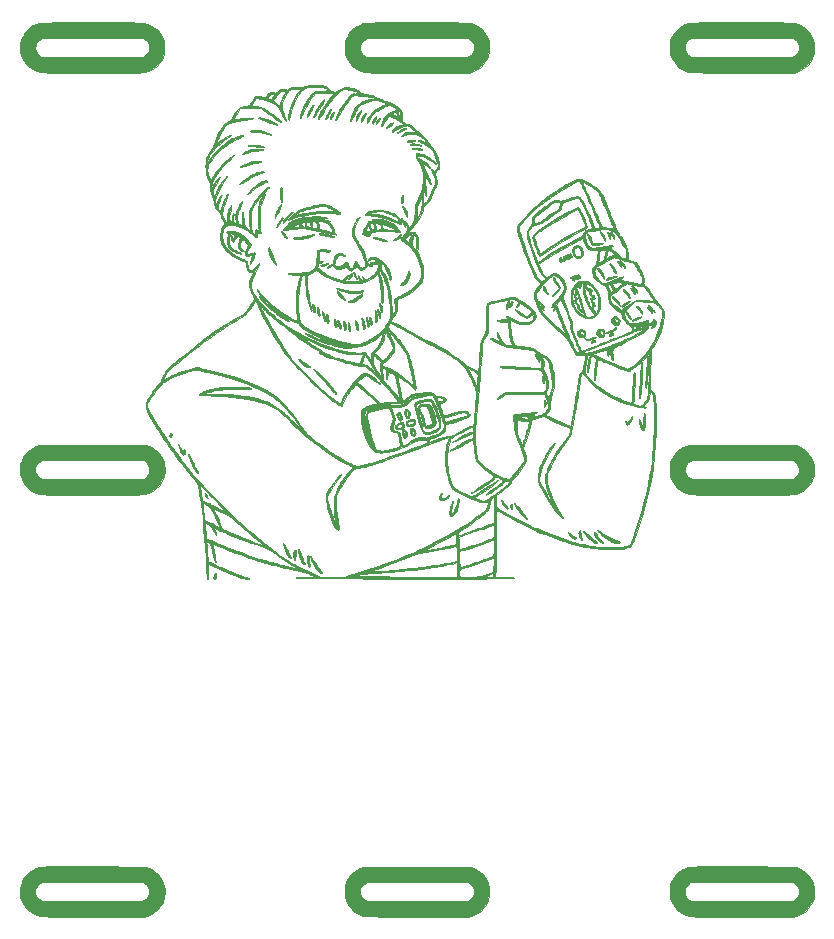
<source format=gbr>
%TF.GenerationSoftware,KiCad,Pcbnew,(6.0.0)*%
%TF.CreationDate,2022-01-31T16:35:22-08:00*%
%TF.ProjectId,PCB-side-brain,5043422d-7369-4646-952d-627261696e2e,rev?*%
%TF.SameCoordinates,Original*%
%TF.FileFunction,Soldermask,Bot*%
%TF.FilePolarity,Negative*%
%FSLAX46Y46*%
G04 Gerber Fmt 4.6, Leading zero omitted, Abs format (unit mm)*
G04 Created by KiCad (PCBNEW (6.0.0)) date 2022-01-31 16:35:22*
%MOMM*%
%LPD*%
G01*
G04 APERTURE LIST*
%ADD10C,0.010000*%
G04 APERTURE END LIST*
D10*
%TO.C,Ref\u002A\u002A*%
X143624957Y-72653974D02*
X143665049Y-72713228D01*
X143665049Y-72713228D02*
X143702813Y-72807545D01*
X143702813Y-72807545D02*
X143736701Y-72933296D01*
X143736701Y-72933296D02*
X143757856Y-73041396D01*
X143757856Y-73041396D02*
X143775317Y-73156598D01*
X143775317Y-73156598D02*
X143780803Y-73237154D01*
X143780803Y-73237154D02*
X143772730Y-73289457D01*
X143772730Y-73289457D02*
X143749516Y-73319899D01*
X143749516Y-73319899D02*
X143709577Y-73334874D01*
X143709577Y-73334874D02*
X143684299Y-73338414D01*
X143684299Y-73338414D02*
X143632861Y-73335475D01*
X143632861Y-73335475D02*
X143609042Y-73309932D01*
X143609042Y-73309932D02*
X143607977Y-73306664D01*
X143607977Y-73306664D02*
X143588275Y-73221427D01*
X143588275Y-73221427D02*
X143570324Y-73108593D01*
X143570324Y-73108593D02*
X143555984Y-72982896D01*
X143555984Y-72982896D02*
X143547116Y-72859071D01*
X143547116Y-72859071D02*
X143545477Y-72811538D01*
X143545477Y-72811538D02*
X143544414Y-72724668D01*
X143544414Y-72724668D02*
X143546889Y-72671766D01*
X143546889Y-72671766D02*
X143554710Y-72644503D01*
X143554710Y-72644503D02*
X143569680Y-72634549D01*
X143569680Y-72634549D02*
X143584083Y-72633416D01*
X143584083Y-72633416D02*
X143624957Y-72653974D01*
X143624957Y-72653974D02*
X143624957Y-72653974D01*
G36*
X143624957Y-72653974D02*
G01*
X143665049Y-72713228D01*
X143702813Y-72807545D01*
X143736701Y-72933296D01*
X143757856Y-73041396D01*
X143775317Y-73156598D01*
X143780803Y-73237154D01*
X143772730Y-73289457D01*
X143749516Y-73319899D01*
X143709577Y-73334874D01*
X143684299Y-73338414D01*
X143632861Y-73335475D01*
X143609042Y-73309932D01*
X143607977Y-73306664D01*
X143588275Y-73221427D01*
X143570324Y-73108593D01*
X143555984Y-72982896D01*
X143547116Y-72859071D01*
X143545477Y-72811538D01*
X143544414Y-72724668D01*
X143546889Y-72671766D01*
X143554710Y-72644503D01*
X143569680Y-72634549D01*
X143584083Y-72633416D01*
X143624957Y-72653974D01*
G37*
X143624957Y-72653974D02*
X143665049Y-72713228D01*
X143702813Y-72807545D01*
X143736701Y-72933296D01*
X143757856Y-73041396D01*
X143775317Y-73156598D01*
X143780803Y-73237154D01*
X143772730Y-73289457D01*
X143749516Y-73319899D01*
X143709577Y-73334874D01*
X143684299Y-73338414D01*
X143632861Y-73335475D01*
X143609042Y-73309932D01*
X143607977Y-73306664D01*
X143588275Y-73221427D01*
X143570324Y-73108593D01*
X143555984Y-72982896D01*
X143547116Y-72859071D01*
X143545477Y-72811538D01*
X143544414Y-72724668D01*
X143546889Y-72671766D01*
X143554710Y-72644503D01*
X143569680Y-72634549D01*
X143584083Y-72633416D01*
X143624957Y-72653974D01*
X167317104Y-69960970D02*
X167383873Y-70014935D01*
X167383873Y-70014935D02*
X167474009Y-70100767D01*
X167474009Y-70100767D02*
X167513843Y-70141007D01*
X167513843Y-70141007D02*
X167629234Y-70265401D01*
X167629234Y-70265401D02*
X167713967Y-70372798D01*
X167713967Y-70372798D02*
X167772452Y-70469913D01*
X167772452Y-70469913D02*
X167809101Y-70563463D01*
X167809101Y-70563463D02*
X167819751Y-70606708D01*
X167819751Y-70606708D02*
X167823093Y-70658639D01*
X167823093Y-70658639D02*
X167805479Y-70675133D01*
X167805479Y-70675133D02*
X167768403Y-70656641D01*
X167768403Y-70656641D02*
X167713360Y-70603615D01*
X167713360Y-70603615D02*
X167679636Y-70564375D01*
X167679636Y-70564375D02*
X167621409Y-70494569D01*
X167621409Y-70494569D02*
X167548803Y-70409015D01*
X167548803Y-70409015D02*
X167475429Y-70323724D01*
X167475429Y-70323724D02*
X167459226Y-70305083D01*
X167459226Y-70305083D02*
X167368256Y-70198193D01*
X167368256Y-70198193D02*
X167303989Y-70116259D01*
X167303989Y-70116259D02*
X167263104Y-70054388D01*
X167263104Y-70054388D02*
X167242283Y-70007691D01*
X167242283Y-70007691D02*
X167237833Y-69979024D01*
X167237833Y-69979024D02*
X167246002Y-69944140D01*
X167246002Y-69944140D02*
X167271786Y-69937747D01*
X167271786Y-69937747D02*
X167317104Y-69960970D01*
X167317104Y-69960970D02*
X167317104Y-69960970D01*
G36*
X167317104Y-69960970D02*
G01*
X167383873Y-70014935D01*
X167474009Y-70100767D01*
X167513843Y-70141007D01*
X167629234Y-70265401D01*
X167713967Y-70372798D01*
X167772452Y-70469913D01*
X167809101Y-70563463D01*
X167819751Y-70606708D01*
X167823093Y-70658639D01*
X167805479Y-70675133D01*
X167768403Y-70656641D01*
X167713360Y-70603615D01*
X167679636Y-70564375D01*
X167621409Y-70494569D01*
X167548803Y-70409015D01*
X167475429Y-70323724D01*
X167459226Y-70305083D01*
X167368256Y-70198193D01*
X167303989Y-70116259D01*
X167263104Y-70054388D01*
X167242283Y-70007691D01*
X167237833Y-69979024D01*
X167246002Y-69944140D01*
X167271786Y-69937747D01*
X167317104Y-69960970D01*
G37*
X167317104Y-69960970D02*
X167383873Y-70014935D01*
X167474009Y-70100767D01*
X167513843Y-70141007D01*
X167629234Y-70265401D01*
X167713967Y-70372798D01*
X167772452Y-70469913D01*
X167809101Y-70563463D01*
X167819751Y-70606708D01*
X167823093Y-70658639D01*
X167805479Y-70675133D01*
X167768403Y-70656641D01*
X167713360Y-70603615D01*
X167679636Y-70564375D01*
X167621409Y-70494569D01*
X167548803Y-70409015D01*
X167475429Y-70323724D01*
X167459226Y-70305083D01*
X167368256Y-70198193D01*
X167303989Y-70116259D01*
X167263104Y-70054388D01*
X167242283Y-70007691D01*
X167237833Y-69979024D01*
X167246002Y-69944140D01*
X167271786Y-69937747D01*
X167317104Y-69960970D01*
X122773480Y-47324835D02*
X123148141Y-47325281D01*
X123148141Y-47325281D02*
X123517061Y-47325984D01*
X123517061Y-47325984D02*
X123877710Y-47326943D01*
X123877710Y-47326943D02*
X124227560Y-47328160D01*
X124227560Y-47328160D02*
X124564078Y-47329633D01*
X124564078Y-47329633D02*
X124884736Y-47331363D01*
X124884736Y-47331363D02*
X125187004Y-47333351D01*
X125187004Y-47333351D02*
X125468350Y-47335596D01*
X125468350Y-47335596D02*
X125726245Y-47338098D01*
X125726245Y-47338098D02*
X125958158Y-47340857D01*
X125958158Y-47340857D02*
X126161561Y-47343875D01*
X126161561Y-47343875D02*
X126333921Y-47347149D01*
X126333921Y-47347149D02*
X126472710Y-47350682D01*
X126472710Y-47350682D02*
X126575397Y-47354472D01*
X126575397Y-47354472D02*
X126639452Y-47358520D01*
X126639452Y-47358520D02*
X126654204Y-47360293D01*
X126654204Y-47360293D02*
X126943296Y-47428151D01*
X126943296Y-47428151D02*
X127216099Y-47534755D01*
X127216099Y-47534755D02*
X127470350Y-47678910D01*
X127470350Y-47678910D02*
X127703787Y-47859421D01*
X127703787Y-47859421D02*
X127829996Y-47981609D01*
X127829996Y-47981609D02*
X128025211Y-48215567D01*
X128025211Y-48215567D02*
X128182745Y-48468545D01*
X128182745Y-48468545D02*
X128303485Y-48742115D01*
X128303485Y-48742115D02*
X128358467Y-48916166D01*
X128358467Y-48916166D02*
X128377036Y-48989331D01*
X128377036Y-48989331D02*
X128390308Y-49057649D01*
X128390308Y-49057649D02*
X128399123Y-49130624D01*
X128399123Y-49130624D02*
X128404325Y-49217758D01*
X128404325Y-49217758D02*
X128406757Y-49328555D01*
X128406757Y-49328555D02*
X128407267Y-49466500D01*
X128407267Y-49466500D02*
X128406472Y-49608761D01*
X128406472Y-49608761D02*
X128403811Y-49717900D01*
X128403811Y-49717900D02*
X128398456Y-49803112D01*
X128398456Y-49803112D02*
X128389581Y-49873596D01*
X128389581Y-49873596D02*
X128376356Y-49938547D01*
X128376356Y-49938547D02*
X128358929Y-50003795D01*
X128358929Y-50003795D02*
X128254601Y-50295435D01*
X128254601Y-50295435D02*
X128117479Y-50562859D01*
X128117479Y-50562859D02*
X127949707Y-50804032D01*
X127949707Y-50804032D02*
X127753429Y-51016923D01*
X127753429Y-51016923D02*
X127530789Y-51199497D01*
X127530789Y-51199497D02*
X127283932Y-51349721D01*
X127283932Y-51349721D02*
X127015003Y-51465563D01*
X127015003Y-51465563D02*
X126735416Y-51543085D01*
X126735416Y-51543085D02*
X126711799Y-51547723D01*
X126711799Y-51547723D02*
X126686328Y-51551983D01*
X126686328Y-51551983D02*
X126657207Y-51555879D01*
X126657207Y-51555879D02*
X126622635Y-51559426D01*
X126622635Y-51559426D02*
X126580814Y-51562641D01*
X126580814Y-51562641D02*
X126529946Y-51565539D01*
X126529946Y-51565539D02*
X126468231Y-51568134D01*
X126468231Y-51568134D02*
X126393871Y-51570442D01*
X126393871Y-51570442D02*
X126305068Y-51572478D01*
X126305068Y-51572478D02*
X126200022Y-51574258D01*
X126200022Y-51574258D02*
X126076935Y-51575797D01*
X126076935Y-51575797D02*
X125934008Y-51577109D01*
X125934008Y-51577109D02*
X125769443Y-51578211D01*
X125769443Y-51578211D02*
X125581440Y-51579118D01*
X125581440Y-51579118D02*
X125368201Y-51579844D01*
X125368201Y-51579844D02*
X125127928Y-51580406D01*
X125127928Y-51580406D02*
X124858821Y-51580817D01*
X124858821Y-51580817D02*
X124559082Y-51581095D01*
X124559082Y-51581095D02*
X124226911Y-51581253D01*
X124226911Y-51581253D02*
X123860512Y-51581307D01*
X123860512Y-51581307D02*
X123458084Y-51581273D01*
X123458084Y-51581273D02*
X123017829Y-51581166D01*
X123017829Y-51581166D02*
X122537948Y-51581000D01*
X122537948Y-51581000D02*
X122279833Y-51580899D01*
X122279833Y-51580899D02*
X121760570Y-51580644D01*
X121760570Y-51580644D02*
X121282082Y-51580303D01*
X121282082Y-51580303D02*
X120842812Y-51579868D01*
X120842812Y-51579868D02*
X120441200Y-51579326D01*
X120441200Y-51579326D02*
X120075690Y-51578669D01*
X120075690Y-51578669D02*
X119744723Y-51577886D01*
X119744723Y-51577886D02*
X119446741Y-51576966D01*
X119446741Y-51576966D02*
X119180186Y-51575899D01*
X119180186Y-51575899D02*
X118943500Y-51574675D01*
X118943500Y-51574675D02*
X118735126Y-51573283D01*
X118735126Y-51573283D02*
X118553504Y-51571712D01*
X118553504Y-51571712D02*
X118397077Y-51569954D01*
X118397077Y-51569954D02*
X118264287Y-51567996D01*
X118264287Y-51567996D02*
X118153576Y-51565829D01*
X118153576Y-51565829D02*
X118063386Y-51563443D01*
X118063386Y-51563443D02*
X117992159Y-51560826D01*
X117992159Y-51560826D02*
X117938337Y-51557969D01*
X117938337Y-51557969D02*
X117900362Y-51554862D01*
X117900362Y-51554862D02*
X117877166Y-51551592D01*
X117877166Y-51551592D02*
X117593146Y-51473514D01*
X117593146Y-51473514D02*
X117324377Y-51357735D01*
X117324377Y-51357735D02*
X117074555Y-51207190D01*
X117074555Y-51207190D02*
X116847379Y-51024813D01*
X116847379Y-51024813D02*
X116646545Y-50813540D01*
X116646545Y-50813540D02*
X116475751Y-50576306D01*
X116475751Y-50576306D02*
X116348631Y-50338307D01*
X116348631Y-50338307D02*
X116266918Y-50118003D01*
X116266918Y-50118003D02*
X116208205Y-49874307D01*
X116208205Y-49874307D02*
X116174414Y-49620536D01*
X116174414Y-49620536D02*
X116168207Y-49396782D01*
X116168207Y-49396782D02*
X117459413Y-49396782D01*
X117459413Y-49396782D02*
X117464401Y-49574869D01*
X117464401Y-49574869D02*
X117505718Y-49745275D01*
X117505718Y-49745275D02*
X117580616Y-49902530D01*
X117580616Y-49902530D02*
X117686345Y-50041164D01*
X117686345Y-50041164D02*
X117820158Y-50155705D01*
X117820158Y-50155705D02*
X117979305Y-50240683D01*
X117979305Y-50240683D02*
X118014750Y-50253934D01*
X118014750Y-50253934D02*
X118029032Y-50258292D01*
X118029032Y-50258292D02*
X118046961Y-50262288D01*
X118046961Y-50262288D02*
X118070308Y-50265935D01*
X118070308Y-50265935D02*
X118100842Y-50269247D01*
X118100842Y-50269247D02*
X118140335Y-50272236D01*
X118140335Y-50272236D02*
X118190559Y-50274917D01*
X118190559Y-50274917D02*
X118253282Y-50277301D01*
X118253282Y-50277301D02*
X118330277Y-50279403D01*
X118330277Y-50279403D02*
X118423314Y-50281236D01*
X118423314Y-50281236D02*
X118534164Y-50282812D01*
X118534164Y-50282812D02*
X118664597Y-50284145D01*
X118664597Y-50284145D02*
X118816385Y-50285249D01*
X118816385Y-50285249D02*
X118991298Y-50286136D01*
X118991298Y-50286136D02*
X119191107Y-50286820D01*
X119191107Y-50286820D02*
X119417584Y-50287314D01*
X119417584Y-50287314D02*
X119672498Y-50287631D01*
X119672498Y-50287631D02*
X119957620Y-50287784D01*
X119957620Y-50287784D02*
X120274722Y-50287787D01*
X120274722Y-50287787D02*
X120625574Y-50287653D01*
X120625574Y-50287653D02*
X121011946Y-50287395D01*
X121011946Y-50287395D02*
X121435611Y-50287026D01*
X121435611Y-50287026D02*
X121898338Y-50286560D01*
X121898338Y-50286560D02*
X122322166Y-50286098D01*
X122322166Y-50286098D02*
X126523750Y-50281416D01*
X126523750Y-50281416D02*
X126644782Y-50224688D01*
X126644782Y-50224688D02*
X126797052Y-50131188D01*
X126797052Y-50131188D02*
X126929488Y-50005977D01*
X126929488Y-50005977D02*
X127032565Y-49858406D01*
X127032565Y-49858406D02*
X127047809Y-49829089D01*
X127047809Y-49829089D02*
X127084120Y-49748716D01*
X127084120Y-49748716D02*
X127106164Y-49677746D01*
X127106164Y-49677746D02*
X127118143Y-49598298D01*
X127118143Y-49598298D02*
X127123745Y-49505917D01*
X127123745Y-49505917D02*
X127120433Y-49339561D01*
X127120433Y-49339561D02*
X127093775Y-49198317D01*
X127093775Y-49198317D02*
X127040564Y-49070062D01*
X127040564Y-49070062D02*
X126984561Y-48979740D01*
X126984561Y-48979740D02*
X126861852Y-48839755D01*
X126861852Y-48839755D02*
X126713200Y-48731522D01*
X126713200Y-48731522D02*
X126557062Y-48663032D01*
X126557062Y-48663032D02*
X126417916Y-48618654D01*
X126417916Y-48618654D02*
X118077350Y-48630416D01*
X118077350Y-48630416D02*
X117940216Y-48699225D01*
X117940216Y-48699225D02*
X117775993Y-48800572D01*
X117775993Y-48800572D02*
X117647269Y-48923214D01*
X117647269Y-48923214D02*
X117551263Y-49070371D01*
X117551263Y-49070371D02*
X117493503Y-49216485D01*
X117493503Y-49216485D02*
X117459413Y-49396782D01*
X117459413Y-49396782D02*
X116168207Y-49396782D01*
X116168207Y-49396782D02*
X116167464Y-49370008D01*
X116167464Y-49370008D02*
X116182151Y-49183617D01*
X116182151Y-49183617D02*
X116241885Y-48889813D01*
X116241885Y-48889813D02*
X116338825Y-48613071D01*
X116338825Y-48613071D02*
X116470406Y-48356061D01*
X116470406Y-48356061D02*
X116634065Y-48121454D01*
X116634065Y-48121454D02*
X116827237Y-47911920D01*
X116827237Y-47911920D02*
X117047359Y-47730128D01*
X117047359Y-47730128D02*
X117291867Y-47578751D01*
X117291867Y-47578751D02*
X117558198Y-47460457D01*
X117558198Y-47460457D02*
X117843787Y-47377918D01*
X117843787Y-47377918D02*
X117932394Y-47360605D01*
X117932394Y-47360605D02*
X117977723Y-47356445D01*
X117977723Y-47356445D02*
X118062854Y-47352541D01*
X118062854Y-47352541D02*
X118185257Y-47348892D01*
X118185257Y-47348892D02*
X118342402Y-47345498D01*
X118342402Y-47345498D02*
X118531759Y-47342359D01*
X118531759Y-47342359D02*
X118750798Y-47339476D01*
X118750798Y-47339476D02*
X118996989Y-47336848D01*
X118996989Y-47336848D02*
X119267802Y-47334476D01*
X119267802Y-47334476D02*
X119560706Y-47332360D01*
X119560706Y-47332360D02*
X119873171Y-47330499D01*
X119873171Y-47330499D02*
X120202667Y-47328895D01*
X120202667Y-47328895D02*
X120546664Y-47327546D01*
X120546664Y-47327546D02*
X120902632Y-47326454D01*
X120902632Y-47326454D02*
X121268041Y-47325617D01*
X121268041Y-47325617D02*
X121640360Y-47325037D01*
X121640360Y-47325037D02*
X122017060Y-47324713D01*
X122017060Y-47324713D02*
X122395610Y-47324646D01*
X122395610Y-47324646D02*
X122773480Y-47324835D01*
X122773480Y-47324835D02*
X122773480Y-47324835D01*
G36*
X116182151Y-49183617D02*
G01*
X116241885Y-48889813D01*
X116338825Y-48613071D01*
X116470406Y-48356061D01*
X116634065Y-48121454D01*
X116827237Y-47911920D01*
X117047359Y-47730128D01*
X117291867Y-47578751D01*
X117558198Y-47460457D01*
X117843787Y-47377918D01*
X117932394Y-47360605D01*
X117977723Y-47356445D01*
X118062854Y-47352541D01*
X118185257Y-47348892D01*
X118342402Y-47345498D01*
X118531759Y-47342359D01*
X118750798Y-47339476D01*
X118996989Y-47336848D01*
X119267802Y-47334476D01*
X119560706Y-47332360D01*
X119873171Y-47330499D01*
X120202667Y-47328895D01*
X120546664Y-47327546D01*
X120902632Y-47326454D01*
X121268041Y-47325617D01*
X121640360Y-47325037D01*
X122017060Y-47324713D01*
X122395610Y-47324646D01*
X122773480Y-47324835D01*
X123148141Y-47325281D01*
X123517061Y-47325984D01*
X123877710Y-47326943D01*
X124227560Y-47328160D01*
X124564078Y-47329633D01*
X124884736Y-47331363D01*
X125187004Y-47333351D01*
X125468350Y-47335596D01*
X125726245Y-47338098D01*
X125958158Y-47340857D01*
X126161561Y-47343875D01*
X126333921Y-47347149D01*
X126472710Y-47350682D01*
X126575397Y-47354472D01*
X126639452Y-47358520D01*
X126654204Y-47360293D01*
X126943296Y-47428151D01*
X127216099Y-47534755D01*
X127470350Y-47678910D01*
X127703787Y-47859421D01*
X127829996Y-47981609D01*
X128025211Y-48215567D01*
X128182745Y-48468545D01*
X128303485Y-48742115D01*
X128358467Y-48916166D01*
X128377036Y-48989331D01*
X128390308Y-49057649D01*
X128399123Y-49130624D01*
X128404325Y-49217758D01*
X128406757Y-49328555D01*
X128407267Y-49466500D01*
X128406472Y-49608761D01*
X128403811Y-49717900D01*
X128398456Y-49803112D01*
X128389581Y-49873596D01*
X128376356Y-49938547D01*
X128358929Y-50003795D01*
X128254601Y-50295435D01*
X128117479Y-50562859D01*
X127949707Y-50804032D01*
X127753429Y-51016923D01*
X127530789Y-51199497D01*
X127283932Y-51349721D01*
X127015003Y-51465563D01*
X126735416Y-51543085D01*
X126711799Y-51547723D01*
X126686328Y-51551983D01*
X126657207Y-51555879D01*
X126622635Y-51559426D01*
X126580814Y-51562641D01*
X126529946Y-51565539D01*
X126468231Y-51568134D01*
X126393871Y-51570442D01*
X126305068Y-51572478D01*
X126200022Y-51574258D01*
X126076935Y-51575797D01*
X125934008Y-51577109D01*
X125769443Y-51578211D01*
X125581440Y-51579118D01*
X125368201Y-51579844D01*
X125127928Y-51580406D01*
X124858821Y-51580817D01*
X124559082Y-51581095D01*
X124226911Y-51581253D01*
X123860512Y-51581307D01*
X123458084Y-51581273D01*
X123017829Y-51581166D01*
X122537948Y-51581000D01*
X122279833Y-51580899D01*
X121760570Y-51580644D01*
X121282082Y-51580303D01*
X120842812Y-51579868D01*
X120441200Y-51579326D01*
X120075690Y-51578669D01*
X119744723Y-51577886D01*
X119446741Y-51576966D01*
X119180186Y-51575899D01*
X118943500Y-51574675D01*
X118735126Y-51573283D01*
X118553504Y-51571712D01*
X118397077Y-51569954D01*
X118264287Y-51567996D01*
X118153576Y-51565829D01*
X118063386Y-51563443D01*
X117992159Y-51560826D01*
X117938337Y-51557969D01*
X117900362Y-51554862D01*
X117877166Y-51551592D01*
X117593146Y-51473514D01*
X117324377Y-51357735D01*
X117074555Y-51207190D01*
X116847379Y-51024813D01*
X116646545Y-50813540D01*
X116475751Y-50576306D01*
X116348631Y-50338307D01*
X116266918Y-50118003D01*
X116208205Y-49874307D01*
X116174414Y-49620536D01*
X116168207Y-49396782D01*
X117459413Y-49396782D01*
X117464401Y-49574869D01*
X117505718Y-49745275D01*
X117580616Y-49902530D01*
X117686345Y-50041164D01*
X117820158Y-50155705D01*
X117979305Y-50240683D01*
X118014750Y-50253934D01*
X118029032Y-50258292D01*
X118046961Y-50262288D01*
X118070308Y-50265935D01*
X118100842Y-50269247D01*
X118140335Y-50272236D01*
X118190559Y-50274917D01*
X118253282Y-50277301D01*
X118330277Y-50279403D01*
X118423314Y-50281236D01*
X118534164Y-50282812D01*
X118664597Y-50284145D01*
X118816385Y-50285249D01*
X118991298Y-50286136D01*
X119191107Y-50286820D01*
X119417584Y-50287314D01*
X119672498Y-50287631D01*
X119957620Y-50287784D01*
X120274722Y-50287787D01*
X120625574Y-50287653D01*
X121011946Y-50287395D01*
X121435611Y-50287026D01*
X121898338Y-50286560D01*
X122322166Y-50286098D01*
X126523750Y-50281416D01*
X126644782Y-50224688D01*
X126797052Y-50131188D01*
X126929488Y-50005977D01*
X127032565Y-49858406D01*
X127047809Y-49829089D01*
X127084120Y-49748716D01*
X127106164Y-49677746D01*
X127118143Y-49598298D01*
X127123745Y-49505917D01*
X127120433Y-49339561D01*
X127093775Y-49198317D01*
X127040564Y-49070062D01*
X126984561Y-48979740D01*
X126861852Y-48839755D01*
X126713200Y-48731522D01*
X126557062Y-48663032D01*
X126417916Y-48618654D01*
X118077350Y-48630416D01*
X117940216Y-48699225D01*
X117775993Y-48800572D01*
X117647269Y-48923214D01*
X117551263Y-49070371D01*
X117493503Y-49216485D01*
X117459413Y-49396782D01*
X116168207Y-49396782D01*
X116167464Y-49370008D01*
X116182151Y-49183617D01*
G37*
X116182151Y-49183617D02*
X116241885Y-48889813D01*
X116338825Y-48613071D01*
X116470406Y-48356061D01*
X116634065Y-48121454D01*
X116827237Y-47911920D01*
X117047359Y-47730128D01*
X117291867Y-47578751D01*
X117558198Y-47460457D01*
X117843787Y-47377918D01*
X117932394Y-47360605D01*
X117977723Y-47356445D01*
X118062854Y-47352541D01*
X118185257Y-47348892D01*
X118342402Y-47345498D01*
X118531759Y-47342359D01*
X118750798Y-47339476D01*
X118996989Y-47336848D01*
X119267802Y-47334476D01*
X119560706Y-47332360D01*
X119873171Y-47330499D01*
X120202667Y-47328895D01*
X120546664Y-47327546D01*
X120902632Y-47326454D01*
X121268041Y-47325617D01*
X121640360Y-47325037D01*
X122017060Y-47324713D01*
X122395610Y-47324646D01*
X122773480Y-47324835D01*
X123148141Y-47325281D01*
X123517061Y-47325984D01*
X123877710Y-47326943D01*
X124227560Y-47328160D01*
X124564078Y-47329633D01*
X124884736Y-47331363D01*
X125187004Y-47333351D01*
X125468350Y-47335596D01*
X125726245Y-47338098D01*
X125958158Y-47340857D01*
X126161561Y-47343875D01*
X126333921Y-47347149D01*
X126472710Y-47350682D01*
X126575397Y-47354472D01*
X126639452Y-47358520D01*
X126654204Y-47360293D01*
X126943296Y-47428151D01*
X127216099Y-47534755D01*
X127470350Y-47678910D01*
X127703787Y-47859421D01*
X127829996Y-47981609D01*
X128025211Y-48215567D01*
X128182745Y-48468545D01*
X128303485Y-48742115D01*
X128358467Y-48916166D01*
X128377036Y-48989331D01*
X128390308Y-49057649D01*
X128399123Y-49130624D01*
X128404325Y-49217758D01*
X128406757Y-49328555D01*
X128407267Y-49466500D01*
X128406472Y-49608761D01*
X128403811Y-49717900D01*
X128398456Y-49803112D01*
X128389581Y-49873596D01*
X128376356Y-49938547D01*
X128358929Y-50003795D01*
X128254601Y-50295435D01*
X128117479Y-50562859D01*
X127949707Y-50804032D01*
X127753429Y-51016923D01*
X127530789Y-51199497D01*
X127283932Y-51349721D01*
X127015003Y-51465563D01*
X126735416Y-51543085D01*
X126711799Y-51547723D01*
X126686328Y-51551983D01*
X126657207Y-51555879D01*
X126622635Y-51559426D01*
X126580814Y-51562641D01*
X126529946Y-51565539D01*
X126468231Y-51568134D01*
X126393871Y-51570442D01*
X126305068Y-51572478D01*
X126200022Y-51574258D01*
X126076935Y-51575797D01*
X125934008Y-51577109D01*
X125769443Y-51578211D01*
X125581440Y-51579118D01*
X125368201Y-51579844D01*
X125127928Y-51580406D01*
X124858821Y-51580817D01*
X124559082Y-51581095D01*
X124226911Y-51581253D01*
X123860512Y-51581307D01*
X123458084Y-51581273D01*
X123017829Y-51581166D01*
X122537948Y-51581000D01*
X122279833Y-51580899D01*
X121760570Y-51580644D01*
X121282082Y-51580303D01*
X120842812Y-51579868D01*
X120441200Y-51579326D01*
X120075690Y-51578669D01*
X119744723Y-51577886D01*
X119446741Y-51576966D01*
X119180186Y-51575899D01*
X118943500Y-51574675D01*
X118735126Y-51573283D01*
X118553504Y-51571712D01*
X118397077Y-51569954D01*
X118264287Y-51567996D01*
X118153576Y-51565829D01*
X118063386Y-51563443D01*
X117992159Y-51560826D01*
X117938337Y-51557969D01*
X117900362Y-51554862D01*
X117877166Y-51551592D01*
X117593146Y-51473514D01*
X117324377Y-51357735D01*
X117074555Y-51207190D01*
X116847379Y-51024813D01*
X116646545Y-50813540D01*
X116475751Y-50576306D01*
X116348631Y-50338307D01*
X116266918Y-50118003D01*
X116208205Y-49874307D01*
X116174414Y-49620536D01*
X116168207Y-49396782D01*
X117459413Y-49396782D01*
X117464401Y-49574869D01*
X117505718Y-49745275D01*
X117580616Y-49902530D01*
X117686345Y-50041164D01*
X117820158Y-50155705D01*
X117979305Y-50240683D01*
X118014750Y-50253934D01*
X118029032Y-50258292D01*
X118046961Y-50262288D01*
X118070308Y-50265935D01*
X118100842Y-50269247D01*
X118140335Y-50272236D01*
X118190559Y-50274917D01*
X118253282Y-50277301D01*
X118330277Y-50279403D01*
X118423314Y-50281236D01*
X118534164Y-50282812D01*
X118664597Y-50284145D01*
X118816385Y-50285249D01*
X118991298Y-50286136D01*
X119191107Y-50286820D01*
X119417584Y-50287314D01*
X119672498Y-50287631D01*
X119957620Y-50287784D01*
X120274722Y-50287787D01*
X120625574Y-50287653D01*
X121011946Y-50287395D01*
X121435611Y-50287026D01*
X121898338Y-50286560D01*
X122322166Y-50286098D01*
X126523750Y-50281416D01*
X126644782Y-50224688D01*
X126797052Y-50131188D01*
X126929488Y-50005977D01*
X127032565Y-49858406D01*
X127047809Y-49829089D01*
X127084120Y-49748716D01*
X127106164Y-49677746D01*
X127118143Y-49598298D01*
X127123745Y-49505917D01*
X127120433Y-49339561D01*
X127093775Y-49198317D01*
X127040564Y-49070062D01*
X126984561Y-48979740D01*
X126861852Y-48839755D01*
X126713200Y-48731522D01*
X126557062Y-48663032D01*
X126417916Y-48618654D01*
X118077350Y-48630416D01*
X117940216Y-48699225D01*
X117775993Y-48800572D01*
X117647269Y-48923214D01*
X117551263Y-49070371D01*
X117493503Y-49216485D01*
X117459413Y-49396782D01*
X116168207Y-49396782D01*
X116167464Y-49370008D01*
X116182151Y-49183617D01*
X157759190Y-88099584D02*
X157799120Y-88125959D01*
X157799120Y-88125959D02*
X157831781Y-88188340D01*
X157831781Y-88188340D02*
X157855033Y-88280711D01*
X157855033Y-88280711D02*
X157866735Y-88397055D01*
X157866735Y-88397055D02*
X157866941Y-88402369D01*
X157866941Y-88402369D02*
X157871583Y-88529583D01*
X157871583Y-88529583D02*
X157805493Y-88536014D01*
X157805493Y-88536014D02*
X157751654Y-88532510D01*
X157751654Y-88532510D02*
X157725256Y-88505554D01*
X157725256Y-88505554D02*
X157724852Y-88504525D01*
X157724852Y-88504525D02*
X157711591Y-88449148D01*
X157711591Y-88449148D02*
X157701357Y-88369135D01*
X157701357Y-88369135D02*
X157695313Y-88281187D01*
X157695313Y-88281187D02*
X157694620Y-88202005D01*
X157694620Y-88202005D02*
X157700145Y-88149434D01*
X157700145Y-88149434D02*
X157720175Y-88107527D01*
X157720175Y-88107527D02*
X157756027Y-88099159D01*
X157756027Y-88099159D02*
X157759190Y-88099584D01*
X157759190Y-88099584D02*
X157759190Y-88099584D01*
G36*
X157759190Y-88099584D02*
G01*
X157799120Y-88125959D01*
X157831781Y-88188340D01*
X157855033Y-88280711D01*
X157866735Y-88397055D01*
X157866941Y-88402369D01*
X157871583Y-88529583D01*
X157805493Y-88536014D01*
X157751654Y-88532510D01*
X157725256Y-88505554D01*
X157724852Y-88504525D01*
X157711591Y-88449148D01*
X157701357Y-88369135D01*
X157695313Y-88281187D01*
X157694620Y-88202005D01*
X157700145Y-88149434D01*
X157720175Y-88107527D01*
X157756027Y-88099159D01*
X157759190Y-88099584D01*
G37*
X157759190Y-88099584D02*
X157799120Y-88125959D01*
X157831781Y-88188340D01*
X157855033Y-88280711D01*
X157866735Y-88397055D01*
X157866941Y-88402369D01*
X157871583Y-88529583D01*
X157805493Y-88536014D01*
X157751654Y-88532510D01*
X157725256Y-88505554D01*
X157724852Y-88504525D01*
X157711591Y-88449148D01*
X157701357Y-88369135D01*
X157695313Y-88281187D01*
X157694620Y-88202005D01*
X157700145Y-88149434D01*
X157720175Y-88107527D01*
X157756027Y-88099159D01*
X157759190Y-88099584D01*
X162599522Y-90520677D02*
X162648480Y-90553340D01*
X162648480Y-90553340D02*
X162716437Y-90601596D01*
X162716437Y-90601596D02*
X162792253Y-90657520D01*
X162792253Y-90657520D02*
X162886919Y-90725207D01*
X162886919Y-90725207D02*
X162985403Y-90790139D01*
X162985403Y-90790139D02*
X163074094Y-90843597D01*
X163074094Y-90843597D02*
X163123798Y-90869875D01*
X163123798Y-90869875D02*
X163192596Y-90905002D01*
X163192596Y-90905002D02*
X163245628Y-90936326D01*
X163245628Y-90936326D02*
X163271529Y-90957127D01*
X163271529Y-90957127D02*
X163271627Y-90957282D01*
X163271627Y-90957282D02*
X163269376Y-90987446D01*
X163269376Y-90987446D02*
X163237374Y-91019565D01*
X163237374Y-91019565D02*
X163187078Y-91045902D01*
X163187078Y-91045902D02*
X163129946Y-91058720D01*
X163129946Y-91058720D02*
X163120983Y-91059000D01*
X163120983Y-91059000D02*
X163047700Y-91041980D01*
X163047700Y-91041980D02*
X162952363Y-90991670D01*
X162952363Y-90991670D02*
X162927537Y-90975473D01*
X162927537Y-90975473D02*
X162838912Y-90909213D01*
X162838912Y-90909213D02*
X162761049Y-90834322D01*
X162761049Y-90834322D02*
X162683757Y-90739988D01*
X162683757Y-90739988D02*
X162618298Y-90647417D01*
X162618298Y-90647417D02*
X162576544Y-90577336D01*
X162576544Y-90577336D02*
X162560554Y-90529958D01*
X162560554Y-90529958D02*
X162571515Y-90509256D01*
X162571515Y-90509256D02*
X162576880Y-90508666D01*
X162576880Y-90508666D02*
X162599522Y-90520677D01*
X162599522Y-90520677D02*
X162599522Y-90520677D01*
G36*
X162599522Y-90520677D02*
G01*
X162648480Y-90553340D01*
X162716437Y-90601596D01*
X162792253Y-90657520D01*
X162886919Y-90725207D01*
X162985403Y-90790139D01*
X163074094Y-90843597D01*
X163123798Y-90869875D01*
X163192596Y-90905002D01*
X163245628Y-90936326D01*
X163271529Y-90957127D01*
X163271627Y-90957282D01*
X163269376Y-90987446D01*
X163237374Y-91019565D01*
X163187078Y-91045902D01*
X163129946Y-91058720D01*
X163120983Y-91059000D01*
X163047700Y-91041980D01*
X162952363Y-90991670D01*
X162927537Y-90975473D01*
X162838912Y-90909213D01*
X162761049Y-90834322D01*
X162683757Y-90739988D01*
X162618298Y-90647417D01*
X162576544Y-90577336D01*
X162560554Y-90529958D01*
X162571515Y-90509256D01*
X162576880Y-90508666D01*
X162599522Y-90520677D01*
G37*
X162599522Y-90520677D02*
X162648480Y-90553340D01*
X162716437Y-90601596D01*
X162792253Y-90657520D01*
X162886919Y-90725207D01*
X162985403Y-90790139D01*
X163074094Y-90843597D01*
X163123798Y-90869875D01*
X163192596Y-90905002D01*
X163245628Y-90936326D01*
X163271529Y-90957127D01*
X163271627Y-90957282D01*
X163269376Y-90987446D01*
X163237374Y-91019565D01*
X163187078Y-91045902D01*
X163129946Y-91058720D01*
X163120983Y-91059000D01*
X163047700Y-91041980D01*
X162952363Y-90991670D01*
X162927537Y-90975473D01*
X162838912Y-90909213D01*
X162761049Y-90834322D01*
X162683757Y-90739988D01*
X162618298Y-90647417D01*
X162576544Y-90577336D01*
X162560554Y-90529958D01*
X162571515Y-90509256D01*
X162576880Y-90508666D01*
X162599522Y-90520677D01*
X168734417Y-72228528D02*
X168734810Y-72254565D01*
X168734810Y-72254565D02*
X168700978Y-72291774D01*
X168700978Y-72291774D02*
X168638492Y-72336890D01*
X168638492Y-72336890D02*
X168552924Y-72386649D01*
X168552924Y-72386649D02*
X168449845Y-72437784D01*
X168449845Y-72437784D02*
X168334824Y-72487032D01*
X168334824Y-72487032D02*
X168224336Y-72527499D01*
X168224336Y-72527499D02*
X168126110Y-72558996D01*
X168126110Y-72558996D02*
X168060901Y-72575228D01*
X168060901Y-72575228D02*
X168022358Y-72576489D01*
X168022358Y-72576489D02*
X168004127Y-72563071D01*
X168004127Y-72563071D02*
X167999833Y-72537855D01*
X167999833Y-72537855D02*
X168017873Y-72496363D01*
X168017873Y-72496363D02*
X168064078Y-72456143D01*
X168064078Y-72456143D02*
X168064769Y-72455721D01*
X168064769Y-72455721D02*
X168108520Y-72434232D01*
X168108520Y-72434232D02*
X168178861Y-72405355D01*
X168178861Y-72405355D02*
X168267665Y-72371846D01*
X168267665Y-72371846D02*
X168366808Y-72336462D01*
X168366808Y-72336462D02*
X168468165Y-72301958D01*
X168468165Y-72301958D02*
X168563611Y-72271093D01*
X168563611Y-72271093D02*
X168645020Y-72246621D01*
X168645020Y-72246621D02*
X168704268Y-72231301D01*
X168704268Y-72231301D02*
X168733230Y-72227888D01*
X168733230Y-72227888D02*
X168734417Y-72228528D01*
X168734417Y-72228528D02*
X168734417Y-72228528D01*
G36*
X168734417Y-72228528D02*
G01*
X168734810Y-72254565D01*
X168700978Y-72291774D01*
X168638492Y-72336890D01*
X168552924Y-72386649D01*
X168449845Y-72437784D01*
X168334824Y-72487032D01*
X168224336Y-72527499D01*
X168126110Y-72558996D01*
X168060901Y-72575228D01*
X168022358Y-72576489D01*
X168004127Y-72563071D01*
X167999833Y-72537855D01*
X168017873Y-72496363D01*
X168064078Y-72456143D01*
X168064769Y-72455721D01*
X168108520Y-72434232D01*
X168178861Y-72405355D01*
X168267665Y-72371846D01*
X168366808Y-72336462D01*
X168468165Y-72301958D01*
X168563611Y-72271093D01*
X168645020Y-72246621D01*
X168704268Y-72231301D01*
X168733230Y-72227888D01*
X168734417Y-72228528D01*
G37*
X168734417Y-72228528D02*
X168734810Y-72254565D01*
X168700978Y-72291774D01*
X168638492Y-72336890D01*
X168552924Y-72386649D01*
X168449845Y-72437784D01*
X168334824Y-72487032D01*
X168224336Y-72527499D01*
X168126110Y-72558996D01*
X168060901Y-72575228D01*
X168022358Y-72576489D01*
X168004127Y-72563071D01*
X167999833Y-72537855D01*
X168017873Y-72496363D01*
X168064078Y-72456143D01*
X168064769Y-72455721D01*
X168108520Y-72434232D01*
X168178861Y-72405355D01*
X168267665Y-72371846D01*
X168366808Y-72336462D01*
X168468165Y-72301958D01*
X168563611Y-72271093D01*
X168645020Y-72246621D01*
X168704268Y-72231301D01*
X168733230Y-72227888D01*
X168734417Y-72228528D01*
X142741002Y-54902850D02*
X142739283Y-54955972D01*
X142739283Y-54955972D02*
X142714968Y-55044633D01*
X142714968Y-55044633D02*
X142668036Y-55168937D01*
X142668036Y-55168937D02*
X142654304Y-55201955D01*
X142654304Y-55201955D02*
X142593593Y-55334631D01*
X142593593Y-55334631D02*
X142539959Y-55427324D01*
X142539959Y-55427324D02*
X142492331Y-55481592D01*
X142492331Y-55481592D02*
X142450225Y-55499000D01*
X142450225Y-55499000D02*
X142423087Y-55491145D01*
X142423087Y-55491145D02*
X142411320Y-55460315D01*
X142411320Y-55460315D02*
X142409333Y-55416507D01*
X142409333Y-55416507D02*
X142420116Y-55349708D01*
X142420116Y-55349708D02*
X142449167Y-55266181D01*
X142449167Y-55266181D02*
X142491539Y-55174384D01*
X142491539Y-55174384D02*
X142542284Y-55082775D01*
X142542284Y-55082775D02*
X142596454Y-54999813D01*
X142596454Y-54999813D02*
X142649103Y-54933953D01*
X142649103Y-54933953D02*
X142695282Y-54893655D01*
X142695282Y-54893655D02*
X142720146Y-54885166D01*
X142720146Y-54885166D02*
X142741002Y-54902850D01*
X142741002Y-54902850D02*
X142741002Y-54902850D01*
G36*
X142741002Y-54902850D02*
G01*
X142739283Y-54955972D01*
X142714968Y-55044633D01*
X142668036Y-55168937D01*
X142654304Y-55201955D01*
X142593593Y-55334631D01*
X142539959Y-55427324D01*
X142492331Y-55481592D01*
X142450225Y-55499000D01*
X142423087Y-55491145D01*
X142411320Y-55460315D01*
X142409333Y-55416507D01*
X142420116Y-55349708D01*
X142449167Y-55266181D01*
X142491539Y-55174384D01*
X142542284Y-55082775D01*
X142596454Y-54999813D01*
X142649103Y-54933953D01*
X142695282Y-54893655D01*
X142720146Y-54885166D01*
X142741002Y-54902850D01*
G37*
X142741002Y-54902850D02*
X142739283Y-54955972D01*
X142714968Y-55044633D01*
X142668036Y-55168937D01*
X142654304Y-55201955D01*
X142593593Y-55334631D01*
X142539959Y-55427324D01*
X142492331Y-55481592D01*
X142450225Y-55499000D01*
X142423087Y-55491145D01*
X142411320Y-55460315D01*
X142409333Y-55416507D01*
X142420116Y-55349708D01*
X142449167Y-55266181D01*
X142491539Y-55174384D01*
X142542284Y-55082775D01*
X142596454Y-54999813D01*
X142649103Y-54933953D01*
X142695282Y-54893655D01*
X142720146Y-54885166D01*
X142741002Y-54902850D01*
X129601540Y-83069265D02*
X129631344Y-83105095D01*
X129631344Y-83105095D02*
X129673422Y-83168541D01*
X129673422Y-83168541D02*
X129729749Y-83262658D01*
X129729749Y-83262658D02*
X129802300Y-83390495D01*
X129802300Y-83390495D02*
X129832823Y-83445454D01*
X129832823Y-83445454D02*
X129959282Y-83674158D01*
X129959282Y-83674158D02*
X129983271Y-83601472D01*
X129983271Y-83601472D02*
X130010941Y-83541220D01*
X130010941Y-83541220D02*
X130045237Y-83494471D01*
X130045237Y-83494471D02*
X130047112Y-83492720D01*
X130047112Y-83492720D02*
X130078158Y-83469048D01*
X130078158Y-83469048D02*
X130096758Y-83477224D01*
X130096758Y-83477224D02*
X130109815Y-83499352D01*
X130109815Y-83499352D02*
X130124157Y-83551215D01*
X130124157Y-83551215D02*
X130131177Y-83629129D01*
X130131177Y-83629129D02*
X130130848Y-83717446D01*
X130130848Y-83717446D02*
X130123143Y-83800516D01*
X130123143Y-83800516D02*
X130110446Y-83856257D01*
X130110446Y-83856257D02*
X130073720Y-83912361D01*
X130073720Y-83912361D02*
X130016486Y-83954145D01*
X130016486Y-83954145D02*
X129963414Y-83968166D01*
X129963414Y-83968166D02*
X129939767Y-83952696D01*
X129939767Y-83952696D02*
X129904173Y-83914114D01*
X129904173Y-83914114D02*
X129892660Y-83899375D01*
X129892660Y-83899375D02*
X129825376Y-83793771D01*
X129825376Y-83793771D02*
X129755281Y-83654467D01*
X129755281Y-83654467D02*
X129686159Y-83489576D01*
X129686159Y-83489576D02*
X129634106Y-83344699D01*
X129634106Y-83344699D02*
X129596478Y-83228711D01*
X129596478Y-83228711D02*
X129573244Y-83147119D01*
X129573244Y-83147119D02*
X129563484Y-83094855D01*
X129563484Y-83094855D02*
X129566278Y-83066848D01*
X129566278Y-83066848D02*
X129580703Y-83058029D01*
X129580703Y-83058029D02*
X129582033Y-83058000D01*
X129582033Y-83058000D02*
X129601540Y-83069265D01*
X129601540Y-83069265D02*
X129601540Y-83069265D01*
G36*
X129601540Y-83069265D02*
G01*
X129631344Y-83105095D01*
X129673422Y-83168541D01*
X129729749Y-83262658D01*
X129802300Y-83390495D01*
X129832823Y-83445454D01*
X129959282Y-83674158D01*
X129983271Y-83601472D01*
X130010941Y-83541220D01*
X130045237Y-83494471D01*
X130047112Y-83492720D01*
X130078158Y-83469048D01*
X130096758Y-83477224D01*
X130109815Y-83499352D01*
X130124157Y-83551215D01*
X130131177Y-83629129D01*
X130130848Y-83717446D01*
X130123143Y-83800516D01*
X130110446Y-83856257D01*
X130073720Y-83912361D01*
X130016486Y-83954145D01*
X129963414Y-83968166D01*
X129939767Y-83952696D01*
X129904173Y-83914114D01*
X129892660Y-83899375D01*
X129825376Y-83793771D01*
X129755281Y-83654467D01*
X129686159Y-83489576D01*
X129634106Y-83344699D01*
X129596478Y-83228711D01*
X129573244Y-83147119D01*
X129563484Y-83094855D01*
X129566278Y-83066848D01*
X129580703Y-83058029D01*
X129582033Y-83058000D01*
X129601540Y-83069265D01*
G37*
X129601540Y-83069265D02*
X129631344Y-83105095D01*
X129673422Y-83168541D01*
X129729749Y-83262658D01*
X129802300Y-83390495D01*
X129832823Y-83445454D01*
X129959282Y-83674158D01*
X129983271Y-83601472D01*
X130010941Y-83541220D01*
X130045237Y-83494471D01*
X130047112Y-83492720D01*
X130078158Y-83469048D01*
X130096758Y-83477224D01*
X130109815Y-83499352D01*
X130124157Y-83551215D01*
X130131177Y-83629129D01*
X130130848Y-83717446D01*
X130123143Y-83800516D01*
X130110446Y-83856257D01*
X130073720Y-83912361D01*
X130016486Y-83954145D01*
X129963414Y-83968166D01*
X129939767Y-83952696D01*
X129904173Y-83914114D01*
X129892660Y-83899375D01*
X129825376Y-83793771D01*
X129755281Y-83654467D01*
X129686159Y-83489576D01*
X129634106Y-83344699D01*
X129596478Y-83228711D01*
X129573244Y-83147119D01*
X129563484Y-83094855D01*
X129566278Y-83066848D01*
X129580703Y-83058029D01*
X129582033Y-83058000D01*
X129601540Y-83069265D01*
X175325047Y-118789718D02*
X175698501Y-118790041D01*
X175698501Y-118790041D02*
X176107740Y-118790531D01*
X176107740Y-118790531D02*
X176554560Y-118791139D01*
X176554560Y-118791139D02*
X177040756Y-118791818D01*
X177040756Y-118791818D02*
X177377470Y-118792272D01*
X177377470Y-118792272D02*
X181662916Y-118797916D01*
X181662916Y-118797916D02*
X181824765Y-118844114D01*
X181824765Y-118844114D02*
X182119987Y-118948551D01*
X182119987Y-118948551D02*
X182389656Y-119085503D01*
X182389656Y-119085503D02*
X182632284Y-119253759D01*
X182632284Y-119253759D02*
X182846380Y-119452103D01*
X182846380Y-119452103D02*
X183030454Y-119679323D01*
X183030454Y-119679323D02*
X183183018Y-119934204D01*
X183183018Y-119934204D02*
X183196933Y-119962083D01*
X183196933Y-119962083D02*
X183311765Y-120242484D01*
X183311765Y-120242484D02*
X183385938Y-120529767D01*
X183385938Y-120529767D02*
X183419663Y-120820474D01*
X183419663Y-120820474D02*
X183413152Y-121111147D01*
X183413152Y-121111147D02*
X183366614Y-121398327D01*
X183366614Y-121398327D02*
X183280260Y-121678555D01*
X183280260Y-121678555D02*
X183154301Y-121948373D01*
X183154301Y-121948373D02*
X183067142Y-122092723D01*
X183067142Y-122092723D02*
X182890720Y-122323395D01*
X182890720Y-122323395D02*
X182682993Y-122527969D01*
X182682993Y-122527969D02*
X182448104Y-122703486D01*
X182448104Y-122703486D02*
X182190200Y-122846987D01*
X182190200Y-122846987D02*
X181913424Y-122955513D01*
X181913424Y-122955513D02*
X181820744Y-122982587D01*
X181820744Y-122982587D02*
X181641750Y-123030622D01*
X181641750Y-123030622D02*
X177344916Y-123034877D01*
X177344916Y-123034877D02*
X176843106Y-123035367D01*
X176843106Y-123035367D02*
X176381833Y-123035792D01*
X176381833Y-123035792D02*
X175959299Y-123036137D01*
X175959299Y-123036137D02*
X175573708Y-123036386D01*
X175573708Y-123036386D02*
X175223264Y-123036525D01*
X175223264Y-123036525D02*
X174906170Y-123036539D01*
X174906170Y-123036539D02*
X174620629Y-123036411D01*
X174620629Y-123036411D02*
X174364844Y-123036128D01*
X174364844Y-123036128D02*
X174137019Y-123035674D01*
X174137019Y-123035674D02*
X173935357Y-123035033D01*
X173935357Y-123035033D02*
X173758061Y-123034192D01*
X173758061Y-123034192D02*
X173603335Y-123033133D01*
X173603335Y-123033133D02*
X173469381Y-123031844D01*
X173469381Y-123031844D02*
X173354404Y-123030308D01*
X173354404Y-123030308D02*
X173256605Y-123028509D01*
X173256605Y-123028509D02*
X173174190Y-123026434D01*
X173174190Y-123026434D02*
X173105361Y-123024067D01*
X173105361Y-123024067D02*
X173048321Y-123021393D01*
X173048321Y-123021393D02*
X173001273Y-123018397D01*
X173001273Y-123018397D02*
X172962422Y-123015063D01*
X172962422Y-123015063D02*
X172929969Y-123011376D01*
X172929969Y-123011376D02*
X172902119Y-123007322D01*
X172902119Y-123007322D02*
X172877075Y-123002885D01*
X172877075Y-123002885D02*
X172853040Y-122998050D01*
X172853040Y-122998050D02*
X172848085Y-122997011D01*
X172848085Y-122997011D02*
X172561479Y-122915709D01*
X172561479Y-122915709D02*
X172293638Y-122797822D01*
X172293638Y-122797822D02*
X172047253Y-122645927D01*
X172047253Y-122645927D02*
X171825019Y-122462603D01*
X171825019Y-122462603D02*
X171629629Y-122250428D01*
X171629629Y-122250428D02*
X171463774Y-122011979D01*
X171463774Y-122011979D02*
X171330148Y-121749836D01*
X171330148Y-121749836D02*
X171231445Y-121466577D01*
X171231445Y-121466577D02*
X171225183Y-121443252D01*
X171225183Y-121443252D02*
X171202378Y-121350786D01*
X171202378Y-121350786D02*
X171186719Y-121269316D01*
X171186719Y-121269316D02*
X171176926Y-121186652D01*
X171176926Y-121186652D02*
X171171721Y-121090608D01*
X171171721Y-121090608D02*
X171169825Y-120968996D01*
X171169825Y-120968996D02*
X171169706Y-120914583D01*
X171169706Y-120914583D02*
X171169887Y-120890425D01*
X171169887Y-120890425D02*
X172456378Y-120890425D01*
X172456378Y-120890425D02*
X172464301Y-121047704D01*
X172464301Y-121047704D02*
X172494184Y-121191088D01*
X172494184Y-121191088D02*
X172506581Y-121226720D01*
X172506581Y-121226720D02*
X172580706Y-121365607D01*
X172580706Y-121365607D02*
X172687778Y-121494732D01*
X172687778Y-121494732D02*
X172818426Y-121605483D01*
X172818426Y-121605483D02*
X172963279Y-121689253D01*
X172963279Y-121689253D02*
X173043554Y-121720066D01*
X173043554Y-121720066D02*
X173060815Y-121723464D01*
X173060815Y-121723464D02*
X173091063Y-121726576D01*
X173091063Y-121726576D02*
X173135898Y-121729409D01*
X173135898Y-121729409D02*
X173196920Y-121731973D01*
X173196920Y-121731973D02*
X173275727Y-121734277D01*
X173275727Y-121734277D02*
X173373921Y-121736330D01*
X173373921Y-121736330D02*
X173493099Y-121738141D01*
X173493099Y-121738141D02*
X173634862Y-121739718D01*
X173634862Y-121739718D02*
X173800809Y-121741070D01*
X173800809Y-121741070D02*
X173992540Y-121742208D01*
X173992540Y-121742208D02*
X174211654Y-121743139D01*
X174211654Y-121743139D02*
X174459751Y-121743873D01*
X174459751Y-121743873D02*
X174738430Y-121744418D01*
X174738430Y-121744418D02*
X175049290Y-121744783D01*
X175049290Y-121744783D02*
X175393932Y-121744979D01*
X175393932Y-121744979D02*
X175773955Y-121745012D01*
X175773955Y-121745012D02*
X176190958Y-121744893D01*
X176190958Y-121744893D02*
X176646541Y-121744630D01*
X176646541Y-121744630D02*
X177142304Y-121744233D01*
X177142304Y-121744233D02*
X177323750Y-121744066D01*
X177323750Y-121744066D02*
X181514750Y-121740083D01*
X181514750Y-121740083D02*
X181635782Y-121683355D01*
X181635782Y-121683355D02*
X181791991Y-121587431D01*
X181791991Y-121587431D02*
X181924624Y-121459788D01*
X181924624Y-121459788D02*
X182028898Y-121306639D01*
X182028898Y-121306639D02*
X182100030Y-121134199D01*
X182100030Y-121134199D02*
X182119350Y-121055083D01*
X182119350Y-121055083D02*
X182132021Y-120883704D01*
X182132021Y-120883704D02*
X182106066Y-120713410D01*
X182106066Y-120713410D02*
X182044864Y-120550553D01*
X182044864Y-120550553D02*
X181951794Y-120401486D01*
X181951794Y-120401486D02*
X181830234Y-120272563D01*
X181830234Y-120272563D02*
X181683563Y-120170136D01*
X181683563Y-120170136D02*
X181635782Y-120145811D01*
X181635782Y-120145811D02*
X181514750Y-120089083D01*
X181514750Y-120089083D02*
X173069250Y-120089083D01*
X173069250Y-120089083D02*
X172936480Y-120150396D01*
X172936480Y-120150396D02*
X172811464Y-120225971D01*
X172811464Y-120225971D02*
X172692313Y-120330161D01*
X172692313Y-120330161D02*
X172590188Y-120451276D01*
X172590188Y-120451276D02*
X172516248Y-120577621D01*
X172516248Y-120577621D02*
X172506424Y-120600956D01*
X172506424Y-120600956D02*
X172470417Y-120735944D01*
X172470417Y-120735944D02*
X172456378Y-120890425D01*
X172456378Y-120890425D02*
X171169887Y-120890425D01*
X171169887Y-120890425D02*
X171170718Y-120779841D01*
X171170718Y-120779841D02*
X171174591Y-120675295D01*
X171174591Y-120675295D02*
X171182582Y-120588837D01*
X171182582Y-120588837D02*
X171195947Y-120508360D01*
X171195947Y-120508360D02*
X171215941Y-120421756D01*
X171215941Y-120421756D02*
X171224114Y-120390129D01*
X171224114Y-120390129D02*
X171319844Y-120105104D01*
X171319844Y-120105104D02*
X171450685Y-119840048D01*
X171450685Y-119840048D02*
X171614007Y-119597917D01*
X171614007Y-119597917D02*
X171807180Y-119381671D01*
X171807180Y-119381671D02*
X172027574Y-119194268D01*
X172027574Y-119194268D02*
X172272559Y-119038667D01*
X172272559Y-119038667D02*
X172529717Y-118921475D01*
X172529717Y-118921475D02*
X172570027Y-118906038D01*
X172570027Y-118906038D02*
X172606632Y-118891821D01*
X172606632Y-118891821D02*
X172641328Y-118878774D01*
X172641328Y-118878774D02*
X172675908Y-118866850D01*
X172675908Y-118866850D02*
X172712169Y-118856001D01*
X172712169Y-118856001D02*
X172751905Y-118846180D01*
X172751905Y-118846180D02*
X172796910Y-118837338D01*
X172796910Y-118837338D02*
X172848982Y-118829428D01*
X172848982Y-118829428D02*
X172909913Y-118822402D01*
X172909913Y-118822402D02*
X172981500Y-118816211D01*
X172981500Y-118816211D02*
X173065537Y-118810809D01*
X173065537Y-118810809D02*
X173163819Y-118806147D01*
X173163819Y-118806147D02*
X173278142Y-118802177D01*
X173278142Y-118802177D02*
X173410301Y-118798852D01*
X173410301Y-118798852D02*
X173562089Y-118796124D01*
X173562089Y-118796124D02*
X173735304Y-118793945D01*
X173735304Y-118793945D02*
X173931739Y-118792267D01*
X173931739Y-118792267D02*
X174153189Y-118791042D01*
X174153189Y-118791042D02*
X174401450Y-118790222D01*
X174401450Y-118790222D02*
X174678317Y-118789760D01*
X174678317Y-118789760D02*
X174985584Y-118789608D01*
X174985584Y-118789608D02*
X175325047Y-118789718D01*
X175325047Y-118789718D02*
X175325047Y-118789718D01*
G36*
X171174591Y-120675295D02*
G01*
X171182582Y-120588837D01*
X171195947Y-120508360D01*
X171215941Y-120421756D01*
X171224114Y-120390129D01*
X171319844Y-120105104D01*
X171450685Y-119840048D01*
X171614007Y-119597917D01*
X171807180Y-119381671D01*
X172027574Y-119194268D01*
X172272559Y-119038667D01*
X172529717Y-118921475D01*
X172570027Y-118906038D01*
X172606632Y-118891821D01*
X172641328Y-118878774D01*
X172675908Y-118866850D01*
X172712169Y-118856001D01*
X172751905Y-118846180D01*
X172796910Y-118837338D01*
X172848982Y-118829428D01*
X172909913Y-118822402D01*
X172981500Y-118816211D01*
X173065537Y-118810809D01*
X173163819Y-118806147D01*
X173278142Y-118802177D01*
X173410301Y-118798852D01*
X173562089Y-118796124D01*
X173735304Y-118793945D01*
X173931739Y-118792267D01*
X174153189Y-118791042D01*
X174401450Y-118790222D01*
X174678317Y-118789760D01*
X174985584Y-118789608D01*
X175325047Y-118789718D01*
X175698501Y-118790041D01*
X176107740Y-118790531D01*
X176554560Y-118791139D01*
X177040756Y-118791818D01*
X177377470Y-118792272D01*
X181662916Y-118797916D01*
X181824765Y-118844114D01*
X182119987Y-118948551D01*
X182389656Y-119085503D01*
X182632284Y-119253759D01*
X182846380Y-119452103D01*
X183030454Y-119679323D01*
X183183018Y-119934204D01*
X183196933Y-119962083D01*
X183311765Y-120242484D01*
X183385938Y-120529767D01*
X183419663Y-120820474D01*
X183413152Y-121111147D01*
X183366614Y-121398327D01*
X183280260Y-121678555D01*
X183154301Y-121948373D01*
X183067142Y-122092723D01*
X182890720Y-122323395D01*
X182682993Y-122527969D01*
X182448104Y-122703486D01*
X182190200Y-122846987D01*
X181913424Y-122955513D01*
X181820744Y-122982587D01*
X181641750Y-123030622D01*
X177344916Y-123034877D01*
X176843106Y-123035367D01*
X176381833Y-123035792D01*
X175959299Y-123036137D01*
X175573708Y-123036386D01*
X175223264Y-123036525D01*
X174906170Y-123036539D01*
X174620629Y-123036411D01*
X174364844Y-123036128D01*
X174137019Y-123035674D01*
X173935357Y-123035033D01*
X173758061Y-123034192D01*
X173603335Y-123033133D01*
X173469381Y-123031844D01*
X173354404Y-123030308D01*
X173256605Y-123028509D01*
X173174190Y-123026434D01*
X173105361Y-123024067D01*
X173048321Y-123021393D01*
X173001273Y-123018397D01*
X172962422Y-123015063D01*
X172929969Y-123011376D01*
X172902119Y-123007322D01*
X172877075Y-123002885D01*
X172853040Y-122998050D01*
X172848085Y-122997011D01*
X172561479Y-122915709D01*
X172293638Y-122797822D01*
X172047253Y-122645927D01*
X171825019Y-122462603D01*
X171629629Y-122250428D01*
X171463774Y-122011979D01*
X171330148Y-121749836D01*
X171231445Y-121466577D01*
X171225183Y-121443252D01*
X171202378Y-121350786D01*
X171186719Y-121269316D01*
X171176926Y-121186652D01*
X171171721Y-121090608D01*
X171169825Y-120968996D01*
X171169706Y-120914583D01*
X171169887Y-120890425D01*
X172456378Y-120890425D01*
X172464301Y-121047704D01*
X172494184Y-121191088D01*
X172506581Y-121226720D01*
X172580706Y-121365607D01*
X172687778Y-121494732D01*
X172818426Y-121605483D01*
X172963279Y-121689253D01*
X173043554Y-121720066D01*
X173060815Y-121723464D01*
X173091063Y-121726576D01*
X173135898Y-121729409D01*
X173196920Y-121731973D01*
X173275727Y-121734277D01*
X173373921Y-121736330D01*
X173493099Y-121738141D01*
X173634862Y-121739718D01*
X173800809Y-121741070D01*
X173992540Y-121742208D01*
X174211654Y-121743139D01*
X174459751Y-121743873D01*
X174738430Y-121744418D01*
X175049290Y-121744783D01*
X175393932Y-121744979D01*
X175773955Y-121745012D01*
X176190958Y-121744893D01*
X176646541Y-121744630D01*
X177142304Y-121744233D01*
X177323750Y-121744066D01*
X181514750Y-121740083D01*
X181635782Y-121683355D01*
X181791991Y-121587431D01*
X181924624Y-121459788D01*
X182028898Y-121306639D01*
X182100030Y-121134199D01*
X182119350Y-121055083D01*
X182132021Y-120883704D01*
X182106066Y-120713410D01*
X182044864Y-120550553D01*
X181951794Y-120401486D01*
X181830234Y-120272563D01*
X181683563Y-120170136D01*
X181635782Y-120145811D01*
X181514750Y-120089083D01*
X173069250Y-120089083D01*
X172936480Y-120150396D01*
X172811464Y-120225971D01*
X172692313Y-120330161D01*
X172590188Y-120451276D01*
X172516248Y-120577621D01*
X172506424Y-120600956D01*
X172470417Y-120735944D01*
X172456378Y-120890425D01*
X171169887Y-120890425D01*
X171170718Y-120779841D01*
X171174591Y-120675295D01*
G37*
X171174591Y-120675295D02*
X171182582Y-120588837D01*
X171195947Y-120508360D01*
X171215941Y-120421756D01*
X171224114Y-120390129D01*
X171319844Y-120105104D01*
X171450685Y-119840048D01*
X171614007Y-119597917D01*
X171807180Y-119381671D01*
X172027574Y-119194268D01*
X172272559Y-119038667D01*
X172529717Y-118921475D01*
X172570027Y-118906038D01*
X172606632Y-118891821D01*
X172641328Y-118878774D01*
X172675908Y-118866850D01*
X172712169Y-118856001D01*
X172751905Y-118846180D01*
X172796910Y-118837338D01*
X172848982Y-118829428D01*
X172909913Y-118822402D01*
X172981500Y-118816211D01*
X173065537Y-118810809D01*
X173163819Y-118806147D01*
X173278142Y-118802177D01*
X173410301Y-118798852D01*
X173562089Y-118796124D01*
X173735304Y-118793945D01*
X173931739Y-118792267D01*
X174153189Y-118791042D01*
X174401450Y-118790222D01*
X174678317Y-118789760D01*
X174985584Y-118789608D01*
X175325047Y-118789718D01*
X175698501Y-118790041D01*
X176107740Y-118790531D01*
X176554560Y-118791139D01*
X177040756Y-118791818D01*
X177377470Y-118792272D01*
X181662916Y-118797916D01*
X181824765Y-118844114D01*
X182119987Y-118948551D01*
X182389656Y-119085503D01*
X182632284Y-119253759D01*
X182846380Y-119452103D01*
X183030454Y-119679323D01*
X183183018Y-119934204D01*
X183196933Y-119962083D01*
X183311765Y-120242484D01*
X183385938Y-120529767D01*
X183419663Y-120820474D01*
X183413152Y-121111147D01*
X183366614Y-121398327D01*
X183280260Y-121678555D01*
X183154301Y-121948373D01*
X183067142Y-122092723D01*
X182890720Y-122323395D01*
X182682993Y-122527969D01*
X182448104Y-122703486D01*
X182190200Y-122846987D01*
X181913424Y-122955513D01*
X181820744Y-122982587D01*
X181641750Y-123030622D01*
X177344916Y-123034877D01*
X176843106Y-123035367D01*
X176381833Y-123035792D01*
X175959299Y-123036137D01*
X175573708Y-123036386D01*
X175223264Y-123036525D01*
X174906170Y-123036539D01*
X174620629Y-123036411D01*
X174364844Y-123036128D01*
X174137019Y-123035674D01*
X173935357Y-123035033D01*
X173758061Y-123034192D01*
X173603335Y-123033133D01*
X173469381Y-123031844D01*
X173354404Y-123030308D01*
X173256605Y-123028509D01*
X173174190Y-123026434D01*
X173105361Y-123024067D01*
X173048321Y-123021393D01*
X173001273Y-123018397D01*
X172962422Y-123015063D01*
X172929969Y-123011376D01*
X172902119Y-123007322D01*
X172877075Y-123002885D01*
X172853040Y-122998050D01*
X172848085Y-122997011D01*
X172561479Y-122915709D01*
X172293638Y-122797822D01*
X172047253Y-122645927D01*
X171825019Y-122462603D01*
X171629629Y-122250428D01*
X171463774Y-122011979D01*
X171330148Y-121749836D01*
X171231445Y-121466577D01*
X171225183Y-121443252D01*
X171202378Y-121350786D01*
X171186719Y-121269316D01*
X171176926Y-121186652D01*
X171171721Y-121090608D01*
X171169825Y-120968996D01*
X171169706Y-120914583D01*
X171169887Y-120890425D01*
X172456378Y-120890425D01*
X172464301Y-121047704D01*
X172494184Y-121191088D01*
X172506581Y-121226720D01*
X172580706Y-121365607D01*
X172687778Y-121494732D01*
X172818426Y-121605483D01*
X172963279Y-121689253D01*
X173043554Y-121720066D01*
X173060815Y-121723464D01*
X173091063Y-121726576D01*
X173135898Y-121729409D01*
X173196920Y-121731973D01*
X173275727Y-121734277D01*
X173373921Y-121736330D01*
X173493099Y-121738141D01*
X173634862Y-121739718D01*
X173800809Y-121741070D01*
X173992540Y-121742208D01*
X174211654Y-121743139D01*
X174459751Y-121743873D01*
X174738430Y-121744418D01*
X175049290Y-121744783D01*
X175393932Y-121744979D01*
X175773955Y-121745012D01*
X176190958Y-121744893D01*
X176646541Y-121744630D01*
X177142304Y-121744233D01*
X177323750Y-121744066D01*
X181514750Y-121740083D01*
X181635782Y-121683355D01*
X181791991Y-121587431D01*
X181924624Y-121459788D01*
X182028898Y-121306639D01*
X182100030Y-121134199D01*
X182119350Y-121055083D01*
X182132021Y-120883704D01*
X182106066Y-120713410D01*
X182044864Y-120550553D01*
X181951794Y-120401486D01*
X181830234Y-120272563D01*
X181683563Y-120170136D01*
X181635782Y-120145811D01*
X181514750Y-120089083D01*
X173069250Y-120089083D01*
X172936480Y-120150396D01*
X172811464Y-120225971D01*
X172692313Y-120330161D01*
X172590188Y-120451276D01*
X172516248Y-120577621D01*
X172506424Y-120600956D01*
X172470417Y-120735944D01*
X172456378Y-120890425D01*
X171169887Y-120890425D01*
X171170718Y-120779841D01*
X171174591Y-120675295D01*
X139541554Y-92164958D02*
X139533197Y-92264116D01*
X139533197Y-92264116D02*
X139522403Y-92375398D01*
X139522403Y-92375398D02*
X139510119Y-92490829D01*
X139510119Y-92490829D02*
X139497289Y-92602432D01*
X139497289Y-92602432D02*
X139484860Y-92702232D01*
X139484860Y-92702232D02*
X139473777Y-92782251D01*
X139473777Y-92782251D02*
X139464986Y-92834516D01*
X139464986Y-92834516D02*
X139460220Y-92851001D01*
X139460220Y-92851001D02*
X139440161Y-92845174D01*
X139440161Y-92845174D02*
X139407127Y-92821654D01*
X139407127Y-92821654D02*
X139369477Y-92768563D01*
X139369477Y-92768563D02*
X139337783Y-92681948D01*
X139337783Y-92681948D02*
X139314078Y-92570436D01*
X139314078Y-92570436D02*
X139300394Y-92442653D01*
X139300394Y-92442653D02*
X139297833Y-92357680D01*
X139297833Y-92357680D02*
X139307482Y-92207450D01*
X139307482Y-92207450D02*
X139336197Y-92093166D01*
X139336197Y-92093166D02*
X139383629Y-92015517D01*
X139383629Y-92015517D02*
X139449432Y-91975190D01*
X139449432Y-91975190D02*
X139494270Y-91969166D01*
X139494270Y-91969166D02*
X139556327Y-91969166D01*
X139556327Y-91969166D02*
X139541554Y-92164958D01*
X139541554Y-92164958D02*
X139541554Y-92164958D01*
G36*
X139541554Y-92164958D02*
G01*
X139533197Y-92264116D01*
X139522403Y-92375398D01*
X139510119Y-92490829D01*
X139497289Y-92602432D01*
X139484860Y-92702232D01*
X139473777Y-92782251D01*
X139464986Y-92834516D01*
X139460220Y-92851001D01*
X139440161Y-92845174D01*
X139407127Y-92821654D01*
X139369477Y-92768563D01*
X139337783Y-92681948D01*
X139314078Y-92570436D01*
X139300394Y-92442653D01*
X139297833Y-92357680D01*
X139307482Y-92207450D01*
X139336197Y-92093166D01*
X139383629Y-92015517D01*
X139449432Y-91975190D01*
X139494270Y-91969166D01*
X139556327Y-91969166D01*
X139541554Y-92164958D01*
G37*
X139541554Y-92164958D02*
X139533197Y-92264116D01*
X139522403Y-92375398D01*
X139510119Y-92490829D01*
X139497289Y-92602432D01*
X139484860Y-92702232D01*
X139473777Y-92782251D01*
X139464986Y-92834516D01*
X139460220Y-92851001D01*
X139440161Y-92845174D01*
X139407127Y-92821654D01*
X139369477Y-92768563D01*
X139337783Y-92681948D01*
X139314078Y-92570436D01*
X139300394Y-92442653D01*
X139297833Y-92357680D01*
X139307482Y-92207450D01*
X139336197Y-92093166D01*
X139383629Y-92015517D01*
X139449432Y-91975190D01*
X139494270Y-91969166D01*
X139556327Y-91969166D01*
X139541554Y-92164958D01*
X159862138Y-75444272D02*
X159909479Y-75485938D01*
X159909479Y-75485938D02*
X159962463Y-75549956D01*
X159962463Y-75549956D02*
X160017225Y-75633961D01*
X160017225Y-75633961D02*
X160052249Y-75698774D01*
X160052249Y-75698774D02*
X160107124Y-75820259D01*
X160107124Y-75820259D02*
X160137446Y-75919442D01*
X160137446Y-75919442D02*
X160145894Y-76006433D01*
X160145894Y-76006433D02*
X160143436Y-76042899D01*
X160143436Y-76042899D02*
X160136416Y-76104151D01*
X160136416Y-76104151D02*
X160059233Y-76009200D01*
X160059233Y-76009200D02*
X159990680Y-75914209D01*
X159990680Y-75914209D02*
X159921901Y-75800896D01*
X159921901Y-75800896D02*
X159861164Y-75684338D01*
X159861164Y-75684338D02*
X159816739Y-75579611D01*
X159816739Y-75579611D02*
X159806545Y-75548445D01*
X159806545Y-75548445D02*
X159792645Y-75477045D01*
X159792645Y-75477045D02*
X159799855Y-75437461D01*
X159799855Y-75437461D02*
X159824308Y-75427325D01*
X159824308Y-75427325D02*
X159862138Y-75444272D01*
X159862138Y-75444272D02*
X159862138Y-75444272D01*
G36*
X159862138Y-75444272D02*
G01*
X159909479Y-75485938D01*
X159962463Y-75549956D01*
X160017225Y-75633961D01*
X160052249Y-75698774D01*
X160107124Y-75820259D01*
X160137446Y-75919442D01*
X160145894Y-76006433D01*
X160143436Y-76042899D01*
X160136416Y-76104151D01*
X160059233Y-76009200D01*
X159990680Y-75914209D01*
X159921901Y-75800896D01*
X159861164Y-75684338D01*
X159816739Y-75579611D01*
X159806545Y-75548445D01*
X159792645Y-75477045D01*
X159799855Y-75437461D01*
X159824308Y-75427325D01*
X159862138Y-75444272D01*
G37*
X159862138Y-75444272D02*
X159909479Y-75485938D01*
X159962463Y-75549956D01*
X160017225Y-75633961D01*
X160052249Y-75698774D01*
X160107124Y-75820259D01*
X160137446Y-75919442D01*
X160145894Y-76006433D01*
X160143436Y-76042899D01*
X160136416Y-76104151D01*
X160059233Y-76009200D01*
X159990680Y-75914209D01*
X159921901Y-75800896D01*
X159861164Y-75684338D01*
X159816739Y-75579611D01*
X159806545Y-75548445D01*
X159792645Y-75477045D01*
X159799855Y-75437461D01*
X159824308Y-75427325D01*
X159862138Y-75444272D01*
X165978182Y-65093241D02*
X166029138Y-65121263D01*
X166029138Y-65121263D02*
X166051342Y-65143752D01*
X166051342Y-65143752D02*
X166094873Y-65221637D01*
X166094873Y-65221637D02*
X166130174Y-65327522D01*
X166130174Y-65327522D02*
X166154017Y-65447372D01*
X166154017Y-65447372D02*
X166163174Y-65567151D01*
X166163174Y-65567151D02*
X166161291Y-65621958D01*
X166161291Y-65621958D02*
X166149269Y-65656379D01*
X166149269Y-65656379D02*
X166124184Y-65654776D01*
X166124184Y-65654776D02*
X166089718Y-65620005D01*
X166089718Y-65620005D02*
X166049553Y-65554921D01*
X166049553Y-65554921D02*
X166033582Y-65522878D01*
X166033582Y-65522878D02*
X165988967Y-65422520D01*
X165988967Y-65422520D02*
X165949697Y-65323255D01*
X165949697Y-65323255D02*
X165918607Y-65233537D01*
X165918607Y-65233537D02*
X165898529Y-65161821D01*
X165898529Y-65161821D02*
X165892296Y-65116561D01*
X165892296Y-65116561D02*
X165894412Y-65107594D01*
X165894412Y-65107594D02*
X165928342Y-65087548D01*
X165928342Y-65087548D02*
X165978182Y-65093241D01*
X165978182Y-65093241D02*
X165978182Y-65093241D01*
G36*
X165978182Y-65093241D02*
G01*
X166029138Y-65121263D01*
X166051342Y-65143752D01*
X166094873Y-65221637D01*
X166130174Y-65327522D01*
X166154017Y-65447372D01*
X166163174Y-65567151D01*
X166161291Y-65621958D01*
X166149269Y-65656379D01*
X166124184Y-65654776D01*
X166089718Y-65620005D01*
X166049553Y-65554921D01*
X166033582Y-65522878D01*
X165988967Y-65422520D01*
X165949697Y-65323255D01*
X165918607Y-65233537D01*
X165898529Y-65161821D01*
X165892296Y-65116561D01*
X165894412Y-65107594D01*
X165928342Y-65087548D01*
X165978182Y-65093241D01*
G37*
X165978182Y-65093241D02*
X166029138Y-65121263D01*
X166051342Y-65143752D01*
X166094873Y-65221637D01*
X166130174Y-65327522D01*
X166154017Y-65447372D01*
X166163174Y-65567151D01*
X166161291Y-65621958D01*
X166149269Y-65656379D01*
X166124184Y-65654776D01*
X166089718Y-65620005D01*
X166049553Y-65554921D01*
X166033582Y-65522878D01*
X165988967Y-65422520D01*
X165949697Y-65323255D01*
X165918607Y-65233537D01*
X165898529Y-65161821D01*
X165892296Y-65116561D01*
X165894412Y-65107594D01*
X165928342Y-65087548D01*
X165978182Y-65093241D01*
X141833299Y-62710324D02*
X141890750Y-62716691D01*
X141890750Y-62716691D02*
X142082481Y-62758038D01*
X142082481Y-62758038D02*
X142291704Y-62824742D01*
X142291704Y-62824742D02*
X142506318Y-62911884D01*
X142506318Y-62911884D02*
X142714225Y-63014547D01*
X142714225Y-63014547D02*
X142903326Y-63127814D01*
X142903326Y-63127814D02*
X142905049Y-63128962D01*
X142905049Y-63128962D02*
X143008324Y-63203032D01*
X143008324Y-63203032D02*
X143102724Y-63280308D01*
X143102724Y-63280308D02*
X143182287Y-63354979D01*
X143182287Y-63354979D02*
X143241053Y-63421233D01*
X143241053Y-63421233D02*
X143273058Y-63473259D01*
X143273058Y-63473259D02*
X143277166Y-63491696D01*
X143277166Y-63491696D02*
X143273636Y-63521230D01*
X143273636Y-63521230D02*
X143256013Y-63536268D01*
X143256013Y-63536268D02*
X143213750Y-63541595D01*
X143213750Y-63541595D02*
X143166041Y-63542114D01*
X143166041Y-63542114D02*
X143098954Y-63538227D01*
X143098954Y-63538227D02*
X143004216Y-63527886D01*
X143004216Y-63527886D02*
X142895718Y-63512782D01*
X142895718Y-63512782D02*
X142811500Y-63498963D01*
X142811500Y-63498963D02*
X142624436Y-63472820D01*
X142624436Y-63472820D02*
X142408317Y-63454054D01*
X142408317Y-63454054D02*
X142175848Y-63443111D01*
X142175848Y-63443111D02*
X141939738Y-63440437D01*
X141939738Y-63440437D02*
X141712693Y-63446478D01*
X141712693Y-63446478D02*
X141573250Y-63455516D01*
X141573250Y-63455516D02*
X141291648Y-63483965D01*
X141291648Y-63483965D02*
X140995414Y-63523075D01*
X140995414Y-63523075D02*
X140691737Y-63571350D01*
X140691737Y-63571350D02*
X140387805Y-63627294D01*
X140387805Y-63627294D02*
X140090808Y-63689410D01*
X140090808Y-63689410D02*
X139807935Y-63756202D01*
X139807935Y-63756202D02*
X139546374Y-63826174D01*
X139546374Y-63826174D02*
X139313315Y-63897829D01*
X139313315Y-63897829D02*
X139129948Y-63964073D01*
X139129948Y-63964073D02*
X139040416Y-63998920D01*
X139040416Y-63998920D02*
X138965129Y-64027021D01*
X138965129Y-64027021D02*
X138912916Y-64045156D01*
X138912916Y-64045156D02*
X138893418Y-64050333D01*
X138893418Y-64050333D02*
X138878069Y-64032575D01*
X138878069Y-64032575D02*
X138874500Y-64007768D01*
X138874500Y-64007768D02*
X138890595Y-63966819D01*
X138890595Y-63966819D02*
X138935527Y-63905190D01*
X138935527Y-63905190D02*
X139004270Y-63827600D01*
X139004270Y-63827600D02*
X139091793Y-63738771D01*
X139091793Y-63738771D02*
X139189841Y-63646461D01*
X139189841Y-63646461D02*
X139460634Y-63646461D01*
X139460634Y-63646461D02*
X139462951Y-63647205D01*
X139462951Y-63647205D02*
X139492587Y-63642619D01*
X139492587Y-63642619D02*
X139554975Y-63629370D01*
X139554975Y-63629370D02*
X139641863Y-63609321D01*
X139641863Y-63609321D02*
X139745002Y-63584335D01*
X139745002Y-63584335D02*
X139780451Y-63575511D01*
X139780451Y-63575511D02*
X140327776Y-63455447D01*
X140327776Y-63455447D02*
X140889720Y-63366396D01*
X140889720Y-63366396D02*
X141462776Y-63307912D01*
X141462776Y-63307912D02*
X141610122Y-63299335D01*
X141610122Y-63299335D02*
X141776809Y-63294070D01*
X141776809Y-63294070D02*
X141955237Y-63291952D01*
X141955237Y-63291952D02*
X142137802Y-63292820D01*
X142137802Y-63292820D02*
X142316903Y-63296508D01*
X142316903Y-63296508D02*
X142484937Y-63302856D01*
X142484937Y-63302856D02*
X142634303Y-63311698D01*
X142634303Y-63311698D02*
X142757398Y-63322873D01*
X142757398Y-63322873D02*
X142846621Y-63336217D01*
X142846621Y-63336217D02*
X142853833Y-63337764D01*
X142853833Y-63337764D02*
X142924259Y-63352512D01*
X142924259Y-63352512D02*
X142975993Y-63361480D01*
X142975993Y-63361480D02*
X142997664Y-63362743D01*
X142997664Y-63362743D02*
X142984891Y-63349320D01*
X142984891Y-63349320D02*
X142941598Y-63320789D01*
X142941598Y-63320789D02*
X142875019Y-63281190D01*
X142875019Y-63281190D02*
X142792387Y-63234566D01*
X142792387Y-63234566D02*
X142700936Y-63184958D01*
X142700936Y-63184958D02*
X142607901Y-63136408D01*
X142607901Y-63136408D02*
X142520515Y-63092957D01*
X142520515Y-63092957D02*
X142483308Y-63075379D01*
X142483308Y-63075379D02*
X142339508Y-63012831D01*
X142339508Y-63012831D02*
X142193439Y-62956304D01*
X142193439Y-62956304D02*
X142053451Y-62908486D01*
X142053451Y-62908486D02*
X141927895Y-62872069D01*
X141927895Y-62872069D02*
X141825121Y-62849742D01*
X141825121Y-62849742D02*
X141764595Y-62843833D01*
X141764595Y-62843833D02*
X141697011Y-62848444D01*
X141697011Y-62848444D02*
X141608207Y-62862922D01*
X141608207Y-62862922D02*
X141494010Y-62888236D01*
X141494010Y-62888236D02*
X141350249Y-62925351D01*
X141350249Y-62925351D02*
X141172751Y-62975237D01*
X141172751Y-62975237D02*
X141075833Y-63003562D01*
X141075833Y-63003562D02*
X140973977Y-63032215D01*
X140973977Y-63032215D02*
X140843025Y-63066963D01*
X140843025Y-63066963D02*
X140695197Y-63104679D01*
X140695197Y-63104679D02*
X140542713Y-63142234D01*
X140542713Y-63142234D02*
X140422014Y-63170894D01*
X140422014Y-63170894D02*
X140209082Y-63223908D01*
X140209082Y-63223908D02*
X140032165Y-63276267D01*
X140032165Y-63276267D02*
X139885070Y-63330594D01*
X139885070Y-63330594D02*
X139761604Y-63389515D01*
X139761604Y-63389515D02*
X139655575Y-63455655D01*
X139655575Y-63455655D02*
X139560793Y-63531638D01*
X139560793Y-63531638D02*
X139551833Y-63539752D01*
X139551833Y-63539752D02*
X139500016Y-63590289D01*
X139500016Y-63590289D02*
X139467746Y-63628119D01*
X139467746Y-63628119D02*
X139460634Y-63646461D01*
X139460634Y-63646461D02*
X139189841Y-63646461D01*
X139189841Y-63646461D02*
X139193069Y-63643422D01*
X139193069Y-63643422D02*
X139303069Y-63546273D01*
X139303069Y-63546273D02*
X139416764Y-63452045D01*
X139416764Y-63452045D02*
X139529127Y-63365457D01*
X139529127Y-63365457D02*
X139635129Y-63291231D01*
X139635129Y-63291231D02*
X139643996Y-63285441D01*
X139643996Y-63285441D02*
X139695514Y-63253206D01*
X139695514Y-63253206D02*
X139746865Y-63224430D01*
X139746865Y-63224430D02*
X139802844Y-63197469D01*
X139802844Y-63197469D02*
X139868248Y-63170681D01*
X139868248Y-63170681D02*
X139947874Y-63142422D01*
X139947874Y-63142422D02*
X140046518Y-63111049D01*
X140046518Y-63111049D02*
X140168977Y-63074920D01*
X140168977Y-63074920D02*
X140320046Y-63032391D01*
X140320046Y-63032391D02*
X140504523Y-62981818D01*
X140504523Y-62981818D02*
X140628242Y-62948282D01*
X140628242Y-62948282D02*
X140877856Y-62881756D01*
X140877856Y-62881756D02*
X141091128Y-62827217D01*
X141091128Y-62827217D02*
X141272087Y-62783928D01*
X141272087Y-62783928D02*
X141424765Y-62751147D01*
X141424765Y-62751147D02*
X141553194Y-62728135D01*
X141553194Y-62728135D02*
X141661405Y-62714154D01*
X141661405Y-62714154D02*
X141753430Y-62708463D01*
X141753430Y-62708463D02*
X141833299Y-62710324D01*
X141833299Y-62710324D02*
X141833299Y-62710324D01*
G36*
X139303069Y-63546273D02*
G01*
X139416764Y-63452045D01*
X139529127Y-63365457D01*
X139635129Y-63291231D01*
X139643996Y-63285441D01*
X139695514Y-63253206D01*
X139746865Y-63224430D01*
X139802844Y-63197469D01*
X139868248Y-63170681D01*
X139947874Y-63142422D01*
X140046518Y-63111049D01*
X140168977Y-63074920D01*
X140320046Y-63032391D01*
X140504523Y-62981818D01*
X140628242Y-62948282D01*
X140877856Y-62881756D01*
X141091128Y-62827217D01*
X141272087Y-62783928D01*
X141424765Y-62751147D01*
X141553194Y-62728135D01*
X141661405Y-62714154D01*
X141753430Y-62708463D01*
X141833299Y-62710324D01*
X141890750Y-62716691D01*
X142082481Y-62758038D01*
X142291704Y-62824742D01*
X142506318Y-62911884D01*
X142714225Y-63014547D01*
X142903326Y-63127814D01*
X142905049Y-63128962D01*
X143008324Y-63203032D01*
X143102724Y-63280308D01*
X143182287Y-63354979D01*
X143241053Y-63421233D01*
X143273058Y-63473259D01*
X143277166Y-63491696D01*
X143273636Y-63521230D01*
X143256013Y-63536268D01*
X143213750Y-63541595D01*
X143166041Y-63542114D01*
X143098954Y-63538227D01*
X143004216Y-63527886D01*
X142895718Y-63512782D01*
X142811500Y-63498963D01*
X142624436Y-63472820D01*
X142408317Y-63454054D01*
X142175848Y-63443111D01*
X141939738Y-63440437D01*
X141712693Y-63446478D01*
X141573250Y-63455516D01*
X141291648Y-63483965D01*
X140995414Y-63523075D01*
X140691737Y-63571350D01*
X140387805Y-63627294D01*
X140090808Y-63689410D01*
X139807935Y-63756202D01*
X139546374Y-63826174D01*
X139313315Y-63897829D01*
X139129948Y-63964073D01*
X139040416Y-63998920D01*
X138965129Y-64027021D01*
X138912916Y-64045156D01*
X138893418Y-64050333D01*
X138878069Y-64032575D01*
X138874500Y-64007768D01*
X138890595Y-63966819D01*
X138935527Y-63905190D01*
X139004270Y-63827600D01*
X139091793Y-63738771D01*
X139189841Y-63646461D01*
X139460634Y-63646461D01*
X139462951Y-63647205D01*
X139492587Y-63642619D01*
X139554975Y-63629370D01*
X139641863Y-63609321D01*
X139745002Y-63584335D01*
X139780451Y-63575511D01*
X140327776Y-63455447D01*
X140889720Y-63366396D01*
X141462776Y-63307912D01*
X141610122Y-63299335D01*
X141776809Y-63294070D01*
X141955237Y-63291952D01*
X142137802Y-63292820D01*
X142316903Y-63296508D01*
X142484937Y-63302856D01*
X142634303Y-63311698D01*
X142757398Y-63322873D01*
X142846621Y-63336217D01*
X142853833Y-63337764D01*
X142924259Y-63352512D01*
X142975993Y-63361480D01*
X142997664Y-63362743D01*
X142984891Y-63349320D01*
X142941598Y-63320789D01*
X142875019Y-63281190D01*
X142792387Y-63234566D01*
X142700936Y-63184958D01*
X142607901Y-63136408D01*
X142520515Y-63092957D01*
X142483308Y-63075379D01*
X142339508Y-63012831D01*
X142193439Y-62956304D01*
X142053451Y-62908486D01*
X141927895Y-62872069D01*
X141825121Y-62849742D01*
X141764595Y-62843833D01*
X141697011Y-62848444D01*
X141608207Y-62862922D01*
X141494010Y-62888236D01*
X141350249Y-62925351D01*
X141172751Y-62975237D01*
X141075833Y-63003562D01*
X140973977Y-63032215D01*
X140843025Y-63066963D01*
X140695197Y-63104679D01*
X140542713Y-63142234D01*
X140422014Y-63170894D01*
X140209082Y-63223908D01*
X140032165Y-63276267D01*
X139885070Y-63330594D01*
X139761604Y-63389515D01*
X139655575Y-63455655D01*
X139560793Y-63531638D01*
X139551833Y-63539752D01*
X139500016Y-63590289D01*
X139467746Y-63628119D01*
X139460634Y-63646461D01*
X139189841Y-63646461D01*
X139193069Y-63643422D01*
X139303069Y-63546273D01*
G37*
X139303069Y-63546273D02*
X139416764Y-63452045D01*
X139529127Y-63365457D01*
X139635129Y-63291231D01*
X139643996Y-63285441D01*
X139695514Y-63253206D01*
X139746865Y-63224430D01*
X139802844Y-63197469D01*
X139868248Y-63170681D01*
X139947874Y-63142422D01*
X140046518Y-63111049D01*
X140168977Y-63074920D01*
X140320046Y-63032391D01*
X140504523Y-62981818D01*
X140628242Y-62948282D01*
X140877856Y-62881756D01*
X141091128Y-62827217D01*
X141272087Y-62783928D01*
X141424765Y-62751147D01*
X141553194Y-62728135D01*
X141661405Y-62714154D01*
X141753430Y-62708463D01*
X141833299Y-62710324D01*
X141890750Y-62716691D01*
X142082481Y-62758038D01*
X142291704Y-62824742D01*
X142506318Y-62911884D01*
X142714225Y-63014547D01*
X142903326Y-63127814D01*
X142905049Y-63128962D01*
X143008324Y-63203032D01*
X143102724Y-63280308D01*
X143182287Y-63354979D01*
X143241053Y-63421233D01*
X143273058Y-63473259D01*
X143277166Y-63491696D01*
X143273636Y-63521230D01*
X143256013Y-63536268D01*
X143213750Y-63541595D01*
X143166041Y-63542114D01*
X143098954Y-63538227D01*
X143004216Y-63527886D01*
X142895718Y-63512782D01*
X142811500Y-63498963D01*
X142624436Y-63472820D01*
X142408317Y-63454054D01*
X142175848Y-63443111D01*
X141939738Y-63440437D01*
X141712693Y-63446478D01*
X141573250Y-63455516D01*
X141291648Y-63483965D01*
X140995414Y-63523075D01*
X140691737Y-63571350D01*
X140387805Y-63627294D01*
X140090808Y-63689410D01*
X139807935Y-63756202D01*
X139546374Y-63826174D01*
X139313315Y-63897829D01*
X139129948Y-63964073D01*
X139040416Y-63998920D01*
X138965129Y-64027021D01*
X138912916Y-64045156D01*
X138893418Y-64050333D01*
X138878069Y-64032575D01*
X138874500Y-64007768D01*
X138890595Y-63966819D01*
X138935527Y-63905190D01*
X139004270Y-63827600D01*
X139091793Y-63738771D01*
X139189841Y-63646461D01*
X139460634Y-63646461D01*
X139462951Y-63647205D01*
X139492587Y-63642619D01*
X139554975Y-63629370D01*
X139641863Y-63609321D01*
X139745002Y-63584335D01*
X139780451Y-63575511D01*
X140327776Y-63455447D01*
X140889720Y-63366396D01*
X141462776Y-63307912D01*
X141610122Y-63299335D01*
X141776809Y-63294070D01*
X141955237Y-63291952D01*
X142137802Y-63292820D01*
X142316903Y-63296508D01*
X142484937Y-63302856D01*
X142634303Y-63311698D01*
X142757398Y-63322873D01*
X142846621Y-63336217D01*
X142853833Y-63337764D01*
X142924259Y-63352512D01*
X142975993Y-63361480D01*
X142997664Y-63362743D01*
X142984891Y-63349320D01*
X142941598Y-63320789D01*
X142875019Y-63281190D01*
X142792387Y-63234566D01*
X142700936Y-63184958D01*
X142607901Y-63136408D01*
X142520515Y-63092957D01*
X142483308Y-63075379D01*
X142339508Y-63012831D01*
X142193439Y-62956304D01*
X142053451Y-62908486D01*
X141927895Y-62872069D01*
X141825121Y-62849742D01*
X141764595Y-62843833D01*
X141697011Y-62848444D01*
X141608207Y-62862922D01*
X141494010Y-62888236D01*
X141350249Y-62925351D01*
X141172751Y-62975237D01*
X141075833Y-63003562D01*
X140973977Y-63032215D01*
X140843025Y-63066963D01*
X140695197Y-63104679D01*
X140542713Y-63142234D01*
X140422014Y-63170894D01*
X140209082Y-63223908D01*
X140032165Y-63276267D01*
X139885070Y-63330594D01*
X139761604Y-63389515D01*
X139655575Y-63455655D01*
X139560793Y-63531638D01*
X139551833Y-63539752D01*
X139500016Y-63590289D01*
X139467746Y-63628119D01*
X139460634Y-63646461D01*
X139189841Y-63646461D01*
X139193069Y-63643422D01*
X139303069Y-63546273D01*
X119984094Y-118790184D02*
X120308143Y-118790348D01*
X120308143Y-118790348D02*
X120665903Y-118790652D01*
X120665903Y-118790652D02*
X121059165Y-118791084D01*
X121059165Y-118791084D02*
X121489723Y-118791629D01*
X121489723Y-118791629D02*
X121959370Y-118792275D01*
X121959370Y-118792275D02*
X122369373Y-118792863D01*
X122369373Y-118792863D02*
X126671916Y-118799091D01*
X126671916Y-118799091D02*
X126841250Y-118847659D01*
X126841250Y-118847659D02*
X127129379Y-118950951D01*
X127129379Y-118950951D02*
X127394682Y-119087747D01*
X127394682Y-119087747D02*
X127634871Y-119255516D01*
X127634871Y-119255516D02*
X127847657Y-119451724D01*
X127847657Y-119451724D02*
X128030752Y-119673839D01*
X128030752Y-119673839D02*
X128181868Y-119919328D01*
X128181868Y-119919328D02*
X128298716Y-120185659D01*
X128298716Y-120185659D02*
X128379007Y-120470300D01*
X128379007Y-120470300D02*
X128397427Y-120569893D01*
X128397427Y-120569893D02*
X128411519Y-120705515D01*
X128411519Y-120705515D02*
X128416067Y-120866303D01*
X128416067Y-120866303D02*
X128411698Y-121038319D01*
X128411698Y-121038319D02*
X128399041Y-121207627D01*
X128399041Y-121207627D02*
X128378726Y-121360289D01*
X128378726Y-121360289D02*
X128357180Y-121461830D01*
X128357180Y-121461830D02*
X128309359Y-121609317D01*
X128309359Y-121609317D02*
X128242329Y-121772627D01*
X128242329Y-121772627D02*
X128163526Y-121935911D01*
X128163526Y-121935911D02*
X128080383Y-122083319D01*
X128080383Y-122083319D02*
X128029569Y-122160273D01*
X128029569Y-122160273D02*
X127950705Y-122259011D01*
X127950705Y-122259011D02*
X127849037Y-122369375D01*
X127849037Y-122369375D02*
X127735269Y-122481074D01*
X127735269Y-122481074D02*
X127620107Y-122583822D01*
X127620107Y-122583822D02*
X127514253Y-122667329D01*
X127514253Y-122667329D02*
X127471895Y-122696282D01*
X127471895Y-122696282D02*
X127304293Y-122792172D01*
X127304293Y-122792172D02*
X127117447Y-122880197D01*
X127117447Y-122880197D02*
X126930419Y-122951867D01*
X126930419Y-122951867D02*
X126828412Y-122982854D01*
X126828412Y-122982854D02*
X126650750Y-123030519D01*
X126650750Y-123030519D02*
X122353916Y-123034453D01*
X122353916Y-123034453D02*
X121839243Y-123034886D01*
X121839243Y-123034886D02*
X121365244Y-123035197D01*
X121365244Y-123035197D02*
X120930261Y-123035378D01*
X120930261Y-123035378D02*
X120532634Y-123035419D01*
X120532634Y-123035419D02*
X120170705Y-123035311D01*
X120170705Y-123035311D02*
X119842815Y-123035043D01*
X119842815Y-123035043D02*
X119547305Y-123034607D01*
X119547305Y-123034607D02*
X119282515Y-123033993D01*
X119282515Y-123033993D02*
X119046788Y-123033191D01*
X119046788Y-123033191D02*
X118838465Y-123032193D01*
X118838465Y-123032193D02*
X118655885Y-123030989D01*
X118655885Y-123030989D02*
X118497392Y-123029569D01*
X118497392Y-123029569D02*
X118361325Y-123027923D01*
X118361325Y-123027923D02*
X118246026Y-123026043D01*
X118246026Y-123026043D02*
X118149835Y-123023919D01*
X118149835Y-123023919D02*
X118071095Y-123021542D01*
X118071095Y-123021542D02*
X118008147Y-123018902D01*
X118008147Y-123018902D02*
X117959330Y-123015989D01*
X117959330Y-123015989D02*
X117922987Y-123012795D01*
X117922987Y-123012795D02*
X117897459Y-123009309D01*
X117897459Y-123009309D02*
X117896096Y-123009065D01*
X117896096Y-123009065D02*
X117613629Y-122936704D01*
X117613629Y-122936704D02*
X117347540Y-122827013D01*
X117347540Y-122827013D02*
X117100724Y-122682793D01*
X117100724Y-122682793D02*
X116876072Y-122506841D01*
X116876072Y-122506841D02*
X116676475Y-122301957D01*
X116676475Y-122301957D02*
X116504826Y-122070937D01*
X116504826Y-122070937D02*
X116364017Y-121816582D01*
X116364017Y-121816582D02*
X116256940Y-121541690D01*
X116256940Y-121541690D02*
X116212888Y-121380250D01*
X116212888Y-121380250D02*
X116188658Y-121234543D01*
X116188658Y-121234543D02*
X116175288Y-121062126D01*
X116175288Y-121062126D02*
X116173195Y-120914583D01*
X116173195Y-120914583D02*
X117464530Y-120914583D01*
X117464530Y-120914583D02*
X117465679Y-121016601D01*
X117465679Y-121016601D02*
X117470997Y-121090310D01*
X117470997Y-121090310D02*
X117483092Y-121149702D01*
X117483092Y-121149702D02*
X117504573Y-121208772D01*
X117504573Y-121208772D02*
X117529648Y-121263893D01*
X117529648Y-121263893D02*
X117629185Y-121426087D01*
X117629185Y-121426087D02*
X117759513Y-121560335D01*
X117759513Y-121560335D02*
X117917307Y-121663756D01*
X117917307Y-121663756D02*
X118057083Y-121721095D01*
X118057083Y-121721095D02*
X118074943Y-121724393D01*
X118074943Y-121724393D02*
X118107927Y-121727413D01*
X118107927Y-121727413D02*
X118157567Y-121730160D01*
X118157567Y-121730160D02*
X118225395Y-121732645D01*
X118225395Y-121732645D02*
X118312946Y-121734875D01*
X118312946Y-121734875D02*
X118421752Y-121736858D01*
X118421752Y-121736858D02*
X118553346Y-121738602D01*
X118553346Y-121738602D02*
X118709261Y-121740116D01*
X118709261Y-121740116D02*
X118891030Y-121741409D01*
X118891030Y-121741409D02*
X119100186Y-121742487D01*
X119100186Y-121742487D02*
X119338262Y-121743360D01*
X119338262Y-121743360D02*
X119606791Y-121744036D01*
X119606791Y-121744036D02*
X119907305Y-121744523D01*
X119907305Y-121744523D02*
X120241338Y-121744829D01*
X120241338Y-121744829D02*
X120610424Y-121744962D01*
X120610424Y-121744962D02*
X121016093Y-121744931D01*
X121016093Y-121744931D02*
X121459881Y-121744744D01*
X121459881Y-121744744D02*
X121943319Y-121744409D01*
X121943319Y-121744409D02*
X122332750Y-121744066D01*
X122332750Y-121744066D02*
X126523750Y-121740083D01*
X126523750Y-121740083D02*
X126663219Y-121671835D01*
X126663219Y-121671835D02*
X126816768Y-121575488D01*
X126816768Y-121575488D02*
X126939696Y-121455224D01*
X126939696Y-121455224D02*
X127032067Y-121316291D01*
X127032067Y-121316291D02*
X127093945Y-121163937D01*
X127093945Y-121163937D02*
X127125392Y-121003411D01*
X127125392Y-121003411D02*
X127126473Y-120839961D01*
X127126473Y-120839961D02*
X127097251Y-120678835D01*
X127097251Y-120678835D02*
X127037789Y-120525282D01*
X127037789Y-120525282D02*
X126948151Y-120384549D01*
X126948151Y-120384549D02*
X126828400Y-120261886D01*
X126828400Y-120261886D02*
X126678599Y-120162540D01*
X126678599Y-120162540D02*
X126644782Y-120145811D01*
X126644782Y-120145811D02*
X126523750Y-120089083D01*
X126523750Y-120089083D02*
X122332750Y-120083256D01*
X122332750Y-120083256D02*
X118141750Y-120077428D01*
X118141750Y-120077428D02*
X118014750Y-120122946D01*
X118014750Y-120122946D02*
X117849212Y-120199906D01*
X117849212Y-120199906D02*
X117713001Y-120303447D01*
X117713001Y-120303447D02*
X117601303Y-120438042D01*
X117601303Y-120438042D02*
X117521426Y-120581516D01*
X117521426Y-120581516D02*
X117494285Y-120644873D01*
X117494285Y-120644873D02*
X117477361Y-120702792D01*
X117477361Y-120702792D02*
X117468336Y-120768856D01*
X117468336Y-120768856D02*
X117464888Y-120856647D01*
X117464888Y-120856647D02*
X117464530Y-120914583D01*
X117464530Y-120914583D02*
X116173195Y-120914583D01*
X116173195Y-120914583D02*
X116172664Y-120877177D01*
X116172664Y-120877177D02*
X116180674Y-120693871D01*
X116180674Y-120693871D02*
X116199205Y-120526386D01*
X116199205Y-120526386D02*
X116220561Y-120417166D01*
X116220561Y-120417166D02*
X116313296Y-120128133D01*
X116313296Y-120128133D02*
X116441106Y-119860667D01*
X116441106Y-119860667D02*
X116601541Y-119617126D01*
X116601541Y-119617126D02*
X116792152Y-119399872D01*
X116792152Y-119399872D02*
X117010490Y-119211263D01*
X117010490Y-119211263D02*
X117254104Y-119053659D01*
X117254104Y-119053659D02*
X117520547Y-118929420D01*
X117520547Y-118929420D02*
X117807369Y-118840904D01*
X117807369Y-118840904D02*
X117871457Y-118826768D01*
X117871457Y-118826768D02*
X117895346Y-118822082D01*
X117895346Y-118822082D02*
X117920670Y-118817780D01*
X117920670Y-118817780D02*
X117949222Y-118813849D01*
X117949222Y-118813849D02*
X117982795Y-118810275D01*
X117982795Y-118810275D02*
X118023181Y-118807045D01*
X118023181Y-118807045D02*
X118072174Y-118804145D01*
X118072174Y-118804145D02*
X118131567Y-118801562D01*
X118131567Y-118801562D02*
X118203152Y-118799282D01*
X118203152Y-118799282D02*
X118288724Y-118797291D01*
X118288724Y-118797291D02*
X118390075Y-118795577D01*
X118390075Y-118795577D02*
X118508998Y-118794126D01*
X118508998Y-118794126D02*
X118647286Y-118792923D01*
X118647286Y-118792923D02*
X118806732Y-118791957D01*
X118806732Y-118791957D02*
X118989130Y-118791212D01*
X118989130Y-118791212D02*
X119196271Y-118790676D01*
X119196271Y-118790676D02*
X119429951Y-118790335D01*
X119429951Y-118790335D02*
X119691960Y-118790176D01*
X119691960Y-118790176D02*
X119984094Y-118790184D01*
X119984094Y-118790184D02*
X119984094Y-118790184D01*
G36*
X116180674Y-120693871D02*
G01*
X116199205Y-120526386D01*
X116220561Y-120417166D01*
X116313296Y-120128133D01*
X116441106Y-119860667D01*
X116601541Y-119617126D01*
X116792152Y-119399872D01*
X117010490Y-119211263D01*
X117254104Y-119053659D01*
X117520547Y-118929420D01*
X117807369Y-118840904D01*
X117871457Y-118826768D01*
X117895346Y-118822082D01*
X117920670Y-118817780D01*
X117949222Y-118813849D01*
X117982795Y-118810275D01*
X118023181Y-118807045D01*
X118072174Y-118804145D01*
X118131567Y-118801562D01*
X118203152Y-118799282D01*
X118288724Y-118797291D01*
X118390075Y-118795577D01*
X118508998Y-118794126D01*
X118647286Y-118792923D01*
X118806732Y-118791957D01*
X118989130Y-118791212D01*
X119196271Y-118790676D01*
X119429951Y-118790335D01*
X119691960Y-118790176D01*
X119984094Y-118790184D01*
X120308143Y-118790348D01*
X120665903Y-118790652D01*
X121059165Y-118791084D01*
X121489723Y-118791629D01*
X121959370Y-118792275D01*
X122369373Y-118792863D01*
X126671916Y-118799091D01*
X126841250Y-118847659D01*
X127129379Y-118950951D01*
X127394682Y-119087747D01*
X127634871Y-119255516D01*
X127847657Y-119451724D01*
X128030752Y-119673839D01*
X128181868Y-119919328D01*
X128298716Y-120185659D01*
X128379007Y-120470300D01*
X128397427Y-120569893D01*
X128411519Y-120705515D01*
X128416067Y-120866303D01*
X128411698Y-121038319D01*
X128399041Y-121207627D01*
X128378726Y-121360289D01*
X128357180Y-121461830D01*
X128309359Y-121609317D01*
X128242329Y-121772627D01*
X128163526Y-121935911D01*
X128080383Y-122083319D01*
X128029569Y-122160273D01*
X127950705Y-122259011D01*
X127849037Y-122369375D01*
X127735269Y-122481074D01*
X127620107Y-122583822D01*
X127514253Y-122667329D01*
X127471895Y-122696282D01*
X127304293Y-122792172D01*
X127117447Y-122880197D01*
X126930419Y-122951867D01*
X126828412Y-122982854D01*
X126650750Y-123030519D01*
X122353916Y-123034453D01*
X121839243Y-123034886D01*
X121365244Y-123035197D01*
X120930261Y-123035378D01*
X120532634Y-123035419D01*
X120170705Y-123035311D01*
X119842815Y-123035043D01*
X119547305Y-123034607D01*
X119282515Y-123033993D01*
X119046788Y-123033191D01*
X118838465Y-123032193D01*
X118655885Y-123030989D01*
X118497392Y-123029569D01*
X118361325Y-123027923D01*
X118246026Y-123026043D01*
X118149835Y-123023919D01*
X118071095Y-123021542D01*
X118008147Y-123018902D01*
X117959330Y-123015989D01*
X117922987Y-123012795D01*
X117897459Y-123009309D01*
X117896096Y-123009065D01*
X117613629Y-122936704D01*
X117347540Y-122827013D01*
X117100724Y-122682793D01*
X116876072Y-122506841D01*
X116676475Y-122301957D01*
X116504826Y-122070937D01*
X116364017Y-121816582D01*
X116256940Y-121541690D01*
X116212888Y-121380250D01*
X116188658Y-121234543D01*
X116175288Y-121062126D01*
X116173195Y-120914583D01*
X117464530Y-120914583D01*
X117465679Y-121016601D01*
X117470997Y-121090310D01*
X117483092Y-121149702D01*
X117504573Y-121208772D01*
X117529648Y-121263893D01*
X117629185Y-121426087D01*
X117759513Y-121560335D01*
X117917307Y-121663756D01*
X118057083Y-121721095D01*
X118074943Y-121724393D01*
X118107927Y-121727413D01*
X118157567Y-121730160D01*
X118225395Y-121732645D01*
X118312946Y-121734875D01*
X118421752Y-121736858D01*
X118553346Y-121738602D01*
X118709261Y-121740116D01*
X118891030Y-121741409D01*
X119100186Y-121742487D01*
X119338262Y-121743360D01*
X119606791Y-121744036D01*
X119907305Y-121744523D01*
X120241338Y-121744829D01*
X120610424Y-121744962D01*
X121016093Y-121744931D01*
X121459881Y-121744744D01*
X121943319Y-121744409D01*
X122332750Y-121744066D01*
X126523750Y-121740083D01*
X126663219Y-121671835D01*
X126816768Y-121575488D01*
X126939696Y-121455224D01*
X127032067Y-121316291D01*
X127093945Y-121163937D01*
X127125392Y-121003411D01*
X127126473Y-120839961D01*
X127097251Y-120678835D01*
X127037789Y-120525282D01*
X126948151Y-120384549D01*
X126828400Y-120261886D01*
X126678599Y-120162540D01*
X126644782Y-120145811D01*
X126523750Y-120089083D01*
X122332750Y-120083256D01*
X118141750Y-120077428D01*
X118014750Y-120122946D01*
X117849212Y-120199906D01*
X117713001Y-120303447D01*
X117601303Y-120438042D01*
X117521426Y-120581516D01*
X117494285Y-120644873D01*
X117477361Y-120702792D01*
X117468336Y-120768856D01*
X117464888Y-120856647D01*
X117464530Y-120914583D01*
X116173195Y-120914583D01*
X116172664Y-120877177D01*
X116180674Y-120693871D01*
G37*
X116180674Y-120693871D02*
X116199205Y-120526386D01*
X116220561Y-120417166D01*
X116313296Y-120128133D01*
X116441106Y-119860667D01*
X116601541Y-119617126D01*
X116792152Y-119399872D01*
X117010490Y-119211263D01*
X117254104Y-119053659D01*
X117520547Y-118929420D01*
X117807369Y-118840904D01*
X117871457Y-118826768D01*
X117895346Y-118822082D01*
X117920670Y-118817780D01*
X117949222Y-118813849D01*
X117982795Y-118810275D01*
X118023181Y-118807045D01*
X118072174Y-118804145D01*
X118131567Y-118801562D01*
X118203152Y-118799282D01*
X118288724Y-118797291D01*
X118390075Y-118795577D01*
X118508998Y-118794126D01*
X118647286Y-118792923D01*
X118806732Y-118791957D01*
X118989130Y-118791212D01*
X119196271Y-118790676D01*
X119429951Y-118790335D01*
X119691960Y-118790176D01*
X119984094Y-118790184D01*
X120308143Y-118790348D01*
X120665903Y-118790652D01*
X121059165Y-118791084D01*
X121489723Y-118791629D01*
X121959370Y-118792275D01*
X122369373Y-118792863D01*
X126671916Y-118799091D01*
X126841250Y-118847659D01*
X127129379Y-118950951D01*
X127394682Y-119087747D01*
X127634871Y-119255516D01*
X127847657Y-119451724D01*
X128030752Y-119673839D01*
X128181868Y-119919328D01*
X128298716Y-120185659D01*
X128379007Y-120470300D01*
X128397427Y-120569893D01*
X128411519Y-120705515D01*
X128416067Y-120866303D01*
X128411698Y-121038319D01*
X128399041Y-121207627D01*
X128378726Y-121360289D01*
X128357180Y-121461830D01*
X128309359Y-121609317D01*
X128242329Y-121772627D01*
X128163526Y-121935911D01*
X128080383Y-122083319D01*
X128029569Y-122160273D01*
X127950705Y-122259011D01*
X127849037Y-122369375D01*
X127735269Y-122481074D01*
X127620107Y-122583822D01*
X127514253Y-122667329D01*
X127471895Y-122696282D01*
X127304293Y-122792172D01*
X127117447Y-122880197D01*
X126930419Y-122951867D01*
X126828412Y-122982854D01*
X126650750Y-123030519D01*
X122353916Y-123034453D01*
X121839243Y-123034886D01*
X121365244Y-123035197D01*
X120930261Y-123035378D01*
X120532634Y-123035419D01*
X120170705Y-123035311D01*
X119842815Y-123035043D01*
X119547305Y-123034607D01*
X119282515Y-123033993D01*
X119046788Y-123033191D01*
X118838465Y-123032193D01*
X118655885Y-123030989D01*
X118497392Y-123029569D01*
X118361325Y-123027923D01*
X118246026Y-123026043D01*
X118149835Y-123023919D01*
X118071095Y-123021542D01*
X118008147Y-123018902D01*
X117959330Y-123015989D01*
X117922987Y-123012795D01*
X117897459Y-123009309D01*
X117896096Y-123009065D01*
X117613629Y-122936704D01*
X117347540Y-122827013D01*
X117100724Y-122682793D01*
X116876072Y-122506841D01*
X116676475Y-122301957D01*
X116504826Y-122070937D01*
X116364017Y-121816582D01*
X116256940Y-121541690D01*
X116212888Y-121380250D01*
X116188658Y-121234543D01*
X116175288Y-121062126D01*
X116173195Y-120914583D01*
X117464530Y-120914583D01*
X117465679Y-121016601D01*
X117470997Y-121090310D01*
X117483092Y-121149702D01*
X117504573Y-121208772D01*
X117529648Y-121263893D01*
X117629185Y-121426087D01*
X117759513Y-121560335D01*
X117917307Y-121663756D01*
X118057083Y-121721095D01*
X118074943Y-121724393D01*
X118107927Y-121727413D01*
X118157567Y-121730160D01*
X118225395Y-121732645D01*
X118312946Y-121734875D01*
X118421752Y-121736858D01*
X118553346Y-121738602D01*
X118709261Y-121740116D01*
X118891030Y-121741409D01*
X119100186Y-121742487D01*
X119338262Y-121743360D01*
X119606791Y-121744036D01*
X119907305Y-121744523D01*
X120241338Y-121744829D01*
X120610424Y-121744962D01*
X121016093Y-121744931D01*
X121459881Y-121744744D01*
X121943319Y-121744409D01*
X122332750Y-121744066D01*
X126523750Y-121740083D01*
X126663219Y-121671835D01*
X126816768Y-121575488D01*
X126939696Y-121455224D01*
X127032067Y-121316291D01*
X127093945Y-121163937D01*
X127125392Y-121003411D01*
X127126473Y-120839961D01*
X127097251Y-120678835D01*
X127037789Y-120525282D01*
X126948151Y-120384549D01*
X126828400Y-120261886D01*
X126678599Y-120162540D01*
X126644782Y-120145811D01*
X126523750Y-120089083D01*
X122332750Y-120083256D01*
X118141750Y-120077428D01*
X118014750Y-120122946D01*
X117849212Y-120199906D01*
X117713001Y-120303447D01*
X117601303Y-120438042D01*
X117521426Y-120581516D01*
X117494285Y-120644873D01*
X117477361Y-120702792D01*
X117468336Y-120768856D01*
X117464888Y-120856647D01*
X117464530Y-120914583D01*
X116173195Y-120914583D01*
X116172664Y-120877177D01*
X116180674Y-120693871D01*
X149645920Y-57583481D02*
X149771984Y-57598996D01*
X149771984Y-57598996D02*
X149798911Y-57603557D01*
X149798911Y-57603557D02*
X149900008Y-57625611D01*
X149900008Y-57625611D02*
X149994761Y-57653400D01*
X149994761Y-57653400D02*
X150074665Y-57683642D01*
X150074665Y-57683642D02*
X150131214Y-57713053D01*
X150131214Y-57713053D02*
X150155903Y-57738353D01*
X150155903Y-57738353D02*
X150156333Y-57741476D01*
X150156333Y-57741476D02*
X150151465Y-57752563D01*
X150151465Y-57752563D02*
X150132673Y-57758622D01*
X150132673Y-57758622D02*
X150093670Y-57759626D01*
X150093670Y-57759626D02*
X150028172Y-57755550D01*
X150028172Y-57755550D02*
X149929894Y-57746366D01*
X149929894Y-57746366D02*
X149870583Y-57740277D01*
X149870583Y-57740277D02*
X149778787Y-57731673D01*
X149778787Y-57731673D02*
X149661245Y-57722034D01*
X149661245Y-57722034D02*
X149534481Y-57712661D01*
X149534481Y-57712661D02*
X149436874Y-57706185D01*
X149436874Y-57706185D02*
X149324424Y-57698375D01*
X149324424Y-57698375D02*
X149247692Y-57690583D01*
X149247692Y-57690583D02*
X149200083Y-57681557D01*
X149200083Y-57681557D02*
X149175001Y-57670046D01*
X149175001Y-57670046D02*
X149165849Y-57654795D01*
X149165849Y-57654795D02*
X149165833Y-57654712D01*
X149165833Y-57654712D02*
X149179703Y-57625965D01*
X149179703Y-57625965D02*
X149228899Y-57603252D01*
X149228899Y-57603252D02*
X149306768Y-57587110D01*
X149306768Y-57587110D02*
X149406662Y-57578076D01*
X149406662Y-57578076D02*
X149521929Y-57576687D01*
X149521929Y-57576687D02*
X149645920Y-57583481D01*
X149645920Y-57583481D02*
X149645920Y-57583481D01*
G36*
X149645920Y-57583481D02*
G01*
X149771984Y-57598996D01*
X149798911Y-57603557D01*
X149900008Y-57625611D01*
X149994761Y-57653400D01*
X150074665Y-57683642D01*
X150131214Y-57713053D01*
X150155903Y-57738353D01*
X150156333Y-57741476D01*
X150151465Y-57752563D01*
X150132673Y-57758622D01*
X150093670Y-57759626D01*
X150028172Y-57755550D01*
X149929894Y-57746366D01*
X149870583Y-57740277D01*
X149778787Y-57731673D01*
X149661245Y-57722034D01*
X149534481Y-57712661D01*
X149436874Y-57706185D01*
X149324424Y-57698375D01*
X149247692Y-57690583D01*
X149200083Y-57681557D01*
X149175001Y-57670046D01*
X149165849Y-57654795D01*
X149165833Y-57654712D01*
X149179703Y-57625965D01*
X149228899Y-57603252D01*
X149306768Y-57587110D01*
X149406662Y-57578076D01*
X149521929Y-57576687D01*
X149645920Y-57583481D01*
G37*
X149645920Y-57583481D02*
X149771984Y-57598996D01*
X149798911Y-57603557D01*
X149900008Y-57625611D01*
X149994761Y-57653400D01*
X150074665Y-57683642D01*
X150131214Y-57713053D01*
X150155903Y-57738353D01*
X150156333Y-57741476D01*
X150151465Y-57752563D01*
X150132673Y-57758622D01*
X150093670Y-57759626D01*
X150028172Y-57755550D01*
X149929894Y-57746366D01*
X149870583Y-57740277D01*
X149778787Y-57731673D01*
X149661245Y-57722034D01*
X149534481Y-57712661D01*
X149436874Y-57706185D01*
X149324424Y-57698375D01*
X149247692Y-57690583D01*
X149200083Y-57681557D01*
X149175001Y-57670046D01*
X149165849Y-57654795D01*
X149165833Y-57654712D01*
X149179703Y-57625965D01*
X149228899Y-57603252D01*
X149306768Y-57587110D01*
X149406662Y-57578076D01*
X149521929Y-57576687D01*
X149645920Y-57583481D01*
X145525090Y-72312183D02*
X145553703Y-72338720D01*
X145553703Y-72338720D02*
X145584564Y-72393923D01*
X145584564Y-72393923D02*
X145595090Y-72416458D01*
X145595090Y-72416458D02*
X145642380Y-72538350D01*
X145642380Y-72538350D02*
X145679102Y-72669335D01*
X145679102Y-72669335D02*
X145703582Y-72799076D01*
X145703582Y-72799076D02*
X145714149Y-72917241D01*
X145714149Y-72917241D02*
X145709127Y-73013493D01*
X145709127Y-73013493D02*
X145698485Y-73055018D01*
X145698485Y-73055018D02*
X145670182Y-73084838D01*
X145670182Y-73084838D02*
X145630564Y-73084074D01*
X145630564Y-73084074D02*
X145594651Y-73055287D01*
X145594651Y-73055287D02*
X145584320Y-73035550D01*
X145584320Y-73035550D02*
X145573094Y-72996767D01*
X145573094Y-72996767D02*
X145556029Y-72926826D01*
X145556029Y-72926826D02*
X145535068Y-72834893D01*
X145535068Y-72834893D02*
X145512152Y-72730134D01*
X145512152Y-72730134D02*
X145489224Y-72621715D01*
X145489224Y-72621715D02*
X145468224Y-72518802D01*
X145468224Y-72518802D02*
X145451095Y-72430562D01*
X145451095Y-72430562D02*
X145439777Y-72366161D01*
X145439777Y-72366161D02*
X145436166Y-72336159D01*
X145436166Y-72336159D02*
X145454680Y-72311646D01*
X145454680Y-72311646D02*
X145490254Y-72305333D01*
X145490254Y-72305333D02*
X145525090Y-72312183D01*
X145525090Y-72312183D02*
X145525090Y-72312183D01*
G36*
X145525090Y-72312183D02*
G01*
X145553703Y-72338720D01*
X145584564Y-72393923D01*
X145595090Y-72416458D01*
X145642380Y-72538350D01*
X145679102Y-72669335D01*
X145703582Y-72799076D01*
X145714149Y-72917241D01*
X145709127Y-73013493D01*
X145698485Y-73055018D01*
X145670182Y-73084838D01*
X145630564Y-73084074D01*
X145594651Y-73055287D01*
X145584320Y-73035550D01*
X145573094Y-72996767D01*
X145556029Y-72926826D01*
X145535068Y-72834893D01*
X145512152Y-72730134D01*
X145489224Y-72621715D01*
X145468224Y-72518802D01*
X145451095Y-72430562D01*
X145439777Y-72366161D01*
X145436166Y-72336159D01*
X145454680Y-72311646D01*
X145490254Y-72305333D01*
X145525090Y-72312183D01*
G37*
X145525090Y-72312183D02*
X145553703Y-72338720D01*
X145584564Y-72393923D01*
X145595090Y-72416458D01*
X145642380Y-72538350D01*
X145679102Y-72669335D01*
X145703582Y-72799076D01*
X145714149Y-72917241D01*
X145709127Y-73013493D01*
X145698485Y-73055018D01*
X145670182Y-73084838D01*
X145630564Y-73084074D01*
X145594651Y-73055287D01*
X145584320Y-73035550D01*
X145573094Y-72996767D01*
X145556029Y-72926826D01*
X145535068Y-72834893D01*
X145512152Y-72730134D01*
X145489224Y-72621715D01*
X145468224Y-72518802D01*
X145451095Y-72430562D01*
X145439777Y-72366161D01*
X145436166Y-72336159D01*
X145454680Y-72311646D01*
X145490254Y-72305333D01*
X145525090Y-72312183D01*
X146346317Y-55292625D02*
X146337441Y-55320256D01*
X146337441Y-55320256D02*
X146313050Y-55378287D01*
X146313050Y-55378287D02*
X146276478Y-55459211D01*
X146276478Y-55459211D02*
X146231062Y-55555522D01*
X146231062Y-55555522D02*
X146211365Y-55596267D01*
X146211365Y-55596267D02*
X146147961Y-55722135D01*
X146147961Y-55722135D02*
X146097617Y-55811433D01*
X146097617Y-55811433D02*
X146058178Y-55867097D01*
X146058178Y-55867097D02*
X146027493Y-55892064D01*
X146027493Y-55892064D02*
X146003406Y-55889268D01*
X146003406Y-55889268D02*
X145999152Y-55885597D01*
X145999152Y-55885597D02*
X145987008Y-55848111D01*
X145987008Y-55848111D02*
X145989147Y-55782784D01*
X145989147Y-55782784D02*
X146004237Y-55701123D01*
X146004237Y-55701123D02*
X146030327Y-55616281D01*
X146030327Y-55616281D02*
X146063278Y-55546487D01*
X146063278Y-55546487D02*
X146108583Y-55474457D01*
X146108583Y-55474457D02*
X146161000Y-55405561D01*
X146161000Y-55405561D02*
X146215285Y-55345171D01*
X146215285Y-55345171D02*
X146266195Y-55298658D01*
X146266195Y-55298658D02*
X146308486Y-55271391D01*
X146308486Y-55271391D02*
X146336914Y-55268741D01*
X146336914Y-55268741D02*
X146346317Y-55292625D01*
X146346317Y-55292625D02*
X146346317Y-55292625D01*
G36*
X146346317Y-55292625D02*
G01*
X146337441Y-55320256D01*
X146313050Y-55378287D01*
X146276478Y-55459211D01*
X146231062Y-55555522D01*
X146211365Y-55596267D01*
X146147961Y-55722135D01*
X146097617Y-55811433D01*
X146058178Y-55867097D01*
X146027493Y-55892064D01*
X146003406Y-55889268D01*
X145999152Y-55885597D01*
X145987008Y-55848111D01*
X145989147Y-55782784D01*
X146004237Y-55701123D01*
X146030327Y-55616281D01*
X146063278Y-55546487D01*
X146108583Y-55474457D01*
X146161000Y-55405561D01*
X146215285Y-55345171D01*
X146266195Y-55298658D01*
X146308486Y-55271391D01*
X146336914Y-55268741D01*
X146346317Y-55292625D01*
G37*
X146346317Y-55292625D02*
X146337441Y-55320256D01*
X146313050Y-55378287D01*
X146276478Y-55459211D01*
X146231062Y-55555522D01*
X146211365Y-55596267D01*
X146147961Y-55722135D01*
X146097617Y-55811433D01*
X146058178Y-55867097D01*
X146027493Y-55892064D01*
X146003406Y-55889268D01*
X145999152Y-55885597D01*
X145987008Y-55848111D01*
X145989147Y-55782784D01*
X146004237Y-55701123D01*
X146030327Y-55616281D01*
X146063278Y-55546487D01*
X146108583Y-55474457D01*
X146161000Y-55405561D01*
X146215285Y-55345171D01*
X146266195Y-55298658D01*
X146308486Y-55271391D01*
X146336914Y-55268741D01*
X146346317Y-55292625D01*
X150839087Y-79231331D02*
X150920132Y-79239858D01*
X150920132Y-79239858D02*
X150942626Y-79245539D01*
X150942626Y-79245539D02*
X151010272Y-79279189D01*
X151010272Y-79279189D02*
X151070473Y-79326404D01*
X151070473Y-79326404D02*
X151071873Y-79327864D01*
X151071873Y-79327864D02*
X151117246Y-79388655D01*
X151117246Y-79388655D02*
X151172893Y-79483859D01*
X151172893Y-79483859D02*
X151236348Y-79607518D01*
X151236348Y-79607518D02*
X151305147Y-79753673D01*
X151305147Y-79753673D02*
X151376823Y-79916368D01*
X151376823Y-79916368D02*
X151448912Y-80089642D01*
X151448912Y-80089642D02*
X151518949Y-80267539D01*
X151518949Y-80267539D02*
X151584468Y-80444100D01*
X151584468Y-80444100D02*
X151643005Y-80613367D01*
X151643005Y-80613367D02*
X151692093Y-80769381D01*
X151692093Y-80769381D02*
X151729269Y-80906185D01*
X151729269Y-80906185D02*
X151735065Y-80930750D01*
X151735065Y-80930750D02*
X151757915Y-81060982D01*
X151757915Y-81060982D02*
X151771459Y-81203883D01*
X151771459Y-81203883D02*
X151775662Y-81348231D01*
X151775662Y-81348231D02*
X151770491Y-81482802D01*
X151770491Y-81482802D02*
X151755910Y-81596374D01*
X151755910Y-81596374D02*
X151737304Y-81664945D01*
X151737304Y-81664945D02*
X151679389Y-81766904D01*
X151679389Y-81766904D02*
X151586636Y-81860933D01*
X151586636Y-81860933D02*
X151457602Y-81947840D01*
X151457602Y-81947840D02*
X151290841Y-82028435D01*
X151290841Y-82028435D02*
X151084908Y-82103527D01*
X151084908Y-82103527D02*
X150838359Y-82173925D01*
X150838359Y-82173925D02*
X150820028Y-82178576D01*
X150820028Y-82178576D02*
X150721521Y-82200831D01*
X150721521Y-82200831D02*
X150647631Y-82208227D01*
X150647631Y-82208227D02*
X150582833Y-82199356D01*
X150582833Y-82199356D02*
X150511603Y-82172809D01*
X150511603Y-82172809D02*
X150454489Y-82145402D01*
X150454489Y-82145402D02*
X150387719Y-82108266D01*
X150387719Y-82108266D02*
X150328838Y-82065559D01*
X150328838Y-82065559D02*
X150275879Y-82013344D01*
X150275879Y-82013344D02*
X150226877Y-81947684D01*
X150226877Y-81947684D02*
X150179865Y-81864641D01*
X150179865Y-81864641D02*
X150132877Y-81760276D01*
X150132877Y-81760276D02*
X150083946Y-81630652D01*
X150083946Y-81630652D02*
X150031105Y-81471831D01*
X150031105Y-81471831D02*
X149972389Y-81279876D01*
X149972389Y-81279876D02*
X149905831Y-81050849D01*
X149905831Y-81050849D02*
X149903059Y-81041146D01*
X149903059Y-81041146D02*
X149858049Y-80884403D01*
X149858049Y-80884403D02*
X149812225Y-80726420D01*
X149812225Y-80726420D02*
X149768310Y-80576471D01*
X149768310Y-80576471D02*
X149748764Y-80510471D01*
X149748764Y-80510471D02*
X149960986Y-80510471D01*
X149960986Y-80510471D02*
X149969901Y-80584892D01*
X149969901Y-80584892D02*
X149986755Y-80681750D01*
X149986755Y-80681750D02*
X150009762Y-80791893D01*
X150009762Y-80791893D02*
X150037132Y-80906172D01*
X150037132Y-80906172D02*
X150067077Y-81015435D01*
X150067077Y-81015435D02*
X150072196Y-81032526D01*
X150072196Y-81032526D02*
X150118732Y-81153215D01*
X150118732Y-81153215D02*
X150175540Y-81239202D01*
X150175540Y-81239202D02*
X150187765Y-81252165D01*
X150187765Y-81252165D02*
X150230833Y-81293556D01*
X150230833Y-81293556D02*
X150260288Y-81318756D01*
X150260288Y-81318756D02*
X150266587Y-81322333D01*
X150266587Y-81322333D02*
X150268768Y-81303076D01*
X150268768Y-81303076D02*
X150266432Y-81252341D01*
X150266432Y-81252341D02*
X150260095Y-81180686D01*
X150260095Y-81180686D02*
X150259286Y-81173010D01*
X150259286Y-81173010D02*
X150235599Y-81026882D01*
X150235599Y-81026882D02*
X150197000Y-80875212D01*
X150197000Y-80875212D02*
X150147424Y-80729192D01*
X150147424Y-80729192D02*
X150090808Y-80600012D01*
X150090808Y-80600012D02*
X150031087Y-80498864D01*
X150031087Y-80498864D02*
X150014697Y-80477517D01*
X150014697Y-80477517D02*
X149985033Y-80444405D01*
X149985033Y-80444405D02*
X149970673Y-80442789D01*
X149970673Y-80442789D02*
X149961800Y-80467635D01*
X149961800Y-80467635D02*
X149960986Y-80510471D01*
X149960986Y-80510471D02*
X149748764Y-80510471D01*
X149748764Y-80510471D02*
X149729027Y-80443830D01*
X149729027Y-80443830D02*
X149697101Y-80337770D01*
X149697101Y-80337770D02*
X149684169Y-80295750D01*
X149684169Y-80295750D02*
X149624999Y-80090214D01*
X149624999Y-80090214D02*
X149586510Y-79919246D01*
X149586510Y-79919246D02*
X149568304Y-79780700D01*
X149568304Y-79780700D02*
X149568489Y-79764951D01*
X149568489Y-79764951D02*
X149693551Y-79764951D01*
X149693551Y-79764951D02*
X149711843Y-79875282D01*
X149711843Y-79875282D02*
X149754947Y-80015339D01*
X149754947Y-80015339D02*
X149775901Y-80071666D01*
X149775901Y-80071666D02*
X149821133Y-80181192D01*
X149821133Y-80181192D02*
X149859636Y-80258663D01*
X149859636Y-80258663D02*
X149889758Y-80301186D01*
X149889758Y-80301186D02*
X149909660Y-80306061D01*
X149909660Y-80306061D02*
X149910925Y-80281555D01*
X149910925Y-80281555D02*
X149904149Y-80227132D01*
X149904149Y-80227132D02*
X149890782Y-80154133D01*
X149890782Y-80154133D02*
X149889369Y-80147344D01*
X149889369Y-80147344D02*
X149873997Y-80054205D01*
X149873997Y-80054205D02*
X149869884Y-80010509D01*
X149869884Y-80010509D02*
X149986531Y-80010509D01*
X149986531Y-80010509D02*
X150010748Y-80096890D01*
X150010748Y-80096890D02*
X150059320Y-80209173D01*
X150059320Y-80209173D02*
X150131093Y-80352306D01*
X150131093Y-80352306D02*
X150137840Y-80365311D01*
X150137840Y-80365311D02*
X150219912Y-80526554D01*
X150219912Y-80526554D02*
X150283073Y-80659693D01*
X150283073Y-80659693D02*
X150330254Y-80772888D01*
X150330254Y-80772888D02*
X150364390Y-80874295D01*
X150364390Y-80874295D02*
X150388414Y-80972074D01*
X150388414Y-80972074D02*
X150405258Y-81074383D01*
X150405258Y-81074383D02*
X150411562Y-81126659D01*
X150411562Y-81126659D02*
X150425614Y-81253988D01*
X150425614Y-81253988D02*
X150436559Y-81345259D01*
X150436559Y-81345259D02*
X150446170Y-81406467D01*
X150446170Y-81406467D02*
X150456220Y-81443603D01*
X150456220Y-81443603D02*
X150468482Y-81462663D01*
X150468482Y-81462663D02*
X150484729Y-81469640D01*
X150484729Y-81469640D02*
X150506735Y-81470527D01*
X150506735Y-81470527D02*
X150513284Y-81470500D01*
X150513284Y-81470500D02*
X150566960Y-81464444D01*
X150566960Y-81464444D02*
X150640460Y-81448939D01*
X150640460Y-81448939D02*
X150686949Y-81436370D01*
X150686949Y-81436370D02*
X150777749Y-81405063D01*
X150777749Y-81405063D02*
X150869605Y-81366120D01*
X150869605Y-81366120D02*
X150952933Y-81324454D01*
X150952933Y-81324454D02*
X151018148Y-81284978D01*
X151018148Y-81284978D02*
X151055664Y-81252608D01*
X151055664Y-81252608D02*
X151060058Y-81245088D01*
X151060058Y-81245088D02*
X151059922Y-81208375D01*
X151059922Y-81208375D02*
X151047084Y-81138043D01*
X151047084Y-81138043D02*
X151023469Y-81040204D01*
X151023469Y-81040204D02*
X150991005Y-80920963D01*
X150991005Y-80920963D02*
X150951617Y-80786430D01*
X150951617Y-80786430D02*
X150907231Y-80642713D01*
X150907231Y-80642713D02*
X150859773Y-80495921D01*
X150859773Y-80495921D02*
X150811169Y-80352162D01*
X150811169Y-80352162D02*
X150763346Y-80217543D01*
X150763346Y-80217543D02*
X150718230Y-80098174D01*
X150718230Y-80098174D02*
X150677746Y-80000163D01*
X150677746Y-80000163D02*
X150647305Y-79936097D01*
X150647305Y-79936097D02*
X150598814Y-79851038D01*
X150598814Y-79851038D02*
X150554127Y-79796049D01*
X150554127Y-79796049D02*
X150503816Y-79767566D01*
X150503816Y-79767566D02*
X150438456Y-79762026D01*
X150438456Y-79762026D02*
X150348618Y-79775864D01*
X150348618Y-79775864D02*
X150271192Y-79793919D01*
X150271192Y-79793919D02*
X150156310Y-79825023D01*
X150156310Y-79825023D02*
X150071558Y-79857286D01*
X150071558Y-79857286D02*
X150015781Y-79895655D01*
X150015781Y-79895655D02*
X149987823Y-79945080D01*
X149987823Y-79945080D02*
X149986531Y-80010509D01*
X149986531Y-80010509D02*
X149869884Y-80010509D01*
X149869884Y-80010509D02*
X149865134Y-79960050D01*
X149865134Y-79960050D02*
X149864437Y-79894992D01*
X149864437Y-79894992D02*
X149870199Y-79833113D01*
X149870199Y-79833113D02*
X149885027Y-79795669D01*
X149885027Y-79795669D02*
X149919188Y-79767805D01*
X149919188Y-79767805D02*
X149971231Y-79740488D01*
X149971231Y-79740488D02*
X149973259Y-79739694D01*
X149973259Y-79739694D02*
X150715916Y-79739694D01*
X150715916Y-79739694D02*
X150720772Y-79761264D01*
X150720772Y-79761264D02*
X150741099Y-79812251D01*
X150741099Y-79812251D02*
X150773365Y-79884247D01*
X150773365Y-79884247D02*
X150801213Y-79942746D01*
X150801213Y-79942746D02*
X150870153Y-80093748D01*
X150870153Y-80093748D02*
X150929839Y-80246613D01*
X150929839Y-80246613D02*
X150982952Y-80410088D01*
X150982952Y-80410088D02*
X151032173Y-80592919D01*
X151032173Y-80592919D02*
X151080180Y-80803850D01*
X151080180Y-80803850D02*
X151110224Y-80951117D01*
X151110224Y-80951117D02*
X151135366Y-81078973D01*
X151135366Y-81078973D02*
X151157463Y-81191889D01*
X151157463Y-81191889D02*
X151175295Y-81283584D01*
X151175295Y-81283584D02*
X151187640Y-81347775D01*
X151187640Y-81347775D02*
X151193279Y-81378182D01*
X151193279Y-81378182D02*
X151193500Y-81379742D01*
X151193500Y-81379742D02*
X151207216Y-81385833D01*
X151207216Y-81385833D02*
X151212024Y-81366327D01*
X151212024Y-81366327D02*
X151213255Y-81314165D01*
X151213255Y-81314165D02*
X151210838Y-81238876D01*
X151210838Y-81238876D02*
X151208583Y-81200625D01*
X151208583Y-81200625D02*
X151192102Y-81063611D01*
X151192102Y-81063611D02*
X151160445Y-80897993D01*
X151160445Y-80897993D02*
X151116401Y-80713501D01*
X151116401Y-80713501D02*
X151062753Y-80519866D01*
X151062753Y-80519866D02*
X151002289Y-80326817D01*
X151002289Y-80326817D02*
X150937794Y-80144086D01*
X150937794Y-80144086D02*
X150872054Y-79981402D01*
X150872054Y-79981402D02*
X150838740Y-79908866D01*
X150838740Y-79908866D02*
X150792063Y-79816895D01*
X150792063Y-79816895D02*
X150757725Y-79760704D01*
X150757725Y-79760704D02*
X150732983Y-79736516D01*
X150732983Y-79736516D02*
X150715916Y-79739694D01*
X150715916Y-79739694D02*
X149973259Y-79739694D01*
X149973259Y-79739694D02*
X150144071Y-79672823D01*
X150144071Y-79672823D02*
X150337461Y-79628307D01*
X150337461Y-79628307D02*
X150534467Y-79610419D01*
X150534467Y-79610419D02*
X150601221Y-79611096D01*
X150601221Y-79611096D02*
X150690095Y-79616484D01*
X150690095Y-79616484D02*
X150759121Y-79628284D01*
X150759121Y-79628284D02*
X150814431Y-79651804D01*
X150814431Y-79651804D02*
X150862155Y-79692353D01*
X150862155Y-79692353D02*
X150908424Y-79755242D01*
X150908424Y-79755242D02*
X150959369Y-79845779D01*
X150959369Y-79845779D02*
X151021121Y-79969274D01*
X151021121Y-79969274D02*
X151025729Y-79978721D01*
X151025729Y-79978721D02*
X151122957Y-80195017D01*
X151122957Y-80195017D02*
X151204812Y-80411435D01*
X151204812Y-80411435D02*
X151270321Y-80622952D01*
X151270321Y-80622952D02*
X151318510Y-80824547D01*
X151318510Y-80824547D02*
X151348406Y-81011198D01*
X151348406Y-81011198D02*
X151359033Y-81177882D01*
X151359033Y-81177882D02*
X151349419Y-81319578D01*
X151349419Y-81319578D02*
X151318590Y-81431264D01*
X151318590Y-81431264D02*
X151310650Y-81447913D01*
X151310650Y-81447913D02*
X151253977Y-81515992D01*
X151253977Y-81515992D02*
X151163076Y-81575412D01*
X151163076Y-81575412D02*
X151045610Y-81623625D01*
X151045610Y-81623625D02*
X150909240Y-81658087D01*
X150909240Y-81658087D02*
X150761627Y-81676251D01*
X150761627Y-81676251D02*
X150622967Y-81676409D01*
X150622967Y-81676409D02*
X150532980Y-81667504D01*
X150532980Y-81667504D02*
X150475606Y-81654270D01*
X150475606Y-81654270D02*
X150456477Y-81640683D01*
X150456477Y-81640683D02*
X150427697Y-81591649D01*
X150427697Y-81591649D02*
X150376548Y-81534331D01*
X150376548Y-81534331D02*
X150314139Y-81478352D01*
X150314139Y-81478352D02*
X150251575Y-81433336D01*
X150251575Y-81433336D02*
X150199962Y-81408906D01*
X150199962Y-81408906D02*
X150186778Y-81407000D01*
X150186778Y-81407000D02*
X150180492Y-81426297D01*
X150180492Y-81426297D02*
X150186927Y-81481182D01*
X150186927Y-81481182D02*
X150205233Y-81567141D01*
X150205233Y-81567141D02*
X150234560Y-81679664D01*
X150234560Y-81679664D02*
X150245364Y-81717872D01*
X150245364Y-81717872D02*
X150287493Y-81832647D01*
X150287493Y-81832647D02*
X150340234Y-81927514D01*
X150340234Y-81927514D02*
X150398546Y-81995121D01*
X150398546Y-81995121D02*
X150457386Y-82028118D01*
X150457386Y-82028118D02*
X150458325Y-82028329D01*
X150458325Y-82028329D02*
X150542244Y-82034716D01*
X150542244Y-82034716D02*
X150655373Y-82025796D01*
X150655373Y-82025796D02*
X150787962Y-82002831D01*
X150787962Y-82002831D02*
X150928916Y-81967470D01*
X150928916Y-81967470D02*
X151052103Y-81927199D01*
X151052103Y-81927199D02*
X151182961Y-81876565D01*
X151182961Y-81876565D02*
X151311303Y-81820241D01*
X151311303Y-81820241D02*
X151426942Y-81762900D01*
X151426942Y-81762900D02*
X151519691Y-81709214D01*
X151519691Y-81709214D02*
X151567795Y-81674421D01*
X151567795Y-81674421D02*
X151615852Y-81628540D01*
X151615852Y-81628540D02*
X151647801Y-81581619D01*
X151647801Y-81581619D02*
X151664215Y-81526495D01*
X151664215Y-81526495D02*
X151665667Y-81456009D01*
X151665667Y-81456009D02*
X151652732Y-81362997D01*
X151652732Y-81362997D02*
X151625982Y-81240300D01*
X151625982Y-81240300D02*
X151608322Y-81168435D01*
X151608322Y-81168435D02*
X151555862Y-80970786D01*
X151555862Y-80970786D02*
X151496558Y-80767058D01*
X151496558Y-80767058D02*
X151432119Y-80561680D01*
X151432119Y-80561680D02*
X151364254Y-80359082D01*
X151364254Y-80359082D02*
X151294672Y-80163693D01*
X151294672Y-80163693D02*
X151225083Y-79979942D01*
X151225083Y-79979942D02*
X151157195Y-79812258D01*
X151157195Y-79812258D02*
X151092718Y-79665070D01*
X151092718Y-79665070D02*
X151033361Y-79542807D01*
X151033361Y-79542807D02*
X150980834Y-79449899D01*
X150980834Y-79449899D02*
X150936845Y-79390774D01*
X150936845Y-79390774D02*
X150915699Y-79373590D01*
X150915699Y-79373590D02*
X150843084Y-79354094D01*
X150843084Y-79354094D02*
X150733093Y-79353032D01*
X150733093Y-79353032D02*
X150586426Y-79370336D01*
X150586426Y-79370336D02*
X150403783Y-79405937D01*
X150403783Y-79405937D02*
X150276555Y-79436218D01*
X150276555Y-79436218D02*
X150094068Y-79484478D01*
X150094068Y-79484478D02*
X149950312Y-79528115D01*
X149950312Y-79528115D02*
X149842107Y-79568481D01*
X149842107Y-79568481D02*
X149766273Y-79606926D01*
X149766273Y-79606926D02*
X149719632Y-79644800D01*
X149719632Y-79644800D02*
X149699492Y-79681384D01*
X149699492Y-79681384D02*
X149693551Y-79764951D01*
X149693551Y-79764951D02*
X149568489Y-79764951D01*
X149568489Y-79764951D02*
X149569537Y-79676232D01*
X149569537Y-79676232D02*
X149594243Y-79587818D01*
X149594243Y-79587818D02*
X149648712Y-79510818D01*
X149648712Y-79510818D02*
X149735479Y-79443663D01*
X149735479Y-79443663D02*
X149857075Y-79384784D01*
X149857075Y-79384784D02*
X150016034Y-79332611D01*
X150016034Y-79332611D02*
X150192564Y-79290212D01*
X150192564Y-79290212D02*
X150323063Y-79266745D01*
X150323063Y-79266745D02*
X150462259Y-79248570D01*
X150462259Y-79248570D02*
X150600857Y-79236241D01*
X150600857Y-79236241D02*
X150729565Y-79230310D01*
X150729565Y-79230310D02*
X150839087Y-79231331D01*
X150839087Y-79231331D02*
X150839087Y-79231331D01*
G36*
X149697101Y-80337770D02*
G01*
X149684169Y-80295750D01*
X149624999Y-80090214D01*
X149586510Y-79919246D01*
X149568304Y-79780700D01*
X149568489Y-79764951D01*
X149693551Y-79764951D01*
X149711843Y-79875282D01*
X149754947Y-80015339D01*
X149775901Y-80071666D01*
X149821133Y-80181192D01*
X149859636Y-80258663D01*
X149889758Y-80301186D01*
X149909660Y-80306061D01*
X149910925Y-80281555D01*
X149904149Y-80227132D01*
X149890782Y-80154133D01*
X149889369Y-80147344D01*
X149873997Y-80054205D01*
X149869884Y-80010509D01*
X149986531Y-80010509D01*
X150010748Y-80096890D01*
X150059320Y-80209173D01*
X150131093Y-80352306D01*
X150137840Y-80365311D01*
X150219912Y-80526554D01*
X150283073Y-80659693D01*
X150330254Y-80772888D01*
X150364390Y-80874295D01*
X150388414Y-80972074D01*
X150405258Y-81074383D01*
X150411562Y-81126659D01*
X150425614Y-81253988D01*
X150436559Y-81345259D01*
X150446170Y-81406467D01*
X150456220Y-81443603D01*
X150468482Y-81462663D01*
X150484729Y-81469640D01*
X150506735Y-81470527D01*
X150513284Y-81470500D01*
X150566960Y-81464444D01*
X150640460Y-81448939D01*
X150686949Y-81436370D01*
X150777749Y-81405063D01*
X150869605Y-81366120D01*
X150952933Y-81324454D01*
X151018148Y-81284978D01*
X151055664Y-81252608D01*
X151060058Y-81245088D01*
X151059922Y-81208375D01*
X151047084Y-81138043D01*
X151023469Y-81040204D01*
X150991005Y-80920963D01*
X150951617Y-80786430D01*
X150907231Y-80642713D01*
X150859773Y-80495921D01*
X150811169Y-80352162D01*
X150763346Y-80217543D01*
X150718230Y-80098174D01*
X150677746Y-80000163D01*
X150647305Y-79936097D01*
X150598814Y-79851038D01*
X150554127Y-79796049D01*
X150503816Y-79767566D01*
X150438456Y-79762026D01*
X150348618Y-79775864D01*
X150271192Y-79793919D01*
X150156310Y-79825023D01*
X150071558Y-79857286D01*
X150015781Y-79895655D01*
X149987823Y-79945080D01*
X149986531Y-80010509D01*
X149869884Y-80010509D01*
X149865134Y-79960050D01*
X149864437Y-79894992D01*
X149870199Y-79833113D01*
X149885027Y-79795669D01*
X149919188Y-79767805D01*
X149971231Y-79740488D01*
X149973259Y-79739694D01*
X150715916Y-79739694D01*
X150720772Y-79761264D01*
X150741099Y-79812251D01*
X150773365Y-79884247D01*
X150801213Y-79942746D01*
X150870153Y-80093748D01*
X150929839Y-80246613D01*
X150982952Y-80410088D01*
X151032173Y-80592919D01*
X151080180Y-80803850D01*
X151110224Y-80951117D01*
X151135366Y-81078973D01*
X151157463Y-81191889D01*
X151175295Y-81283584D01*
X151187640Y-81347775D01*
X151193279Y-81378182D01*
X151193500Y-81379742D01*
X151207216Y-81385833D01*
X151212024Y-81366327D01*
X151213255Y-81314165D01*
X151210838Y-81238876D01*
X151208583Y-81200625D01*
X151192102Y-81063611D01*
X151160445Y-80897993D01*
X151116401Y-80713501D01*
X151062753Y-80519866D01*
X151002289Y-80326817D01*
X150937794Y-80144086D01*
X150872054Y-79981402D01*
X150838740Y-79908866D01*
X150792063Y-79816895D01*
X150757725Y-79760704D01*
X150732983Y-79736516D01*
X150715916Y-79739694D01*
X149973259Y-79739694D01*
X150144071Y-79672823D01*
X150337461Y-79628307D01*
X150534467Y-79610419D01*
X150601221Y-79611096D01*
X150690095Y-79616484D01*
X150759121Y-79628284D01*
X150814431Y-79651804D01*
X150862155Y-79692353D01*
X150908424Y-79755242D01*
X150959369Y-79845779D01*
X151021121Y-79969274D01*
X151025729Y-79978721D01*
X151122957Y-80195017D01*
X151204812Y-80411435D01*
X151270321Y-80622952D01*
X151318510Y-80824547D01*
X151348406Y-81011198D01*
X151359033Y-81177882D01*
X151349419Y-81319578D01*
X151318590Y-81431264D01*
X151310650Y-81447913D01*
X151253977Y-81515992D01*
X151163076Y-81575412D01*
X151045610Y-81623625D01*
X150909240Y-81658087D01*
X150761627Y-81676251D01*
X150622967Y-81676409D01*
X150532980Y-81667504D01*
X150475606Y-81654270D01*
X150456477Y-81640683D01*
X150427697Y-81591649D01*
X150376548Y-81534331D01*
X150314139Y-81478352D01*
X150251575Y-81433336D01*
X150199962Y-81408906D01*
X150186778Y-81407000D01*
X150180492Y-81426297D01*
X150186927Y-81481182D01*
X150205233Y-81567141D01*
X150234560Y-81679664D01*
X150245364Y-81717872D01*
X150287493Y-81832647D01*
X150340234Y-81927514D01*
X150398546Y-81995121D01*
X150457386Y-82028118D01*
X150458325Y-82028329D01*
X150542244Y-82034716D01*
X150655373Y-82025796D01*
X150787962Y-82002831D01*
X150928916Y-81967470D01*
X151052103Y-81927199D01*
X151182961Y-81876565D01*
X151311303Y-81820241D01*
X151426942Y-81762900D01*
X151519691Y-81709214D01*
X151567795Y-81674421D01*
X151615852Y-81628540D01*
X151647801Y-81581619D01*
X151664215Y-81526495D01*
X151665667Y-81456009D01*
X151652732Y-81362997D01*
X151625982Y-81240300D01*
X151608322Y-81168435D01*
X151555862Y-80970786D01*
X151496558Y-80767058D01*
X151432119Y-80561680D01*
X151364254Y-80359082D01*
X151294672Y-80163693D01*
X151225083Y-79979942D01*
X151157195Y-79812258D01*
X151092718Y-79665070D01*
X151033361Y-79542807D01*
X150980834Y-79449899D01*
X150936845Y-79390774D01*
X150915699Y-79373590D01*
X150843084Y-79354094D01*
X150733093Y-79353032D01*
X150586426Y-79370336D01*
X150403783Y-79405937D01*
X150276555Y-79436218D01*
X150094068Y-79484478D01*
X149950312Y-79528115D01*
X149842107Y-79568481D01*
X149766273Y-79606926D01*
X149719632Y-79644800D01*
X149699492Y-79681384D01*
X149693551Y-79764951D01*
X149568489Y-79764951D01*
X149569537Y-79676232D01*
X149594243Y-79587818D01*
X149648712Y-79510818D01*
X149735479Y-79443663D01*
X149857075Y-79384784D01*
X150016034Y-79332611D01*
X150192564Y-79290212D01*
X150323063Y-79266745D01*
X150462259Y-79248570D01*
X150600857Y-79236241D01*
X150729565Y-79230310D01*
X150839087Y-79231331D01*
X150920132Y-79239858D01*
X150942626Y-79245539D01*
X151010272Y-79279189D01*
X151070473Y-79326404D01*
X151071873Y-79327864D01*
X151117246Y-79388655D01*
X151172893Y-79483859D01*
X151236348Y-79607518D01*
X151305147Y-79753673D01*
X151376823Y-79916368D01*
X151448912Y-80089642D01*
X151518949Y-80267539D01*
X151584468Y-80444100D01*
X151643005Y-80613367D01*
X151692093Y-80769381D01*
X151729269Y-80906185D01*
X151735065Y-80930750D01*
X151757915Y-81060982D01*
X151771459Y-81203883D01*
X151775662Y-81348231D01*
X151770491Y-81482802D01*
X151755910Y-81596374D01*
X151737304Y-81664945D01*
X151679389Y-81766904D01*
X151586636Y-81860933D01*
X151457602Y-81947840D01*
X151290841Y-82028435D01*
X151084908Y-82103527D01*
X150838359Y-82173925D01*
X150820028Y-82178576D01*
X150721521Y-82200831D01*
X150647631Y-82208227D01*
X150582833Y-82199356D01*
X150511603Y-82172809D01*
X150454489Y-82145402D01*
X150387719Y-82108266D01*
X150328838Y-82065559D01*
X150275879Y-82013344D01*
X150226877Y-81947684D01*
X150179865Y-81864641D01*
X150132877Y-81760276D01*
X150083946Y-81630652D01*
X150031105Y-81471831D01*
X149972389Y-81279876D01*
X149905831Y-81050849D01*
X149903059Y-81041146D01*
X149858049Y-80884403D01*
X149812225Y-80726420D01*
X149768310Y-80576471D01*
X149748764Y-80510471D01*
X149960986Y-80510471D01*
X149969901Y-80584892D01*
X149986755Y-80681750D01*
X150009762Y-80791893D01*
X150037132Y-80906172D01*
X150067077Y-81015435D01*
X150072196Y-81032526D01*
X150118732Y-81153215D01*
X150175540Y-81239202D01*
X150187765Y-81252165D01*
X150230833Y-81293556D01*
X150260288Y-81318756D01*
X150266587Y-81322333D01*
X150268768Y-81303076D01*
X150266432Y-81252341D01*
X150260095Y-81180686D01*
X150259286Y-81173010D01*
X150235599Y-81026882D01*
X150197000Y-80875212D01*
X150147424Y-80729192D01*
X150090808Y-80600012D01*
X150031087Y-80498864D01*
X150014697Y-80477517D01*
X149985033Y-80444405D01*
X149970673Y-80442789D01*
X149961800Y-80467635D01*
X149960986Y-80510471D01*
X149748764Y-80510471D01*
X149729027Y-80443830D01*
X149697101Y-80337770D01*
G37*
X149697101Y-80337770D02*
X149684169Y-80295750D01*
X149624999Y-80090214D01*
X149586510Y-79919246D01*
X149568304Y-79780700D01*
X149568489Y-79764951D01*
X149693551Y-79764951D01*
X149711843Y-79875282D01*
X149754947Y-80015339D01*
X149775901Y-80071666D01*
X149821133Y-80181192D01*
X149859636Y-80258663D01*
X149889758Y-80301186D01*
X149909660Y-80306061D01*
X149910925Y-80281555D01*
X149904149Y-80227132D01*
X149890782Y-80154133D01*
X149889369Y-80147344D01*
X149873997Y-80054205D01*
X149869884Y-80010509D01*
X149986531Y-80010509D01*
X150010748Y-80096890D01*
X150059320Y-80209173D01*
X150131093Y-80352306D01*
X150137840Y-80365311D01*
X150219912Y-80526554D01*
X150283073Y-80659693D01*
X150330254Y-80772888D01*
X150364390Y-80874295D01*
X150388414Y-80972074D01*
X150405258Y-81074383D01*
X150411562Y-81126659D01*
X150425614Y-81253988D01*
X150436559Y-81345259D01*
X150446170Y-81406467D01*
X150456220Y-81443603D01*
X150468482Y-81462663D01*
X150484729Y-81469640D01*
X150506735Y-81470527D01*
X150513284Y-81470500D01*
X150566960Y-81464444D01*
X150640460Y-81448939D01*
X150686949Y-81436370D01*
X150777749Y-81405063D01*
X150869605Y-81366120D01*
X150952933Y-81324454D01*
X151018148Y-81284978D01*
X151055664Y-81252608D01*
X151060058Y-81245088D01*
X151059922Y-81208375D01*
X151047084Y-81138043D01*
X151023469Y-81040204D01*
X150991005Y-80920963D01*
X150951617Y-80786430D01*
X150907231Y-80642713D01*
X150859773Y-80495921D01*
X150811169Y-80352162D01*
X150763346Y-80217543D01*
X150718230Y-80098174D01*
X150677746Y-80000163D01*
X150647305Y-79936097D01*
X150598814Y-79851038D01*
X150554127Y-79796049D01*
X150503816Y-79767566D01*
X150438456Y-79762026D01*
X150348618Y-79775864D01*
X150271192Y-79793919D01*
X150156310Y-79825023D01*
X150071558Y-79857286D01*
X150015781Y-79895655D01*
X149987823Y-79945080D01*
X149986531Y-80010509D01*
X149869884Y-80010509D01*
X149865134Y-79960050D01*
X149864437Y-79894992D01*
X149870199Y-79833113D01*
X149885027Y-79795669D01*
X149919188Y-79767805D01*
X149971231Y-79740488D01*
X149973259Y-79739694D01*
X150715916Y-79739694D01*
X150720772Y-79761264D01*
X150741099Y-79812251D01*
X150773365Y-79884247D01*
X150801213Y-79942746D01*
X150870153Y-80093748D01*
X150929839Y-80246613D01*
X150982952Y-80410088D01*
X151032173Y-80592919D01*
X151080180Y-80803850D01*
X151110224Y-80951117D01*
X151135366Y-81078973D01*
X151157463Y-81191889D01*
X151175295Y-81283584D01*
X151187640Y-81347775D01*
X151193279Y-81378182D01*
X151193500Y-81379742D01*
X151207216Y-81385833D01*
X151212024Y-81366327D01*
X151213255Y-81314165D01*
X151210838Y-81238876D01*
X151208583Y-81200625D01*
X151192102Y-81063611D01*
X151160445Y-80897993D01*
X151116401Y-80713501D01*
X151062753Y-80519866D01*
X151002289Y-80326817D01*
X150937794Y-80144086D01*
X150872054Y-79981402D01*
X150838740Y-79908866D01*
X150792063Y-79816895D01*
X150757725Y-79760704D01*
X150732983Y-79736516D01*
X150715916Y-79739694D01*
X149973259Y-79739694D01*
X150144071Y-79672823D01*
X150337461Y-79628307D01*
X150534467Y-79610419D01*
X150601221Y-79611096D01*
X150690095Y-79616484D01*
X150759121Y-79628284D01*
X150814431Y-79651804D01*
X150862155Y-79692353D01*
X150908424Y-79755242D01*
X150959369Y-79845779D01*
X151021121Y-79969274D01*
X151025729Y-79978721D01*
X151122957Y-80195017D01*
X151204812Y-80411435D01*
X151270321Y-80622952D01*
X151318510Y-80824547D01*
X151348406Y-81011198D01*
X151359033Y-81177882D01*
X151349419Y-81319578D01*
X151318590Y-81431264D01*
X151310650Y-81447913D01*
X151253977Y-81515992D01*
X151163076Y-81575412D01*
X151045610Y-81623625D01*
X150909240Y-81658087D01*
X150761627Y-81676251D01*
X150622967Y-81676409D01*
X150532980Y-81667504D01*
X150475606Y-81654270D01*
X150456477Y-81640683D01*
X150427697Y-81591649D01*
X150376548Y-81534331D01*
X150314139Y-81478352D01*
X150251575Y-81433336D01*
X150199962Y-81408906D01*
X150186778Y-81407000D01*
X150180492Y-81426297D01*
X150186927Y-81481182D01*
X150205233Y-81567141D01*
X150234560Y-81679664D01*
X150245364Y-81717872D01*
X150287493Y-81832647D01*
X150340234Y-81927514D01*
X150398546Y-81995121D01*
X150457386Y-82028118D01*
X150458325Y-82028329D01*
X150542244Y-82034716D01*
X150655373Y-82025796D01*
X150787962Y-82002831D01*
X150928916Y-81967470D01*
X151052103Y-81927199D01*
X151182961Y-81876565D01*
X151311303Y-81820241D01*
X151426942Y-81762900D01*
X151519691Y-81709214D01*
X151567795Y-81674421D01*
X151615852Y-81628540D01*
X151647801Y-81581619D01*
X151664215Y-81526495D01*
X151665667Y-81456009D01*
X151652732Y-81362997D01*
X151625982Y-81240300D01*
X151608322Y-81168435D01*
X151555862Y-80970786D01*
X151496558Y-80767058D01*
X151432119Y-80561680D01*
X151364254Y-80359082D01*
X151294672Y-80163693D01*
X151225083Y-79979942D01*
X151157195Y-79812258D01*
X151092718Y-79665070D01*
X151033361Y-79542807D01*
X150980834Y-79449899D01*
X150936845Y-79390774D01*
X150915699Y-79373590D01*
X150843084Y-79354094D01*
X150733093Y-79353032D01*
X150586426Y-79370336D01*
X150403783Y-79405937D01*
X150276555Y-79436218D01*
X150094068Y-79484478D01*
X149950312Y-79528115D01*
X149842107Y-79568481D01*
X149766273Y-79606926D01*
X149719632Y-79644800D01*
X149699492Y-79681384D01*
X149693551Y-79764951D01*
X149568489Y-79764951D01*
X149569537Y-79676232D01*
X149594243Y-79587818D01*
X149648712Y-79510818D01*
X149735479Y-79443663D01*
X149857075Y-79384784D01*
X150016034Y-79332611D01*
X150192564Y-79290212D01*
X150323063Y-79266745D01*
X150462259Y-79248570D01*
X150600857Y-79236241D01*
X150729565Y-79230310D01*
X150839087Y-79231331D01*
X150920132Y-79239858D01*
X150942626Y-79245539D01*
X151010272Y-79279189D01*
X151070473Y-79326404D01*
X151071873Y-79327864D01*
X151117246Y-79388655D01*
X151172893Y-79483859D01*
X151236348Y-79607518D01*
X151305147Y-79753673D01*
X151376823Y-79916368D01*
X151448912Y-80089642D01*
X151518949Y-80267539D01*
X151584468Y-80444100D01*
X151643005Y-80613367D01*
X151692093Y-80769381D01*
X151729269Y-80906185D01*
X151735065Y-80930750D01*
X151757915Y-81060982D01*
X151771459Y-81203883D01*
X151775662Y-81348231D01*
X151770491Y-81482802D01*
X151755910Y-81596374D01*
X151737304Y-81664945D01*
X151679389Y-81766904D01*
X151586636Y-81860933D01*
X151457602Y-81947840D01*
X151290841Y-82028435D01*
X151084908Y-82103527D01*
X150838359Y-82173925D01*
X150820028Y-82178576D01*
X150721521Y-82200831D01*
X150647631Y-82208227D01*
X150582833Y-82199356D01*
X150511603Y-82172809D01*
X150454489Y-82145402D01*
X150387719Y-82108266D01*
X150328838Y-82065559D01*
X150275879Y-82013344D01*
X150226877Y-81947684D01*
X150179865Y-81864641D01*
X150132877Y-81760276D01*
X150083946Y-81630652D01*
X150031105Y-81471831D01*
X149972389Y-81279876D01*
X149905831Y-81050849D01*
X149903059Y-81041146D01*
X149858049Y-80884403D01*
X149812225Y-80726420D01*
X149768310Y-80576471D01*
X149748764Y-80510471D01*
X149960986Y-80510471D01*
X149969901Y-80584892D01*
X149986755Y-80681750D01*
X150009762Y-80791893D01*
X150037132Y-80906172D01*
X150067077Y-81015435D01*
X150072196Y-81032526D01*
X150118732Y-81153215D01*
X150175540Y-81239202D01*
X150187765Y-81252165D01*
X150230833Y-81293556D01*
X150260288Y-81318756D01*
X150266587Y-81322333D01*
X150268768Y-81303076D01*
X150266432Y-81252341D01*
X150260095Y-81180686D01*
X150259286Y-81173010D01*
X150235599Y-81026882D01*
X150197000Y-80875212D01*
X150147424Y-80729192D01*
X150090808Y-80600012D01*
X150031087Y-80498864D01*
X150014697Y-80477517D01*
X149985033Y-80444405D01*
X149970673Y-80442789D01*
X149961800Y-80467635D01*
X149960986Y-80510471D01*
X149748764Y-80510471D01*
X149729027Y-80443830D01*
X149697101Y-80337770D01*
X149707746Y-57959021D02*
X149838566Y-57966588D01*
X149838566Y-57966588D02*
X149960125Y-57980323D01*
X149960125Y-57980323D02*
X150065724Y-57999054D01*
X150065724Y-57999054D02*
X150148661Y-58021608D01*
X150148661Y-58021608D02*
X150202235Y-58046813D01*
X150202235Y-58046813D02*
X150219833Y-58071744D01*
X150219833Y-58071744D02*
X150212371Y-58086169D01*
X150212371Y-58086169D02*
X150185373Y-58095032D01*
X150185373Y-58095032D02*
X150131918Y-58099260D01*
X150131918Y-58099260D02*
X150045086Y-58099780D01*
X150045086Y-58099780D02*
X150013458Y-58099382D01*
X150013458Y-58099382D02*
X149895788Y-58096199D01*
X149895788Y-58096199D02*
X149767476Y-58090533D01*
X149767476Y-58090533D02*
X149651987Y-58083465D01*
X149651987Y-58083465D02*
X149627166Y-58081549D01*
X149627166Y-58081549D02*
X149509655Y-58070164D01*
X149509655Y-58070164D02*
X149429196Y-58057493D01*
X149429196Y-58057493D02*
X149380506Y-58041947D01*
X149380506Y-58041947D02*
X149358305Y-58021939D01*
X149358305Y-58021939D02*
X149356333Y-58000149D01*
X149356333Y-58000149D02*
X149365746Y-57983567D01*
X149365746Y-57983567D02*
X149391409Y-57972386D01*
X149391409Y-57972386D02*
X149440800Y-57965187D01*
X149440800Y-57965187D02*
X149521393Y-57960554D01*
X149521393Y-57960554D02*
X149574368Y-57958796D01*
X149574368Y-57958796D02*
X149707746Y-57959021D01*
X149707746Y-57959021D02*
X149707746Y-57959021D01*
G36*
X149707746Y-57959021D02*
G01*
X149838566Y-57966588D01*
X149960125Y-57980323D01*
X150065724Y-57999054D01*
X150148661Y-58021608D01*
X150202235Y-58046813D01*
X150219833Y-58071744D01*
X150212371Y-58086169D01*
X150185373Y-58095032D01*
X150131918Y-58099260D01*
X150045086Y-58099780D01*
X150013458Y-58099382D01*
X149895788Y-58096199D01*
X149767476Y-58090533D01*
X149651987Y-58083465D01*
X149627166Y-58081549D01*
X149509655Y-58070164D01*
X149429196Y-58057493D01*
X149380506Y-58041947D01*
X149358305Y-58021939D01*
X149356333Y-58000149D01*
X149365746Y-57983567D01*
X149391409Y-57972386D01*
X149440800Y-57965187D01*
X149521393Y-57960554D01*
X149574368Y-57958796D01*
X149707746Y-57959021D01*
G37*
X149707746Y-57959021D02*
X149838566Y-57966588D01*
X149960125Y-57980323D01*
X150065724Y-57999054D01*
X150148661Y-58021608D01*
X150202235Y-58046813D01*
X150219833Y-58071744D01*
X150212371Y-58086169D01*
X150185373Y-58095032D01*
X150131918Y-58099260D01*
X150045086Y-58099780D01*
X150013458Y-58099382D01*
X149895788Y-58096199D01*
X149767476Y-58090533D01*
X149651987Y-58083465D01*
X149627166Y-58081549D01*
X149509655Y-58070164D01*
X149429196Y-58057493D01*
X149380506Y-58041947D01*
X149358305Y-58021939D01*
X149356333Y-58000149D01*
X149365746Y-57983567D01*
X149391409Y-57972386D01*
X149440800Y-57965187D01*
X149521393Y-57960554D01*
X149574368Y-57958796D01*
X149707746Y-57959021D01*
X149563146Y-80919336D02*
X149596430Y-80960394D01*
X149596430Y-80960394D02*
X149614672Y-81032819D01*
X149614672Y-81032819D02*
X149621709Y-81103055D01*
X149621709Y-81103055D02*
X149618299Y-81233467D01*
X149618299Y-81233467D02*
X149585812Y-81336429D01*
X149585812Y-81336429D02*
X149521974Y-81414410D01*
X149521974Y-81414410D02*
X149424512Y-81469879D01*
X149424512Y-81469879D02*
X149291153Y-81505307D01*
X149291153Y-81505307D02*
X149245038Y-81512237D01*
X149245038Y-81512237D02*
X149167928Y-81521844D01*
X149167928Y-81521844D02*
X149108607Y-81528486D01*
X149108607Y-81528486D02*
X149078259Y-81530925D01*
X149078259Y-81530925D02*
X149076833Y-81530842D01*
X149076833Y-81530842D02*
X149050613Y-81525514D01*
X149050613Y-81525514D02*
X149003934Y-81515618D01*
X149003934Y-81515618D02*
X148938923Y-81481003D01*
X148938923Y-81481003D02*
X148890990Y-81411961D01*
X148890990Y-81411961D02*
X148863116Y-81313980D01*
X148863116Y-81313980D02*
X148857534Y-81248190D01*
X148857534Y-81248190D02*
X148973967Y-81248190D01*
X148973967Y-81248190D02*
X148987416Y-81290667D01*
X148987416Y-81290667D02*
X149004355Y-81325438D01*
X149004355Y-81325438D02*
X149030704Y-81367517D01*
X149030704Y-81367517D02*
X149061021Y-81381534D01*
X149061021Y-81381534D02*
X149113512Y-81375721D01*
X149113512Y-81375721D02*
X149114974Y-81375447D01*
X149114974Y-81375447D02*
X149172970Y-81361925D01*
X149172970Y-81361925D02*
X149254772Y-81339604D01*
X149254772Y-81339604D02*
X149343998Y-81312986D01*
X149343998Y-81312986D02*
X149355940Y-81309239D01*
X149355940Y-81309239D02*
X149433831Y-81282674D01*
X149433831Y-81282674D02*
X149495184Y-81258092D01*
X149495184Y-81258092D02*
X149529381Y-81239858D01*
X149529381Y-81239858D02*
X149532576Y-81236598D01*
X149532576Y-81236598D02*
X149534801Y-81201771D01*
X149534801Y-81201771D02*
X149521274Y-81146256D01*
X149521274Y-81146256D02*
X149497115Y-81086201D01*
X149497115Y-81086201D02*
X149470950Y-81042189D01*
X149470950Y-81042189D02*
X149454842Y-81025542D01*
X149454842Y-81025542D02*
X149433301Y-81019533D01*
X149433301Y-81019533D02*
X149397337Y-81025360D01*
X149397337Y-81025360D02*
X149337963Y-81044223D01*
X149337963Y-81044223D02*
X149268411Y-81069196D01*
X149268411Y-81069196D02*
X149146698Y-81114709D01*
X149146698Y-81114709D02*
X149060777Y-81151115D01*
X149060777Y-81151115D02*
X149006268Y-81182664D01*
X149006268Y-81182664D02*
X148978791Y-81213606D01*
X148978791Y-81213606D02*
X148973967Y-81248190D01*
X148973967Y-81248190D02*
X148857534Y-81248190D01*
X148857534Y-81248190D02*
X148857298Y-81245410D01*
X148857298Y-81245410D02*
X148858472Y-81173520D01*
X148858472Y-81173520D02*
X148869451Y-81128218D01*
X148869451Y-81128218D02*
X148895138Y-81094046D01*
X148895138Y-81094046D02*
X148909413Y-81081074D01*
X148909413Y-81081074D02*
X148962458Y-81048246D01*
X148962458Y-81048246D02*
X149045207Y-81011435D01*
X149045207Y-81011435D02*
X149145796Y-80974666D01*
X149145796Y-80974666D02*
X149252359Y-80941967D01*
X149252359Y-80941967D02*
X149353033Y-80917364D01*
X149353033Y-80917364D02*
X149426083Y-80905729D01*
X149426083Y-80905729D02*
X149508478Y-80903247D01*
X149508478Y-80903247D02*
X149563146Y-80919336D01*
X149563146Y-80919336D02*
X149563146Y-80919336D01*
G36*
X148858472Y-81173520D02*
G01*
X148869451Y-81128218D01*
X148895138Y-81094046D01*
X148909413Y-81081074D01*
X148962458Y-81048246D01*
X149045207Y-81011435D01*
X149145796Y-80974666D01*
X149252359Y-80941967D01*
X149353033Y-80917364D01*
X149426083Y-80905729D01*
X149508478Y-80903247D01*
X149563146Y-80919336D01*
X149596430Y-80960394D01*
X149614672Y-81032819D01*
X149621709Y-81103055D01*
X149618299Y-81233467D01*
X149585812Y-81336429D01*
X149521974Y-81414410D01*
X149424512Y-81469879D01*
X149291153Y-81505307D01*
X149245038Y-81512237D01*
X149167928Y-81521844D01*
X149108607Y-81528486D01*
X149078259Y-81530925D01*
X149076833Y-81530842D01*
X149050613Y-81525514D01*
X149003934Y-81515618D01*
X148938923Y-81481003D01*
X148890990Y-81411961D01*
X148863116Y-81313980D01*
X148857534Y-81248190D01*
X148973967Y-81248190D01*
X148987416Y-81290667D01*
X149004355Y-81325438D01*
X149030704Y-81367517D01*
X149061021Y-81381534D01*
X149113512Y-81375721D01*
X149114974Y-81375447D01*
X149172970Y-81361925D01*
X149254772Y-81339604D01*
X149343998Y-81312986D01*
X149355940Y-81309239D01*
X149433831Y-81282674D01*
X149495184Y-81258092D01*
X149529381Y-81239858D01*
X149532576Y-81236598D01*
X149534801Y-81201771D01*
X149521274Y-81146256D01*
X149497115Y-81086201D01*
X149470950Y-81042189D01*
X149454842Y-81025542D01*
X149433301Y-81019533D01*
X149397337Y-81025360D01*
X149337963Y-81044223D01*
X149268411Y-81069196D01*
X149146698Y-81114709D01*
X149060777Y-81151115D01*
X149006268Y-81182664D01*
X148978791Y-81213606D01*
X148973967Y-81248190D01*
X148857534Y-81248190D01*
X148857298Y-81245410D01*
X148858472Y-81173520D01*
G37*
X148858472Y-81173520D02*
X148869451Y-81128218D01*
X148895138Y-81094046D01*
X148909413Y-81081074D01*
X148962458Y-81048246D01*
X149045207Y-81011435D01*
X149145796Y-80974666D01*
X149252359Y-80941967D01*
X149353033Y-80917364D01*
X149426083Y-80905729D01*
X149508478Y-80903247D01*
X149563146Y-80919336D01*
X149596430Y-80960394D01*
X149614672Y-81032819D01*
X149621709Y-81103055D01*
X149618299Y-81233467D01*
X149585812Y-81336429D01*
X149521974Y-81414410D01*
X149424512Y-81469879D01*
X149291153Y-81505307D01*
X149245038Y-81512237D01*
X149167928Y-81521844D01*
X149108607Y-81528486D01*
X149078259Y-81530925D01*
X149076833Y-81530842D01*
X149050613Y-81525514D01*
X149003934Y-81515618D01*
X148938923Y-81481003D01*
X148890990Y-81411961D01*
X148863116Y-81313980D01*
X148857534Y-81248190D01*
X148973967Y-81248190D01*
X148987416Y-81290667D01*
X149004355Y-81325438D01*
X149030704Y-81367517D01*
X149061021Y-81381534D01*
X149113512Y-81375721D01*
X149114974Y-81375447D01*
X149172970Y-81361925D01*
X149254772Y-81339604D01*
X149343998Y-81312986D01*
X149355940Y-81309239D01*
X149433831Y-81282674D01*
X149495184Y-81258092D01*
X149529381Y-81239858D01*
X149532576Y-81236598D01*
X149534801Y-81201771D01*
X149521274Y-81146256D01*
X149497115Y-81086201D01*
X149470950Y-81042189D01*
X149454842Y-81025542D01*
X149433301Y-81019533D01*
X149397337Y-81025360D01*
X149337963Y-81044223D01*
X149268411Y-81069196D01*
X149146698Y-81114709D01*
X149060777Y-81151115D01*
X149006268Y-81182664D01*
X148978791Y-81213606D01*
X148973967Y-81248190D01*
X148857534Y-81248190D01*
X148857298Y-81245410D01*
X148858472Y-81173520D01*
X149423406Y-81667865D02*
X149499388Y-81727709D01*
X149499388Y-81727709D02*
X149568909Y-81815057D01*
X149568909Y-81815057D02*
X149600708Y-81870659D01*
X149600708Y-81870659D02*
X149647020Y-81975560D01*
X149647020Y-81975560D02*
X149665503Y-82060464D01*
X149665503Y-82060464D02*
X149656342Y-82137114D01*
X149656342Y-82137114D02*
X149619720Y-82217252D01*
X149619720Y-82217252D02*
X149606466Y-82238939D01*
X149606466Y-82238939D02*
X149548787Y-82309418D01*
X149548787Y-82309418D02*
X149489433Y-82338370D01*
X149489433Y-82338370D02*
X149424847Y-82326558D01*
X149424847Y-82326558D02*
X149369045Y-82289947D01*
X149369045Y-82289947D02*
X149313816Y-82227173D01*
X149313816Y-82227173D02*
X149265270Y-82140277D01*
X149265270Y-82140277D02*
X149225897Y-82039080D01*
X149225897Y-82039080D02*
X149198189Y-81933402D01*
X149198189Y-81933402D02*
X149190033Y-81873014D01*
X149190033Y-81873014D02*
X149331340Y-81873014D01*
X149331340Y-81873014D02*
X149340086Y-81939428D01*
X149340086Y-81939428D02*
X149361913Y-82016928D01*
X149361913Y-82016928D02*
X149394879Y-82096585D01*
X149394879Y-82096585D02*
X149437043Y-82169469D01*
X149437043Y-82169469D02*
X149440164Y-82173912D01*
X149440164Y-82173912D02*
X149471137Y-82215345D01*
X149471137Y-82215345D02*
X149488163Y-82225067D01*
X149488163Y-82225067D02*
X149501785Y-82205896D01*
X149501785Y-82205896D02*
X149508067Y-82192061D01*
X149508067Y-82192061D02*
X149517893Y-82133269D01*
X149517893Y-82133269D02*
X149503608Y-82048752D01*
X149503608Y-82048752D02*
X149502949Y-82046271D01*
X149502949Y-82046271D02*
X149473733Y-81960526D01*
X149473733Y-81960526D02*
X149437093Y-81886123D01*
X149437093Y-81886123D02*
X149398737Y-81832588D01*
X149398737Y-81832588D02*
X149364375Y-81809448D01*
X149364375Y-81809448D02*
X149360856Y-81809166D01*
X149360856Y-81809166D02*
X149337616Y-81826616D01*
X149337616Y-81826616D02*
X149331340Y-81873014D01*
X149331340Y-81873014D02*
X149190033Y-81873014D01*
X149190033Y-81873014D02*
X149184636Y-81833063D01*
X149184636Y-81833063D02*
X149187730Y-81747882D01*
X149187730Y-81747882D02*
X149209962Y-81687680D01*
X149209962Y-81687680D02*
X149214768Y-81681778D01*
X149214768Y-81681778D02*
X149275290Y-81642058D01*
X149275290Y-81642058D02*
X149346772Y-81638367D01*
X149346772Y-81638367D02*
X149423406Y-81667865D01*
X149423406Y-81667865D02*
X149423406Y-81667865D01*
G36*
X149187730Y-81747882D02*
G01*
X149209962Y-81687680D01*
X149214768Y-81681778D01*
X149275290Y-81642058D01*
X149346772Y-81638367D01*
X149423406Y-81667865D01*
X149499388Y-81727709D01*
X149568909Y-81815057D01*
X149600708Y-81870659D01*
X149647020Y-81975560D01*
X149665503Y-82060464D01*
X149656342Y-82137114D01*
X149619720Y-82217252D01*
X149606466Y-82238939D01*
X149548787Y-82309418D01*
X149489433Y-82338370D01*
X149424847Y-82326558D01*
X149369045Y-82289947D01*
X149313816Y-82227173D01*
X149265270Y-82140277D01*
X149225897Y-82039080D01*
X149198189Y-81933402D01*
X149190033Y-81873014D01*
X149331340Y-81873014D01*
X149340086Y-81939428D01*
X149361913Y-82016928D01*
X149394879Y-82096585D01*
X149437043Y-82169469D01*
X149440164Y-82173912D01*
X149471137Y-82215345D01*
X149488163Y-82225067D01*
X149501785Y-82205896D01*
X149508067Y-82192061D01*
X149517893Y-82133269D01*
X149503608Y-82048752D01*
X149502949Y-82046271D01*
X149473733Y-81960526D01*
X149437093Y-81886123D01*
X149398737Y-81832588D01*
X149364375Y-81809448D01*
X149360856Y-81809166D01*
X149337616Y-81826616D01*
X149331340Y-81873014D01*
X149190033Y-81873014D01*
X149184636Y-81833063D01*
X149187730Y-81747882D01*
G37*
X149187730Y-81747882D02*
X149209962Y-81687680D01*
X149214768Y-81681778D01*
X149275290Y-81642058D01*
X149346772Y-81638367D01*
X149423406Y-81667865D01*
X149499388Y-81727709D01*
X149568909Y-81815057D01*
X149600708Y-81870659D01*
X149647020Y-81975560D01*
X149665503Y-82060464D01*
X149656342Y-82137114D01*
X149619720Y-82217252D01*
X149606466Y-82238939D01*
X149548787Y-82309418D01*
X149489433Y-82338370D01*
X149424847Y-82326558D01*
X149369045Y-82289947D01*
X149313816Y-82227173D01*
X149265270Y-82140277D01*
X149225897Y-82039080D01*
X149198189Y-81933402D01*
X149190033Y-81873014D01*
X149331340Y-81873014D01*
X149340086Y-81939428D01*
X149361913Y-82016928D01*
X149394879Y-82096585D01*
X149437043Y-82169469D01*
X149440164Y-82173912D01*
X149471137Y-82215345D01*
X149488163Y-82225067D01*
X149501785Y-82205896D01*
X149508067Y-82192061D01*
X149517893Y-82133269D01*
X149503608Y-82048752D01*
X149502949Y-82046271D01*
X149473733Y-81960526D01*
X149437093Y-81886123D01*
X149398737Y-81832588D01*
X149364375Y-81809448D01*
X149360856Y-81809166D01*
X149337616Y-81826616D01*
X149331340Y-81873014D01*
X149190033Y-81873014D01*
X149184636Y-81833063D01*
X149187730Y-81747882D01*
X136542904Y-55386306D02*
X136661235Y-55411152D01*
X136661235Y-55411152D02*
X136797072Y-55446556D01*
X136797072Y-55446556D02*
X136945146Y-55490806D01*
X136945146Y-55490806D02*
X137100184Y-55542192D01*
X137100184Y-55542192D02*
X137256915Y-55599001D01*
X137256915Y-55599001D02*
X137410071Y-55659522D01*
X137410071Y-55659522D02*
X137554378Y-55722043D01*
X137554378Y-55722043D02*
X137684566Y-55784853D01*
X137684566Y-55784853D02*
X137795365Y-55846239D01*
X137795365Y-55846239D02*
X137848126Y-55880144D01*
X137848126Y-55880144D02*
X137904942Y-55927850D01*
X137904942Y-55927850D02*
X137937828Y-55972877D01*
X137937828Y-55972877D02*
X137943998Y-56008136D01*
X137943998Y-56008136D02*
X137920665Y-56026540D01*
X137920665Y-56026540D02*
X137906125Y-56027709D01*
X137906125Y-56027709D02*
X137875754Y-56019667D01*
X137875754Y-56019667D02*
X137813135Y-55997541D01*
X137813135Y-55997541D02*
X137724943Y-55963885D01*
X137724943Y-55963885D02*
X137617857Y-55921252D01*
X137617857Y-55921252D02*
X137498554Y-55872197D01*
X137498554Y-55872197D02*
X137488083Y-55867821D01*
X137488083Y-55867821D02*
X137338257Y-55806644D01*
X137338257Y-55806644D02*
X137171598Y-55741097D01*
X137171598Y-55741097D02*
X137003503Y-55677080D01*
X137003503Y-55677080D02*
X136849368Y-55620494D01*
X136849368Y-55620494D02*
X136768416Y-55592022D01*
X136768416Y-55592022D02*
X136617214Y-55539015D01*
X136617214Y-55539015D02*
X136503016Y-55496310D01*
X136503016Y-55496310D02*
X136422229Y-55462209D01*
X136422229Y-55462209D02*
X136371260Y-55435014D01*
X136371260Y-55435014D02*
X136346517Y-55413027D01*
X136346517Y-55413027D02*
X136344406Y-55394551D01*
X136344406Y-55394551D02*
X136345658Y-55392236D01*
X136345658Y-55392236D02*
X136379844Y-55375137D01*
X136379844Y-55375137D02*
X136447350Y-55373731D01*
X136447350Y-55373731D02*
X136542904Y-55386306D01*
X136542904Y-55386306D02*
X136542904Y-55386306D01*
G36*
X136542904Y-55386306D02*
G01*
X136661235Y-55411152D01*
X136797072Y-55446556D01*
X136945146Y-55490806D01*
X137100184Y-55542192D01*
X137256915Y-55599001D01*
X137410071Y-55659522D01*
X137554378Y-55722043D01*
X137684566Y-55784853D01*
X137795365Y-55846239D01*
X137848126Y-55880144D01*
X137904942Y-55927850D01*
X137937828Y-55972877D01*
X137943998Y-56008136D01*
X137920665Y-56026540D01*
X137906125Y-56027709D01*
X137875754Y-56019667D01*
X137813135Y-55997541D01*
X137724943Y-55963885D01*
X137617857Y-55921252D01*
X137498554Y-55872197D01*
X137488083Y-55867821D01*
X137338257Y-55806644D01*
X137171598Y-55741097D01*
X137003503Y-55677080D01*
X136849368Y-55620494D01*
X136768416Y-55592022D01*
X136617214Y-55539015D01*
X136503016Y-55496310D01*
X136422229Y-55462209D01*
X136371260Y-55435014D01*
X136346517Y-55413027D01*
X136344406Y-55394551D01*
X136345658Y-55392236D01*
X136379844Y-55375137D01*
X136447350Y-55373731D01*
X136542904Y-55386306D01*
G37*
X136542904Y-55386306D02*
X136661235Y-55411152D01*
X136797072Y-55446556D01*
X136945146Y-55490806D01*
X137100184Y-55542192D01*
X137256915Y-55599001D01*
X137410071Y-55659522D01*
X137554378Y-55722043D01*
X137684566Y-55784853D01*
X137795365Y-55846239D01*
X137848126Y-55880144D01*
X137904942Y-55927850D01*
X137937828Y-55972877D01*
X137943998Y-56008136D01*
X137920665Y-56026540D01*
X137906125Y-56027709D01*
X137875754Y-56019667D01*
X137813135Y-55997541D01*
X137724943Y-55963885D01*
X137617857Y-55921252D01*
X137498554Y-55872197D01*
X137488083Y-55867821D01*
X137338257Y-55806644D01*
X137171598Y-55741097D01*
X137003503Y-55677080D01*
X136849368Y-55620494D01*
X136768416Y-55592022D01*
X136617214Y-55539015D01*
X136503016Y-55496310D01*
X136422229Y-55462209D01*
X136371260Y-55435014D01*
X136346517Y-55413027D01*
X136344406Y-55394551D01*
X136345658Y-55392236D01*
X136379844Y-55375137D01*
X136447350Y-55373731D01*
X136542904Y-55386306D01*
X160392508Y-77270297D02*
X160433855Y-77301897D01*
X160433855Y-77301897D02*
X160474736Y-77354036D01*
X160474736Y-77354036D02*
X160499171Y-77400528D01*
X160499171Y-77400528D02*
X160512296Y-77453506D01*
X160512296Y-77453506D02*
X160521838Y-77533406D01*
X160521838Y-77533406D02*
X160527286Y-77626194D01*
X160527286Y-77626194D02*
X160528127Y-77717839D01*
X160528127Y-77717839D02*
X160523849Y-77794309D01*
X160523849Y-77794309D02*
X160515152Y-77838685D01*
X160515152Y-77838685D02*
X160487985Y-77868745D01*
X160487985Y-77868745D02*
X160454219Y-77863925D01*
X160454219Y-77863925D02*
X160434214Y-77836600D01*
X160434214Y-77836600D02*
X160417680Y-77782224D01*
X160417680Y-77782224D02*
X160397858Y-77700826D01*
X160397858Y-77700826D02*
X160377355Y-77605379D01*
X160377355Y-77605379D02*
X160358775Y-77508855D01*
X160358775Y-77508855D02*
X160344724Y-77424229D01*
X160344724Y-77424229D02*
X160337808Y-77364473D01*
X160337808Y-77364473D02*
X160337500Y-77355056D01*
X160337500Y-77355056D02*
X160343457Y-77301984D01*
X160343457Y-77301984D02*
X160358000Y-77269616D01*
X160358000Y-77269616D02*
X160360000Y-77268092D01*
X160360000Y-77268092D02*
X160392508Y-77270297D01*
X160392508Y-77270297D02*
X160392508Y-77270297D01*
G36*
X160392508Y-77270297D02*
G01*
X160433855Y-77301897D01*
X160474736Y-77354036D01*
X160499171Y-77400528D01*
X160512296Y-77453506D01*
X160521838Y-77533406D01*
X160527286Y-77626194D01*
X160528127Y-77717839D01*
X160523849Y-77794309D01*
X160515152Y-77838685D01*
X160487985Y-77868745D01*
X160454219Y-77863925D01*
X160434214Y-77836600D01*
X160417680Y-77782224D01*
X160397858Y-77700826D01*
X160377355Y-77605379D01*
X160358775Y-77508855D01*
X160344724Y-77424229D01*
X160337808Y-77364473D01*
X160337500Y-77355056D01*
X160343457Y-77301984D01*
X160358000Y-77269616D01*
X160360000Y-77268092D01*
X160392508Y-77270297D01*
G37*
X160392508Y-77270297D02*
X160433855Y-77301897D01*
X160474736Y-77354036D01*
X160499171Y-77400528D01*
X160512296Y-77453506D01*
X160521838Y-77533406D01*
X160527286Y-77626194D01*
X160528127Y-77717839D01*
X160523849Y-77794309D01*
X160515152Y-77838685D01*
X160487985Y-77868745D01*
X160454219Y-77863925D01*
X160434214Y-77836600D01*
X160417680Y-77782224D01*
X160397858Y-77700826D01*
X160377355Y-77605379D01*
X160358775Y-77508855D01*
X160344724Y-77424229D01*
X160337808Y-77364473D01*
X160337500Y-77355056D01*
X160343457Y-77301984D01*
X160358000Y-77269616D01*
X160360000Y-77268092D01*
X160392508Y-77270297D01*
X166687252Y-68788762D02*
X166695617Y-68791964D01*
X166695617Y-68791964D02*
X166692717Y-68813229D01*
X166692717Y-68813229D02*
X166655432Y-68843737D01*
X166655432Y-68843737D02*
X166590062Y-68881038D01*
X166590062Y-68881038D02*
X166502907Y-68922680D01*
X166502907Y-68922680D02*
X166400269Y-68966212D01*
X166400269Y-68966212D02*
X166288448Y-69009184D01*
X166288448Y-69009184D02*
X166173744Y-69049144D01*
X166173744Y-69049144D02*
X166062458Y-69083642D01*
X166062458Y-69083642D02*
X165960891Y-69110225D01*
X165960891Y-69110225D02*
X165875344Y-69126445D01*
X165875344Y-69126445D02*
X165825802Y-69130333D01*
X165825802Y-69130333D02*
X165776444Y-69124773D01*
X165776444Y-69124773D02*
X165757596Y-69103806D01*
X165757596Y-69103806D02*
X165756166Y-69089081D01*
X165756166Y-69089081D02*
X165775874Y-69054252D01*
X165775874Y-69054252D02*
X165830718Y-69013871D01*
X165830718Y-69013871D02*
X165914275Y-68970453D01*
X165914275Y-68970453D02*
X166020124Y-68926516D01*
X166020124Y-68926516D02*
X166141842Y-68884576D01*
X166141842Y-68884576D02*
X166273007Y-68847149D01*
X166273007Y-68847149D02*
X166407198Y-68816750D01*
X166407198Y-68816750D02*
X166486416Y-68802944D01*
X166486416Y-68802944D02*
X166573082Y-68791904D01*
X166573082Y-68791904D02*
X166643468Y-68786996D01*
X166643468Y-68786996D02*
X166687252Y-68788762D01*
X166687252Y-68788762D02*
X166687252Y-68788762D01*
G36*
X166687252Y-68788762D02*
G01*
X166695617Y-68791964D01*
X166692717Y-68813229D01*
X166655432Y-68843737D01*
X166590062Y-68881038D01*
X166502907Y-68922680D01*
X166400269Y-68966212D01*
X166288448Y-69009184D01*
X166173744Y-69049144D01*
X166062458Y-69083642D01*
X165960891Y-69110225D01*
X165875344Y-69126445D01*
X165825802Y-69130333D01*
X165776444Y-69124773D01*
X165757596Y-69103806D01*
X165756166Y-69089081D01*
X165775874Y-69054252D01*
X165830718Y-69013871D01*
X165914275Y-68970453D01*
X166020124Y-68926516D01*
X166141842Y-68884576D01*
X166273007Y-68847149D01*
X166407198Y-68816750D01*
X166486416Y-68802944D01*
X166573082Y-68791904D01*
X166643468Y-68786996D01*
X166687252Y-68788762D01*
G37*
X166687252Y-68788762D02*
X166695617Y-68791964D01*
X166692717Y-68813229D01*
X166655432Y-68843737D01*
X166590062Y-68881038D01*
X166502907Y-68922680D01*
X166400269Y-68966212D01*
X166288448Y-69009184D01*
X166173744Y-69049144D01*
X166062458Y-69083642D01*
X165960891Y-69110225D01*
X165875344Y-69126445D01*
X165825802Y-69130333D01*
X165776444Y-69124773D01*
X165757596Y-69103806D01*
X165756166Y-69089081D01*
X165775874Y-69054252D01*
X165830718Y-69013871D01*
X165914275Y-68970453D01*
X166020124Y-68926516D01*
X166141842Y-68884576D01*
X166273007Y-68847149D01*
X166407198Y-68816750D01*
X166486416Y-68802944D01*
X166573082Y-68791904D01*
X166643468Y-68786996D01*
X166687252Y-68788762D01*
X148682128Y-81782965D02*
X148746650Y-81816399D01*
X148746650Y-81816399D02*
X148807218Y-81877579D01*
X148807218Y-81877579D02*
X148859487Y-81961972D01*
X148859487Y-81961972D02*
X148899114Y-82065043D01*
X148899114Y-82065043D02*
X148921753Y-82182260D01*
X148921753Y-82182260D02*
X148923193Y-82197940D01*
X148923193Y-82197940D02*
X148927278Y-82278086D01*
X148927278Y-82278086D02*
X148921916Y-82331788D01*
X148921916Y-82331788D02*
X148904390Y-82374397D01*
X148904390Y-82374397D02*
X148887414Y-82400314D01*
X148887414Y-82400314D02*
X148825494Y-82466544D01*
X148825494Y-82466544D02*
X148757983Y-82504955D01*
X148757983Y-82504955D02*
X148694720Y-82510407D01*
X148694720Y-82510407D02*
X148683176Y-82506991D01*
X148683176Y-82506991D02*
X148645324Y-82473793D01*
X148645324Y-82473793D02*
X148606544Y-82407864D01*
X148606544Y-82407864D02*
X148570022Y-82318606D01*
X148570022Y-82318606D02*
X148538946Y-82215419D01*
X148538946Y-82215419D02*
X148516505Y-82107705D01*
X148516505Y-82107705D02*
X148505886Y-82004866D01*
X148505886Y-82004866D02*
X148505451Y-81982829D01*
X148505451Y-81982829D02*
X148506493Y-81964134D01*
X148506493Y-81964134D02*
X148640324Y-81964134D01*
X148640324Y-81964134D02*
X148640866Y-82024600D01*
X148640866Y-82024600D02*
X148651386Y-82100870D01*
X148651386Y-82100870D02*
X148669411Y-82183091D01*
X148669411Y-82183091D02*
X148692463Y-82261405D01*
X148692463Y-82261405D02*
X148718069Y-82325959D01*
X148718069Y-82325959D02*
X148743752Y-82366897D01*
X148743752Y-82366897D02*
X148764323Y-82375603D01*
X148764323Y-82375603D02*
X148783420Y-82350701D01*
X148783420Y-82350701D02*
X148796371Y-82300477D01*
X148796371Y-82300477D02*
X148797690Y-82288432D01*
X148797690Y-82288432D02*
X148794219Y-82211502D01*
X148794219Y-82211502D02*
X148776327Y-82118672D01*
X148776327Y-82118672D02*
X148748725Y-82028031D01*
X148748725Y-82028031D02*
X148716117Y-81957666D01*
X148716117Y-81957666D02*
X148708773Y-81946750D01*
X148708773Y-81946750D02*
X148679802Y-81918993D01*
X148679802Y-81918993D02*
X148654482Y-81927195D01*
X148654482Y-81927195D02*
X148652236Y-81929329D01*
X148652236Y-81929329D02*
X148640324Y-81964134D01*
X148640324Y-81964134D02*
X148506493Y-81964134D01*
X148506493Y-81964134D02*
X148509605Y-81908310D01*
X148509605Y-81908310D02*
X148525935Y-81858458D01*
X148525935Y-81858458D02*
X148558602Y-81817473D01*
X148558602Y-81817473D02*
X148617997Y-81781812D01*
X148617997Y-81781812D02*
X148682128Y-81782965D01*
X148682128Y-81782965D02*
X148682128Y-81782965D01*
G36*
X148525935Y-81858458D02*
G01*
X148558602Y-81817473D01*
X148617997Y-81781812D01*
X148682128Y-81782965D01*
X148746650Y-81816399D01*
X148807218Y-81877579D01*
X148859487Y-81961972D01*
X148899114Y-82065043D01*
X148921753Y-82182260D01*
X148923193Y-82197940D01*
X148927278Y-82278086D01*
X148921916Y-82331788D01*
X148904390Y-82374397D01*
X148887414Y-82400314D01*
X148825494Y-82466544D01*
X148757983Y-82504955D01*
X148694720Y-82510407D01*
X148683176Y-82506991D01*
X148645324Y-82473793D01*
X148606544Y-82407864D01*
X148570022Y-82318606D01*
X148538946Y-82215419D01*
X148516505Y-82107705D01*
X148505886Y-82004866D01*
X148505451Y-81982829D01*
X148506493Y-81964134D01*
X148640324Y-81964134D01*
X148640866Y-82024600D01*
X148651386Y-82100870D01*
X148669411Y-82183091D01*
X148692463Y-82261405D01*
X148718069Y-82325959D01*
X148743752Y-82366897D01*
X148764323Y-82375603D01*
X148783420Y-82350701D01*
X148796371Y-82300477D01*
X148797690Y-82288432D01*
X148794219Y-82211502D01*
X148776327Y-82118672D01*
X148748725Y-82028031D01*
X148716117Y-81957666D01*
X148708773Y-81946750D01*
X148679802Y-81918993D01*
X148654482Y-81927195D01*
X148652236Y-81929329D01*
X148640324Y-81964134D01*
X148506493Y-81964134D01*
X148509605Y-81908310D01*
X148525935Y-81858458D01*
G37*
X148525935Y-81858458D02*
X148558602Y-81817473D01*
X148617997Y-81781812D01*
X148682128Y-81782965D01*
X148746650Y-81816399D01*
X148807218Y-81877579D01*
X148859487Y-81961972D01*
X148899114Y-82065043D01*
X148921753Y-82182260D01*
X148923193Y-82197940D01*
X148927278Y-82278086D01*
X148921916Y-82331788D01*
X148904390Y-82374397D01*
X148887414Y-82400314D01*
X148825494Y-82466544D01*
X148757983Y-82504955D01*
X148694720Y-82510407D01*
X148683176Y-82506991D01*
X148645324Y-82473793D01*
X148606544Y-82407864D01*
X148570022Y-82318606D01*
X148538946Y-82215419D01*
X148516505Y-82107705D01*
X148505886Y-82004866D01*
X148505451Y-81982829D01*
X148506493Y-81964134D01*
X148640324Y-81964134D01*
X148640866Y-82024600D01*
X148651386Y-82100870D01*
X148669411Y-82183091D01*
X148692463Y-82261405D01*
X148718069Y-82325959D01*
X148743752Y-82366897D01*
X148764323Y-82375603D01*
X148783420Y-82350701D01*
X148796371Y-82300477D01*
X148797690Y-82288432D01*
X148794219Y-82211502D01*
X148776327Y-82118672D01*
X148748725Y-82028031D01*
X148716117Y-81957666D01*
X148708773Y-81946750D01*
X148679802Y-81918993D01*
X148654482Y-81927195D01*
X148652236Y-81929329D01*
X148640324Y-81964134D01*
X148506493Y-81964134D01*
X148509605Y-81908310D01*
X148525935Y-81858458D01*
X146328488Y-63939358D02*
X146470052Y-63949353D01*
X146470052Y-63949353D02*
X146616971Y-63967429D01*
X146616971Y-63967429D02*
X146762043Y-63993403D01*
X146762043Y-63993403D02*
X146817115Y-64005765D01*
X146817115Y-64005765D02*
X147035104Y-64065235D01*
X147035104Y-64065235D02*
X147249463Y-64137586D01*
X147249463Y-64137586D02*
X147453114Y-64219605D01*
X147453114Y-64219605D02*
X147638982Y-64308079D01*
X147638982Y-64308079D02*
X147799990Y-64399798D01*
X147799990Y-64399798D02*
X147929062Y-64491549D01*
X147929062Y-64491549D02*
X147973378Y-64530591D01*
X147973378Y-64530591D02*
X148032517Y-64588704D01*
X148032517Y-64588704D02*
X148064230Y-64625792D01*
X148064230Y-64625792D02*
X148072768Y-64648918D01*
X148072768Y-64648918D02*
X148062378Y-64665146D01*
X148062378Y-64665146D02*
X148056824Y-64669300D01*
X148056824Y-64669300D02*
X148044359Y-64683162D01*
X148044359Y-64683162D02*
X148046310Y-64703043D01*
X148046310Y-64703043D02*
X148066461Y-64734660D01*
X148066461Y-64734660D02*
X148108598Y-64783731D01*
X148108598Y-64783731D02*
X148176506Y-64855974D01*
X148176506Y-64855974D02*
X148189115Y-64869127D01*
X148189115Y-64869127D02*
X148255814Y-64940392D01*
X148255814Y-64940392D02*
X148309981Y-65001674D01*
X148309981Y-65001674D02*
X148345695Y-65046041D01*
X148345695Y-65046041D02*
X148357166Y-65065836D01*
X148357166Y-65065836D02*
X148355814Y-65075008D01*
X148355814Y-65075008D02*
X148348539Y-65081318D01*
X148348539Y-65081318D02*
X148330514Y-65084453D01*
X148330514Y-65084453D02*
X148296911Y-65084097D01*
X148296911Y-65084097D02*
X148242901Y-65079939D01*
X148242901Y-65079939D02*
X148163658Y-65071664D01*
X148163658Y-65071664D02*
X148054352Y-65058960D01*
X148054352Y-65058960D02*
X147910157Y-65041511D01*
X147910157Y-65041511D02*
X147828000Y-65031464D01*
X147828000Y-65031464D02*
X147542199Y-65001464D01*
X147542199Y-65001464D02*
X147264227Y-64981925D01*
X147264227Y-64981925D02*
X147000656Y-64972940D01*
X147000656Y-64972940D02*
X146758059Y-64974597D01*
X146758059Y-64974597D02*
X146543007Y-64986989D01*
X146543007Y-64986989D02*
X146362074Y-65010207D01*
X146362074Y-65010207D02*
X146356916Y-65011130D01*
X146356916Y-65011130D02*
X146283093Y-65026289D01*
X146283093Y-65026289D02*
X146186445Y-65048745D01*
X146186445Y-65048745D02*
X146074371Y-65076493D01*
X146074371Y-65076493D02*
X145954275Y-65107530D01*
X145954275Y-65107530D02*
X145833558Y-65139853D01*
X145833558Y-65139853D02*
X145719621Y-65171457D01*
X145719621Y-65171457D02*
X145619867Y-65200339D01*
X145619867Y-65200339D02*
X145541696Y-65224494D01*
X145541696Y-65224494D02*
X145492510Y-65241920D01*
X145492510Y-65241920D02*
X145479654Y-65248623D01*
X145479654Y-65248623D02*
X145494276Y-65251583D01*
X145494276Y-65251583D02*
X145541886Y-65250781D01*
X145541886Y-65250781D02*
X145613327Y-65246462D01*
X145613327Y-65246462D02*
X145640467Y-65244316D01*
X145640467Y-65244316D02*
X145739349Y-65238852D01*
X145739349Y-65238852D02*
X145800153Y-65243454D01*
X145800153Y-65243454D02*
X145826300Y-65259828D01*
X145826300Y-65259828D02*
X145821213Y-65289678D01*
X145821213Y-65289678D02*
X145798183Y-65322892D01*
X145798183Y-65322892D02*
X145771365Y-65349163D01*
X145771365Y-65349163D02*
X145736059Y-65364788D01*
X145736059Y-65364788D02*
X145680663Y-65372952D01*
X145680663Y-65372952D02*
X145602505Y-65376596D01*
X145602505Y-65376596D02*
X145519745Y-65377279D01*
X145519745Y-65377279D02*
X145449317Y-65374916D01*
X145449317Y-65374916D02*
X145405784Y-65370017D01*
X145405784Y-65370017D02*
X145404416Y-65369672D01*
X145404416Y-65369672D02*
X145335307Y-65346759D01*
X145335307Y-65346759D02*
X145263578Y-65316135D01*
X145263578Y-65316135D02*
X145201459Y-65283842D01*
X145201459Y-65283842D02*
X145161180Y-65255921D01*
X145161180Y-65255921D02*
X145153072Y-65245537D01*
X145153072Y-65245537D02*
X145153545Y-65211746D01*
X145153545Y-65211746D02*
X145164988Y-65148286D01*
X145164988Y-65148286D02*
X145184587Y-65065511D01*
X145184587Y-65065511D02*
X145188756Y-65050176D01*
X145188756Y-65050176D02*
X145339062Y-65050176D01*
X145339062Y-65050176D02*
X145340373Y-65085842D01*
X145340373Y-65085842D02*
X145342787Y-65090527D01*
X145342787Y-65090527D02*
X145368356Y-65105199D01*
X145368356Y-65105199D02*
X145394054Y-65089356D01*
X145394054Y-65089356D02*
X145404416Y-65055750D01*
X145404416Y-65055750D02*
X145393188Y-65019121D01*
X145393188Y-65019121D02*
X145380566Y-65008994D01*
X145380566Y-65008994D02*
X145355452Y-65018104D01*
X145355452Y-65018104D02*
X145339062Y-65050176D01*
X145339062Y-65050176D02*
X145188756Y-65050176D01*
X145188756Y-65050176D02*
X145209529Y-64973779D01*
X145209529Y-64973779D02*
X145237000Y-64883445D01*
X145237000Y-64883445D02*
X145254633Y-64832481D01*
X145254633Y-64832481D02*
X145500467Y-64832481D01*
X145500467Y-64832481D02*
X145505672Y-64905030D01*
X145505672Y-64905030D02*
X145521755Y-64957926D01*
X145521755Y-64957926D02*
X145526125Y-64964406D01*
X145526125Y-64964406D02*
X145573137Y-65009443D01*
X145573137Y-65009443D02*
X145626265Y-65026250D01*
X145626265Y-65026250D02*
X145696523Y-65016458D01*
X145696523Y-65016458D02*
X145752822Y-64998002D01*
X145752822Y-64998002D02*
X145816724Y-64973875D01*
X145816724Y-64973875D02*
X145862289Y-64955618D01*
X145862289Y-64955618D02*
X145877525Y-64948423D01*
X145877525Y-64948423D02*
X145869877Y-64929530D01*
X145869877Y-64929530D02*
X145842768Y-64885706D01*
X145842768Y-64885706D02*
X145801882Y-64826078D01*
X145801882Y-64826078D02*
X145797763Y-64820306D01*
X145797763Y-64820306D02*
X145750652Y-64745426D01*
X145750652Y-64745426D02*
X145714290Y-64670889D01*
X145714290Y-64670889D02*
X145697657Y-64617846D01*
X145697657Y-64617846D02*
X145686089Y-64566434D01*
X145686089Y-64566434D02*
X145673336Y-64538723D01*
X145673336Y-64538723D02*
X145670254Y-64537166D01*
X145670254Y-64537166D02*
X145645280Y-64552443D01*
X145645280Y-64552443D02*
X145606601Y-64590310D01*
X145606601Y-64590310D02*
X145564998Y-64638827D01*
X145564998Y-64638827D02*
X145531252Y-64686050D01*
X145531252Y-64686050D02*
X145523419Y-64699816D01*
X145523419Y-64699816D02*
X145506322Y-64758126D01*
X145506322Y-64758126D02*
X145500467Y-64832481D01*
X145500467Y-64832481D02*
X145254633Y-64832481D01*
X145254633Y-64832481D02*
X145264188Y-64804866D01*
X145264188Y-64804866D02*
X145287939Y-64749060D01*
X145287939Y-64749060D02*
X145316942Y-64701905D01*
X145316942Y-64701905D02*
X145365635Y-64632587D01*
X145365635Y-64632587D02*
X145426561Y-64551425D01*
X145426561Y-64551425D02*
X145476285Y-64488386D01*
X145476285Y-64488386D02*
X145500131Y-64458279D01*
X145500131Y-64458279D02*
X145774833Y-64458279D01*
X145774833Y-64458279D02*
X145786980Y-64534920D01*
X145786980Y-64534920D02*
X145818345Y-64626226D01*
X145818345Y-64626226D02*
X145861312Y-64714120D01*
X145861312Y-64714120D02*
X145908267Y-64780523D01*
X145908267Y-64780523D02*
X145912360Y-64784760D01*
X145912360Y-64784760D02*
X145977541Y-64837148D01*
X145977541Y-64837148D02*
X146035606Y-64851546D01*
X146035606Y-64851546D02*
X146095618Y-64829084D01*
X146095618Y-64829084D02*
X146121228Y-64810797D01*
X146121228Y-64810797D02*
X146165961Y-64751993D01*
X146165961Y-64751993D02*
X146175407Y-64672894D01*
X146175407Y-64672894D02*
X146149569Y-64572275D01*
X146149569Y-64572275D02*
X146121670Y-64510004D01*
X146121670Y-64510004D02*
X146073330Y-64420617D01*
X146073330Y-64420617D02*
X146032426Y-64364527D01*
X146032426Y-64364527D02*
X145992402Y-64335076D01*
X145992402Y-64335076D02*
X145946699Y-64325610D01*
X145946699Y-64325610D02*
X145939923Y-64325500D01*
X145939923Y-64325500D02*
X145884963Y-64339920D01*
X145884963Y-64339920D02*
X145829630Y-64375484D01*
X145829630Y-64375484D02*
X145788274Y-64420650D01*
X145788274Y-64420650D02*
X145774833Y-64458279D01*
X145774833Y-64458279D02*
X145500131Y-64458279D01*
X145500131Y-64458279D02*
X145536605Y-64412231D01*
X145536605Y-64412231D02*
X145585882Y-64347358D01*
X145585882Y-64347358D02*
X145610900Y-64312067D01*
X145610900Y-64312067D02*
X146198166Y-64312067D01*
X146198166Y-64312067D02*
X146204462Y-64336735D01*
X146204462Y-64336735D02*
X146221151Y-64390863D01*
X146221151Y-64390863D02*
X146244937Y-64463853D01*
X146244937Y-64463853D02*
X146251083Y-64482244D01*
X146251083Y-64482244D02*
X146277452Y-64574705D01*
X146277452Y-64574705D02*
X146296410Y-64667709D01*
X146296410Y-64667709D02*
X146303989Y-64741647D01*
X146303989Y-64741647D02*
X146304000Y-64743745D01*
X146304000Y-64743745D02*
X146307005Y-64807440D01*
X146307005Y-64807440D02*
X146314650Y-64852648D01*
X146314650Y-64852648D02*
X146319875Y-64863784D01*
X146319875Y-64863784D02*
X146348370Y-64870129D01*
X146348370Y-64870129D02*
X146407236Y-64870395D01*
X146407236Y-64870395D02*
X146485096Y-64865521D01*
X146485096Y-64865521D02*
X146570572Y-64856447D01*
X146570572Y-64856447D02*
X146652288Y-64844111D01*
X146652288Y-64844111D02*
X146711458Y-64831460D01*
X146711458Y-64831460D02*
X146761942Y-64816524D01*
X146761942Y-64816524D02*
X146789251Y-64805074D01*
X146789251Y-64805074D02*
X146790833Y-64803163D01*
X146790833Y-64803163D02*
X146785063Y-64780673D01*
X146785063Y-64780673D02*
X146769946Y-64729019D01*
X146769946Y-64729019D02*
X146749029Y-64660280D01*
X146749029Y-64660280D02*
X146701044Y-64543688D01*
X146701044Y-64543688D02*
X146634728Y-64458043D01*
X146634728Y-64458043D02*
X146545697Y-64396256D01*
X146545697Y-64396256D02*
X146772827Y-64396256D01*
X146772827Y-64396256D02*
X146773997Y-64418543D01*
X146773997Y-64418543D02*
X146775325Y-64423077D01*
X146775325Y-64423077D02*
X146796061Y-64482076D01*
X146796061Y-64482076D02*
X146826507Y-64557930D01*
X146826507Y-64557930D02*
X146861695Y-64639490D01*
X146861695Y-64639490D02*
X146896655Y-64715606D01*
X146896655Y-64715606D02*
X146926421Y-64775128D01*
X146926421Y-64775128D02*
X146946025Y-64806908D01*
X146946025Y-64806908D02*
X146946642Y-64807561D01*
X146946642Y-64807561D02*
X146973865Y-64816486D01*
X146973865Y-64816486D02*
X147036107Y-64827924D01*
X147036107Y-64827924D02*
X147126182Y-64841083D01*
X147126182Y-64841083D02*
X147236903Y-64855175D01*
X147236903Y-64855175D02*
X147361086Y-64869409D01*
X147361086Y-64869409D02*
X147491544Y-64882995D01*
X147491544Y-64882995D02*
X147621092Y-64895144D01*
X147621092Y-64895144D02*
X147742544Y-64905066D01*
X147742544Y-64905066D02*
X147848713Y-64911970D01*
X147848713Y-64911970D02*
X147923250Y-64914912D01*
X147923250Y-64914912D02*
X148007916Y-64916644D01*
X148007916Y-64916644D02*
X147944416Y-64864103D01*
X147944416Y-64864103D02*
X147865775Y-64809518D01*
X147865775Y-64809518D02*
X147754958Y-64746983D01*
X147754958Y-64746983D02*
X147620510Y-64680122D01*
X147620510Y-64680122D02*
X147470976Y-64612561D01*
X147470976Y-64612561D02*
X147314901Y-64547925D01*
X147314901Y-64547925D02*
X147160829Y-64489838D01*
X147160829Y-64489838D02*
X147017305Y-64441927D01*
X147017305Y-64441927D02*
X146892873Y-64407815D01*
X146892873Y-64407815D02*
X146845797Y-64398008D01*
X146845797Y-64398008D02*
X146793540Y-64390557D01*
X146793540Y-64390557D02*
X146772827Y-64396256D01*
X146772827Y-64396256D02*
X146545697Y-64396256D01*
X146545697Y-64396256D02*
X146540963Y-64392971D01*
X146540963Y-64392971D02*
X146494500Y-64370717D01*
X146494500Y-64370717D02*
X146432904Y-64348137D01*
X146432904Y-64348137D02*
X146361612Y-64328306D01*
X146361612Y-64328306D02*
X146291878Y-64313452D01*
X146291878Y-64313452D02*
X146234957Y-64305802D01*
X146234957Y-64305802D02*
X146202101Y-64307583D01*
X146202101Y-64307583D02*
X146198166Y-64312067D01*
X146198166Y-64312067D02*
X145610900Y-64312067D01*
X145610900Y-64312067D02*
X145618600Y-64301206D01*
X145618600Y-64301206D02*
X145621303Y-64296362D01*
X145621303Y-64296362D02*
X147256500Y-64296362D01*
X147256500Y-64296362D02*
X147274256Y-64307519D01*
X147274256Y-64307519D02*
X147322341Y-64333242D01*
X147322341Y-64333242D02*
X147392976Y-64369656D01*
X147392976Y-64369656D02*
X147478384Y-64412887D01*
X147478384Y-64412887D02*
X147570785Y-64459060D01*
X147570785Y-64459060D02*
X147662401Y-64504300D01*
X147662401Y-64504300D02*
X147745456Y-64544735D01*
X147745456Y-64544735D02*
X147812170Y-64576489D01*
X147812170Y-64576489D02*
X147854765Y-64595688D01*
X147854765Y-64595688D02*
X147865041Y-64599480D01*
X147865041Y-64599480D02*
X147870333Y-64590260D01*
X147870333Y-64590260D02*
X147852596Y-64577485D01*
X147852596Y-64577485D02*
X147804754Y-64550472D01*
X147804754Y-64550472D02*
X147734859Y-64513317D01*
X147734859Y-64513317D02*
X147650965Y-64470114D01*
X147650965Y-64470114D02*
X147561123Y-64424958D01*
X147561123Y-64424958D02*
X147473387Y-64381944D01*
X147473387Y-64381944D02*
X147395809Y-64345166D01*
X147395809Y-64345166D02*
X147336442Y-64318720D01*
X147336442Y-64318720D02*
X147335875Y-64318483D01*
X147335875Y-64318483D02*
X147286691Y-64300327D01*
X147286691Y-64300327D02*
X147258845Y-64294682D01*
X147258845Y-64294682D02*
X147256500Y-64296362D01*
X147256500Y-64296362D02*
X145621303Y-64296362D01*
X145621303Y-64296362D02*
X145629312Y-64282011D01*
X145629312Y-64282011D02*
X145636809Y-64242625D01*
X145636809Y-64242625D02*
X145637250Y-64240833D01*
X145637250Y-64240833D02*
X145644958Y-64201176D01*
X145644958Y-64201176D02*
X145645187Y-64199494D01*
X145645187Y-64199494D02*
X145668217Y-64178217D01*
X145668217Y-64178217D02*
X145726845Y-64160913D01*
X145726845Y-64160913D02*
X145814500Y-64147819D01*
X145814500Y-64147819D02*
X145924613Y-64139168D01*
X145924613Y-64139168D02*
X146050613Y-64135197D01*
X146050613Y-64135197D02*
X146185930Y-64136139D01*
X146185930Y-64136139D02*
X146323994Y-64142231D01*
X146323994Y-64142231D02*
X146458234Y-64153707D01*
X146458234Y-64153707D02*
X146558000Y-64166849D01*
X146558000Y-64166849D02*
X146666018Y-64182553D01*
X146666018Y-64182553D02*
X146777365Y-64196713D01*
X146777365Y-64196713D02*
X146872633Y-64206914D01*
X146872633Y-64206914D02*
X146896666Y-64208957D01*
X146896666Y-64208957D02*
X147034250Y-64219515D01*
X147034250Y-64219515D02*
X146930899Y-64189317D01*
X146930899Y-64189317D02*
X146892575Y-64178861D01*
X146892575Y-64178861D02*
X146849932Y-64169153D01*
X146849932Y-64169153D02*
X146797470Y-64159378D01*
X146797470Y-64159378D02*
X146729694Y-64148718D01*
X146729694Y-64148718D02*
X146641107Y-64136359D01*
X146641107Y-64136359D02*
X146526211Y-64121485D01*
X146526211Y-64121485D02*
X146379510Y-64103279D01*
X146379510Y-64103279D02*
X146222833Y-64084229D01*
X146222833Y-64084229D02*
X146098056Y-64066969D01*
X146098056Y-64066969D02*
X146012455Y-64049560D01*
X146012455Y-64049560D02*
X145962886Y-64030802D01*
X145962886Y-64030802D02*
X145946204Y-64009495D01*
X145946204Y-64009495D02*
X145959265Y-63984439D01*
X145959265Y-63984439D02*
X145959826Y-63983873D01*
X145959826Y-63983873D02*
X146007949Y-63959703D01*
X146007949Y-63959703D02*
X146090235Y-63944349D01*
X146090235Y-63944349D02*
X146199482Y-63937629D01*
X146199482Y-63937629D02*
X146328488Y-63939358D01*
X146328488Y-63939358D02*
X146328488Y-63939358D01*
G36*
X145237000Y-64883445D02*
G01*
X145254633Y-64832481D01*
X145500467Y-64832481D01*
X145505672Y-64905030D01*
X145521755Y-64957926D01*
X145526125Y-64964406D01*
X145573137Y-65009443D01*
X145626265Y-65026250D01*
X145696523Y-65016458D01*
X145752822Y-64998002D01*
X145816724Y-64973875D01*
X145862289Y-64955618D01*
X145877525Y-64948423D01*
X145869877Y-64929530D01*
X145842768Y-64885706D01*
X145801882Y-64826078D01*
X145797763Y-64820306D01*
X145750652Y-64745426D01*
X145714290Y-64670889D01*
X145697657Y-64617846D01*
X145686089Y-64566434D01*
X145673336Y-64538723D01*
X145670254Y-64537166D01*
X145645280Y-64552443D01*
X145606601Y-64590310D01*
X145564998Y-64638827D01*
X145531252Y-64686050D01*
X145523419Y-64699816D01*
X145506322Y-64758126D01*
X145500467Y-64832481D01*
X145254633Y-64832481D01*
X145264188Y-64804866D01*
X145287939Y-64749060D01*
X145316942Y-64701905D01*
X145365635Y-64632587D01*
X145426561Y-64551425D01*
X145476285Y-64488386D01*
X145500131Y-64458279D01*
X145774833Y-64458279D01*
X145786980Y-64534920D01*
X145818345Y-64626226D01*
X145861312Y-64714120D01*
X145908267Y-64780523D01*
X145912360Y-64784760D01*
X145977541Y-64837148D01*
X146035606Y-64851546D01*
X146095618Y-64829084D01*
X146121228Y-64810797D01*
X146165961Y-64751993D01*
X146175407Y-64672894D01*
X146149569Y-64572275D01*
X146121670Y-64510004D01*
X146073330Y-64420617D01*
X146032426Y-64364527D01*
X145992402Y-64335076D01*
X145946699Y-64325610D01*
X145939923Y-64325500D01*
X145884963Y-64339920D01*
X145829630Y-64375484D01*
X145788274Y-64420650D01*
X145774833Y-64458279D01*
X145500131Y-64458279D01*
X145536605Y-64412231D01*
X145585882Y-64347358D01*
X145610900Y-64312067D01*
X146198166Y-64312067D01*
X146204462Y-64336735D01*
X146221151Y-64390863D01*
X146244937Y-64463853D01*
X146251083Y-64482244D01*
X146277452Y-64574705D01*
X146296410Y-64667709D01*
X146303989Y-64741647D01*
X146304000Y-64743745D01*
X146307005Y-64807440D01*
X146314650Y-64852648D01*
X146319875Y-64863784D01*
X146348370Y-64870129D01*
X146407236Y-64870395D01*
X146485096Y-64865521D01*
X146570572Y-64856447D01*
X146652288Y-64844111D01*
X146711458Y-64831460D01*
X146761942Y-64816524D01*
X146789251Y-64805074D01*
X146790833Y-64803163D01*
X146785063Y-64780673D01*
X146769946Y-64729019D01*
X146749029Y-64660280D01*
X146701044Y-64543688D01*
X146634728Y-64458043D01*
X146545697Y-64396256D01*
X146772827Y-64396256D01*
X146773997Y-64418543D01*
X146775325Y-64423077D01*
X146796061Y-64482076D01*
X146826507Y-64557930D01*
X146861695Y-64639490D01*
X146896655Y-64715606D01*
X146926421Y-64775128D01*
X146946025Y-64806908D01*
X146946642Y-64807561D01*
X146973865Y-64816486D01*
X147036107Y-64827924D01*
X147126182Y-64841083D01*
X147236903Y-64855175D01*
X147361086Y-64869409D01*
X147491544Y-64882995D01*
X147621092Y-64895144D01*
X147742544Y-64905066D01*
X147848713Y-64911970D01*
X147923250Y-64914912D01*
X148007916Y-64916644D01*
X147944416Y-64864103D01*
X147865775Y-64809518D01*
X147754958Y-64746983D01*
X147620510Y-64680122D01*
X147470976Y-64612561D01*
X147314901Y-64547925D01*
X147160829Y-64489838D01*
X147017305Y-64441927D01*
X146892873Y-64407815D01*
X146845797Y-64398008D01*
X146793540Y-64390557D01*
X146772827Y-64396256D01*
X146545697Y-64396256D01*
X146540963Y-64392971D01*
X146494500Y-64370717D01*
X146432904Y-64348137D01*
X146361612Y-64328306D01*
X146291878Y-64313452D01*
X146234957Y-64305802D01*
X146202101Y-64307583D01*
X146198166Y-64312067D01*
X145610900Y-64312067D01*
X145618600Y-64301206D01*
X145621303Y-64296362D01*
X147256500Y-64296362D01*
X147274256Y-64307519D01*
X147322341Y-64333242D01*
X147392976Y-64369656D01*
X147478384Y-64412887D01*
X147570785Y-64459060D01*
X147662401Y-64504300D01*
X147745456Y-64544735D01*
X147812170Y-64576489D01*
X147854765Y-64595688D01*
X147865041Y-64599480D01*
X147870333Y-64590260D01*
X147852596Y-64577485D01*
X147804754Y-64550472D01*
X147734859Y-64513317D01*
X147650965Y-64470114D01*
X147561123Y-64424958D01*
X147473387Y-64381944D01*
X147395809Y-64345166D01*
X147336442Y-64318720D01*
X147335875Y-64318483D01*
X147286691Y-64300327D01*
X147258845Y-64294682D01*
X147256500Y-64296362D01*
X145621303Y-64296362D01*
X145629312Y-64282011D01*
X145636809Y-64242625D01*
X145637250Y-64240833D01*
X145644958Y-64201176D01*
X145645187Y-64199494D01*
X145668217Y-64178217D01*
X145726845Y-64160913D01*
X145814500Y-64147819D01*
X145924613Y-64139168D01*
X146050613Y-64135197D01*
X146185930Y-64136139D01*
X146323994Y-64142231D01*
X146458234Y-64153707D01*
X146558000Y-64166849D01*
X146666018Y-64182553D01*
X146777365Y-64196713D01*
X146872633Y-64206914D01*
X146896666Y-64208957D01*
X147034250Y-64219515D01*
X146930899Y-64189317D01*
X146892575Y-64178861D01*
X146849932Y-64169153D01*
X146797470Y-64159378D01*
X146729694Y-64148718D01*
X146641107Y-64136359D01*
X146526211Y-64121485D01*
X146379510Y-64103279D01*
X146222833Y-64084229D01*
X146098056Y-64066969D01*
X146012455Y-64049560D01*
X145962886Y-64030802D01*
X145946204Y-64009495D01*
X145959265Y-63984439D01*
X145959826Y-63983873D01*
X146007949Y-63959703D01*
X146090235Y-63944349D01*
X146199482Y-63937629D01*
X146328488Y-63939358D01*
X146470052Y-63949353D01*
X146616971Y-63967429D01*
X146762043Y-63993403D01*
X146817115Y-64005765D01*
X147035104Y-64065235D01*
X147249463Y-64137586D01*
X147453114Y-64219605D01*
X147638982Y-64308079D01*
X147799990Y-64399798D01*
X147929062Y-64491549D01*
X147973378Y-64530591D01*
X148032517Y-64588704D01*
X148064230Y-64625792D01*
X148072768Y-64648918D01*
X148062378Y-64665146D01*
X148056824Y-64669300D01*
X148044359Y-64683162D01*
X148046310Y-64703043D01*
X148066461Y-64734660D01*
X148108598Y-64783731D01*
X148176506Y-64855974D01*
X148189115Y-64869127D01*
X148255814Y-64940392D01*
X148309981Y-65001674D01*
X148345695Y-65046041D01*
X148357166Y-65065836D01*
X148355814Y-65075008D01*
X148348539Y-65081318D01*
X148330514Y-65084453D01*
X148296911Y-65084097D01*
X148242901Y-65079939D01*
X148163658Y-65071664D01*
X148054352Y-65058960D01*
X147910157Y-65041511D01*
X147828000Y-65031464D01*
X147542199Y-65001464D01*
X147264227Y-64981925D01*
X147000656Y-64972940D01*
X146758059Y-64974597D01*
X146543007Y-64986989D01*
X146362074Y-65010207D01*
X146356916Y-65011130D01*
X146283093Y-65026289D01*
X146186445Y-65048745D01*
X146074371Y-65076493D01*
X145954275Y-65107530D01*
X145833558Y-65139853D01*
X145719621Y-65171457D01*
X145619867Y-65200339D01*
X145541696Y-65224494D01*
X145492510Y-65241920D01*
X145479654Y-65248623D01*
X145494276Y-65251583D01*
X145541886Y-65250781D01*
X145613327Y-65246462D01*
X145640467Y-65244316D01*
X145739349Y-65238852D01*
X145800153Y-65243454D01*
X145826300Y-65259828D01*
X145821213Y-65289678D01*
X145798183Y-65322892D01*
X145771365Y-65349163D01*
X145736059Y-65364788D01*
X145680663Y-65372952D01*
X145602505Y-65376596D01*
X145519745Y-65377279D01*
X145449317Y-65374916D01*
X145405784Y-65370017D01*
X145404416Y-65369672D01*
X145335307Y-65346759D01*
X145263578Y-65316135D01*
X145201459Y-65283842D01*
X145161180Y-65255921D01*
X145153072Y-65245537D01*
X145153545Y-65211746D01*
X145164988Y-65148286D01*
X145184587Y-65065511D01*
X145188756Y-65050176D01*
X145339062Y-65050176D01*
X145340373Y-65085842D01*
X145342787Y-65090527D01*
X145368356Y-65105199D01*
X145394054Y-65089356D01*
X145404416Y-65055750D01*
X145393188Y-65019121D01*
X145380566Y-65008994D01*
X145355452Y-65018104D01*
X145339062Y-65050176D01*
X145188756Y-65050176D01*
X145209529Y-64973779D01*
X145237000Y-64883445D01*
G37*
X145237000Y-64883445D02*
X145254633Y-64832481D01*
X145500467Y-64832481D01*
X145505672Y-64905030D01*
X145521755Y-64957926D01*
X145526125Y-64964406D01*
X145573137Y-65009443D01*
X145626265Y-65026250D01*
X145696523Y-65016458D01*
X145752822Y-64998002D01*
X145816724Y-64973875D01*
X145862289Y-64955618D01*
X145877525Y-64948423D01*
X145869877Y-64929530D01*
X145842768Y-64885706D01*
X145801882Y-64826078D01*
X145797763Y-64820306D01*
X145750652Y-64745426D01*
X145714290Y-64670889D01*
X145697657Y-64617846D01*
X145686089Y-64566434D01*
X145673336Y-64538723D01*
X145670254Y-64537166D01*
X145645280Y-64552443D01*
X145606601Y-64590310D01*
X145564998Y-64638827D01*
X145531252Y-64686050D01*
X145523419Y-64699816D01*
X145506322Y-64758126D01*
X145500467Y-64832481D01*
X145254633Y-64832481D01*
X145264188Y-64804866D01*
X145287939Y-64749060D01*
X145316942Y-64701905D01*
X145365635Y-64632587D01*
X145426561Y-64551425D01*
X145476285Y-64488386D01*
X145500131Y-64458279D01*
X145774833Y-64458279D01*
X145786980Y-64534920D01*
X145818345Y-64626226D01*
X145861312Y-64714120D01*
X145908267Y-64780523D01*
X145912360Y-64784760D01*
X145977541Y-64837148D01*
X146035606Y-64851546D01*
X146095618Y-64829084D01*
X146121228Y-64810797D01*
X146165961Y-64751993D01*
X146175407Y-64672894D01*
X146149569Y-64572275D01*
X146121670Y-64510004D01*
X146073330Y-64420617D01*
X146032426Y-64364527D01*
X145992402Y-64335076D01*
X145946699Y-64325610D01*
X145939923Y-64325500D01*
X145884963Y-64339920D01*
X145829630Y-64375484D01*
X145788274Y-64420650D01*
X145774833Y-64458279D01*
X145500131Y-64458279D01*
X145536605Y-64412231D01*
X145585882Y-64347358D01*
X145610900Y-64312067D01*
X146198166Y-64312067D01*
X146204462Y-64336735D01*
X146221151Y-64390863D01*
X146244937Y-64463853D01*
X146251083Y-64482244D01*
X146277452Y-64574705D01*
X146296410Y-64667709D01*
X146303989Y-64741647D01*
X146304000Y-64743745D01*
X146307005Y-64807440D01*
X146314650Y-64852648D01*
X146319875Y-64863784D01*
X146348370Y-64870129D01*
X146407236Y-64870395D01*
X146485096Y-64865521D01*
X146570572Y-64856447D01*
X146652288Y-64844111D01*
X146711458Y-64831460D01*
X146761942Y-64816524D01*
X146789251Y-64805074D01*
X146790833Y-64803163D01*
X146785063Y-64780673D01*
X146769946Y-64729019D01*
X146749029Y-64660280D01*
X146701044Y-64543688D01*
X146634728Y-64458043D01*
X146545697Y-64396256D01*
X146772827Y-64396256D01*
X146773997Y-64418543D01*
X146775325Y-64423077D01*
X146796061Y-64482076D01*
X146826507Y-64557930D01*
X146861695Y-64639490D01*
X146896655Y-64715606D01*
X146926421Y-64775128D01*
X146946025Y-64806908D01*
X146946642Y-64807561D01*
X146973865Y-64816486D01*
X147036107Y-64827924D01*
X147126182Y-64841083D01*
X147236903Y-64855175D01*
X147361086Y-64869409D01*
X147491544Y-64882995D01*
X147621092Y-64895144D01*
X147742544Y-64905066D01*
X147848713Y-64911970D01*
X147923250Y-64914912D01*
X148007916Y-64916644D01*
X147944416Y-64864103D01*
X147865775Y-64809518D01*
X147754958Y-64746983D01*
X147620510Y-64680122D01*
X147470976Y-64612561D01*
X147314901Y-64547925D01*
X147160829Y-64489838D01*
X147017305Y-64441927D01*
X146892873Y-64407815D01*
X146845797Y-64398008D01*
X146793540Y-64390557D01*
X146772827Y-64396256D01*
X146545697Y-64396256D01*
X146540963Y-64392971D01*
X146494500Y-64370717D01*
X146432904Y-64348137D01*
X146361612Y-64328306D01*
X146291878Y-64313452D01*
X146234957Y-64305802D01*
X146202101Y-64307583D01*
X146198166Y-64312067D01*
X145610900Y-64312067D01*
X145618600Y-64301206D01*
X145621303Y-64296362D01*
X147256500Y-64296362D01*
X147274256Y-64307519D01*
X147322341Y-64333242D01*
X147392976Y-64369656D01*
X147478384Y-64412887D01*
X147570785Y-64459060D01*
X147662401Y-64504300D01*
X147745456Y-64544735D01*
X147812170Y-64576489D01*
X147854765Y-64595688D01*
X147865041Y-64599480D01*
X147870333Y-64590260D01*
X147852596Y-64577485D01*
X147804754Y-64550472D01*
X147734859Y-64513317D01*
X147650965Y-64470114D01*
X147561123Y-64424958D01*
X147473387Y-64381944D01*
X147395809Y-64345166D01*
X147336442Y-64318720D01*
X147335875Y-64318483D01*
X147286691Y-64300327D01*
X147258845Y-64294682D01*
X147256500Y-64296362D01*
X145621303Y-64296362D01*
X145629312Y-64282011D01*
X145636809Y-64242625D01*
X145637250Y-64240833D01*
X145644958Y-64201176D01*
X145645187Y-64199494D01*
X145668217Y-64178217D01*
X145726845Y-64160913D01*
X145814500Y-64147819D01*
X145924613Y-64139168D01*
X146050613Y-64135197D01*
X146185930Y-64136139D01*
X146323994Y-64142231D01*
X146458234Y-64153707D01*
X146558000Y-64166849D01*
X146666018Y-64182553D01*
X146777365Y-64196713D01*
X146872633Y-64206914D01*
X146896666Y-64208957D01*
X147034250Y-64219515D01*
X146930899Y-64189317D01*
X146892575Y-64178861D01*
X146849932Y-64169153D01*
X146797470Y-64159378D01*
X146729694Y-64148718D01*
X146641107Y-64136359D01*
X146526211Y-64121485D01*
X146379510Y-64103279D01*
X146222833Y-64084229D01*
X146098056Y-64066969D01*
X146012455Y-64049560D01*
X145962886Y-64030802D01*
X145946204Y-64009495D01*
X145959265Y-63984439D01*
X145959826Y-63983873D01*
X146007949Y-63959703D01*
X146090235Y-63944349D01*
X146199482Y-63937629D01*
X146328488Y-63939358D01*
X146470052Y-63949353D01*
X146616971Y-63967429D01*
X146762043Y-63993403D01*
X146817115Y-64005765D01*
X147035104Y-64065235D01*
X147249463Y-64137586D01*
X147453114Y-64219605D01*
X147638982Y-64308079D01*
X147799990Y-64399798D01*
X147929062Y-64491549D01*
X147973378Y-64530591D01*
X148032517Y-64588704D01*
X148064230Y-64625792D01*
X148072768Y-64648918D01*
X148062378Y-64665146D01*
X148056824Y-64669300D01*
X148044359Y-64683162D01*
X148046310Y-64703043D01*
X148066461Y-64734660D01*
X148108598Y-64783731D01*
X148176506Y-64855974D01*
X148189115Y-64869127D01*
X148255814Y-64940392D01*
X148309981Y-65001674D01*
X148345695Y-65046041D01*
X148357166Y-65065836D01*
X148355814Y-65075008D01*
X148348539Y-65081318D01*
X148330514Y-65084453D01*
X148296911Y-65084097D01*
X148242901Y-65079939D01*
X148163658Y-65071664D01*
X148054352Y-65058960D01*
X147910157Y-65041511D01*
X147828000Y-65031464D01*
X147542199Y-65001464D01*
X147264227Y-64981925D01*
X147000656Y-64972940D01*
X146758059Y-64974597D01*
X146543007Y-64986989D01*
X146362074Y-65010207D01*
X146356916Y-65011130D01*
X146283093Y-65026289D01*
X146186445Y-65048745D01*
X146074371Y-65076493D01*
X145954275Y-65107530D01*
X145833558Y-65139853D01*
X145719621Y-65171457D01*
X145619867Y-65200339D01*
X145541696Y-65224494D01*
X145492510Y-65241920D01*
X145479654Y-65248623D01*
X145494276Y-65251583D01*
X145541886Y-65250781D01*
X145613327Y-65246462D01*
X145640467Y-65244316D01*
X145739349Y-65238852D01*
X145800153Y-65243454D01*
X145826300Y-65259828D01*
X145821213Y-65289678D01*
X145798183Y-65322892D01*
X145771365Y-65349163D01*
X145736059Y-65364788D01*
X145680663Y-65372952D01*
X145602505Y-65376596D01*
X145519745Y-65377279D01*
X145449317Y-65374916D01*
X145405784Y-65370017D01*
X145404416Y-65369672D01*
X145335307Y-65346759D01*
X145263578Y-65316135D01*
X145201459Y-65283842D01*
X145161180Y-65255921D01*
X145153072Y-65245537D01*
X145153545Y-65211746D01*
X145164988Y-65148286D01*
X145184587Y-65065511D01*
X145188756Y-65050176D01*
X145339062Y-65050176D01*
X145340373Y-65085842D01*
X145342787Y-65090527D01*
X145368356Y-65105199D01*
X145394054Y-65089356D01*
X145404416Y-65055750D01*
X145393188Y-65019121D01*
X145380566Y-65008994D01*
X145355452Y-65018104D01*
X145339062Y-65050176D01*
X145188756Y-65050176D01*
X145209529Y-64973779D01*
X145237000Y-64883445D01*
X145935553Y-67625556D02*
X146064518Y-67639654D01*
X146064518Y-67639654D02*
X146082597Y-67642199D01*
X146082597Y-67642199D02*
X146222720Y-67665248D01*
X146222720Y-67665248D02*
X146334072Y-67689576D01*
X146334072Y-67689576D02*
X146414114Y-67714142D01*
X146414114Y-67714142D02*
X146460310Y-67737906D01*
X146460310Y-67737906D02*
X146470123Y-67759828D01*
X146470123Y-67759828D02*
X146441016Y-67778866D01*
X146441016Y-67778866D02*
X146426573Y-67783265D01*
X146426573Y-67783265D02*
X146370004Y-67791038D01*
X146370004Y-67791038D02*
X146285774Y-67794235D01*
X146285774Y-67794235D02*
X146188276Y-67793162D01*
X146188276Y-67793162D02*
X146091901Y-67788128D01*
X146091901Y-67788128D02*
X146011040Y-67779440D01*
X146011040Y-67779440D02*
X145980520Y-67773728D01*
X145980520Y-67773728D02*
X145895945Y-67747809D01*
X145895945Y-67747809D02*
X145827497Y-67715640D01*
X145827497Y-67715640D02*
X145784603Y-67682385D01*
X145784603Y-67682385D02*
X145774833Y-67661108D01*
X145774833Y-67661108D02*
X145792196Y-67636192D01*
X145792196Y-67636192D02*
X145845274Y-67624372D01*
X145845274Y-67624372D02*
X145935553Y-67625556D01*
X145935553Y-67625556D02*
X145935553Y-67625556D01*
G36*
X145935553Y-67625556D02*
G01*
X146064518Y-67639654D01*
X146082597Y-67642199D01*
X146222720Y-67665248D01*
X146334072Y-67689576D01*
X146414114Y-67714142D01*
X146460310Y-67737906D01*
X146470123Y-67759828D01*
X146441016Y-67778866D01*
X146426573Y-67783265D01*
X146370004Y-67791038D01*
X146285774Y-67794235D01*
X146188276Y-67793162D01*
X146091901Y-67788128D01*
X146011040Y-67779440D01*
X145980520Y-67773728D01*
X145895945Y-67747809D01*
X145827497Y-67715640D01*
X145784603Y-67682385D01*
X145774833Y-67661108D01*
X145792196Y-67636192D01*
X145845274Y-67624372D01*
X145935553Y-67625556D01*
G37*
X145935553Y-67625556D02*
X146064518Y-67639654D01*
X146082597Y-67642199D01*
X146222720Y-67665248D01*
X146334072Y-67689576D01*
X146414114Y-67714142D01*
X146460310Y-67737906D01*
X146470123Y-67759828D01*
X146441016Y-67778866D01*
X146426573Y-67783265D01*
X146370004Y-67791038D01*
X146285774Y-67794235D01*
X146188276Y-67793162D01*
X146091901Y-67788128D01*
X146011040Y-67779440D01*
X145980520Y-67773728D01*
X145895945Y-67747809D01*
X145827497Y-67715640D01*
X145784603Y-67682385D01*
X145774833Y-67661108D01*
X145792196Y-67636192D01*
X145845274Y-67624372D01*
X145935553Y-67625556D01*
X166216066Y-65069234D02*
X166274927Y-65116743D01*
X166274927Y-65116743D02*
X166286303Y-65128298D01*
X166286303Y-65128298D02*
X166362534Y-65226014D01*
X166362534Y-65226014D02*
X166427830Y-65342222D01*
X166427830Y-65342222D02*
X166474158Y-65460717D01*
X166474158Y-65460717D02*
X166491804Y-65542891D01*
X166491804Y-65542891D02*
X166494325Y-65607600D01*
X166494325Y-65607600D02*
X166481839Y-65634086D01*
X166481839Y-65634086D02*
X166452656Y-65622698D01*
X166452656Y-65622698D02*
X166405083Y-65573784D01*
X166405083Y-65573784D02*
X166395785Y-65562660D01*
X166395785Y-65562660D02*
X166351385Y-65503306D01*
X166351385Y-65503306D02*
X166299744Y-65425924D01*
X166299744Y-65425924D02*
X166246093Y-65339476D01*
X166246093Y-65339476D02*
X166195667Y-65252923D01*
X166195667Y-65252923D02*
X166153699Y-65175223D01*
X166153699Y-65175223D02*
X166125423Y-65115338D01*
X166125423Y-65115338D02*
X166116000Y-65083631D01*
X166116000Y-65083631D02*
X166129489Y-65050813D01*
X166129489Y-65050813D02*
X166165216Y-65046636D01*
X166165216Y-65046636D02*
X166216066Y-65069234D01*
X166216066Y-65069234D02*
X166216066Y-65069234D01*
G36*
X166216066Y-65069234D02*
G01*
X166274927Y-65116743D01*
X166286303Y-65128298D01*
X166362534Y-65226014D01*
X166427830Y-65342222D01*
X166474158Y-65460717D01*
X166491804Y-65542891D01*
X166494325Y-65607600D01*
X166481839Y-65634086D01*
X166452656Y-65622698D01*
X166405083Y-65573784D01*
X166395785Y-65562660D01*
X166351385Y-65503306D01*
X166299744Y-65425924D01*
X166246093Y-65339476D01*
X166195667Y-65252923D01*
X166153699Y-65175223D01*
X166125423Y-65115338D01*
X166116000Y-65083631D01*
X166129489Y-65050813D01*
X166165216Y-65046636D01*
X166216066Y-65069234D01*
G37*
X166216066Y-65069234D02*
X166274927Y-65116743D01*
X166286303Y-65128298D01*
X166362534Y-65226014D01*
X166427830Y-65342222D01*
X166474158Y-65460717D01*
X166491804Y-65542891D01*
X166494325Y-65607600D01*
X166481839Y-65634086D01*
X166452656Y-65622698D01*
X166405083Y-65573784D01*
X166395785Y-65562660D01*
X166351385Y-65503306D01*
X166299744Y-65425924D01*
X166246093Y-65339476D01*
X166195667Y-65252923D01*
X166153699Y-65175223D01*
X166125423Y-65115338D01*
X166116000Y-65083631D01*
X166129489Y-65050813D01*
X166165216Y-65046636D01*
X166216066Y-65069234D01*
X169026839Y-80440000D02*
X169042644Y-80451725D01*
X169042644Y-80451725D02*
X169051028Y-80480927D01*
X169051028Y-80480927D02*
X169057874Y-80545712D01*
X169057874Y-80545712D02*
X169063188Y-80639359D01*
X169063188Y-80639359D02*
X169066971Y-80755145D01*
X169066971Y-80755145D02*
X169069228Y-80886348D01*
X169069228Y-80886348D02*
X169069962Y-81026247D01*
X169069962Y-81026247D02*
X169069177Y-81168119D01*
X169069177Y-81168119D02*
X169066875Y-81305243D01*
X169066875Y-81305243D02*
X169063061Y-81430896D01*
X169063061Y-81430896D02*
X169057738Y-81538357D01*
X169057738Y-81538357D02*
X169050908Y-81620903D01*
X169050908Y-81620903D02*
X169042577Y-81671812D01*
X169042577Y-81671812D02*
X169042016Y-81673759D01*
X169042016Y-81673759D02*
X169015452Y-81736396D01*
X169015452Y-81736396D02*
X168977200Y-81798154D01*
X168977200Y-81798154D02*
X168936026Y-81847209D01*
X168936026Y-81847209D02*
X168900696Y-81871736D01*
X168900696Y-81871736D02*
X168894553Y-81872666D01*
X168894553Y-81872666D02*
X168865783Y-81861609D01*
X168865783Y-81861609D02*
X168829652Y-81839443D01*
X168829652Y-81839443D02*
X168777470Y-81783016D01*
X168777470Y-81783016D02*
X168725817Y-81690143D01*
X168725817Y-81690143D02*
X168676769Y-81566682D01*
X168676769Y-81566682D02*
X168632404Y-81418491D01*
X168632404Y-81418491D02*
X168594797Y-81251428D01*
X168594797Y-81251428D02*
X168571336Y-81110691D01*
X168571336Y-81110691D02*
X168559809Y-80997141D01*
X168559809Y-80997141D02*
X168562502Y-80920615D01*
X168562502Y-80920615D02*
X168579309Y-80882301D01*
X168579309Y-80882301D02*
X168592175Y-80877833D01*
X168592175Y-80877833D02*
X168605739Y-80888821D01*
X168605739Y-80888821D02*
X168624167Y-80924439D01*
X168624167Y-80924439D02*
X168648990Y-80988672D01*
X168648990Y-80988672D02*
X168681736Y-81085500D01*
X168681736Y-81085500D02*
X168723934Y-81218908D01*
X168723934Y-81218908D02*
X168727445Y-81230252D01*
X168727445Y-81230252D02*
X168770964Y-81362189D01*
X168770964Y-81362189D02*
X168810611Y-81465167D01*
X168810611Y-81465167D02*
X168844921Y-81536187D01*
X168844921Y-81536187D02*
X168872430Y-81572248D01*
X168872430Y-81572248D02*
X168891672Y-81570353D01*
X168891672Y-81570353D02*
X168892708Y-81568656D01*
X168892708Y-81568656D02*
X168900090Y-81537277D01*
X168900090Y-81537277D02*
X168908788Y-81471401D01*
X168908788Y-81471401D02*
X168918002Y-81378809D01*
X168918002Y-81378809D02*
X168926930Y-81267284D01*
X168926930Y-81267284D02*
X168932692Y-81180306D01*
X168932692Y-81180306D02*
X168946342Y-80967650D01*
X168946342Y-80967650D02*
X168959463Y-80788188D01*
X168959463Y-80788188D02*
X168971882Y-80643752D01*
X168971882Y-80643752D02*
X168983424Y-80536177D01*
X168983424Y-80536177D02*
X168993917Y-80467295D01*
X168993917Y-80467295D02*
X169002950Y-80439160D01*
X169002950Y-80439160D02*
X169026839Y-80440000D01*
X169026839Y-80440000D02*
X169026839Y-80440000D01*
G36*
X169026839Y-80440000D02*
G01*
X169042644Y-80451725D01*
X169051028Y-80
... [1693665 chars truncated]
</source>
